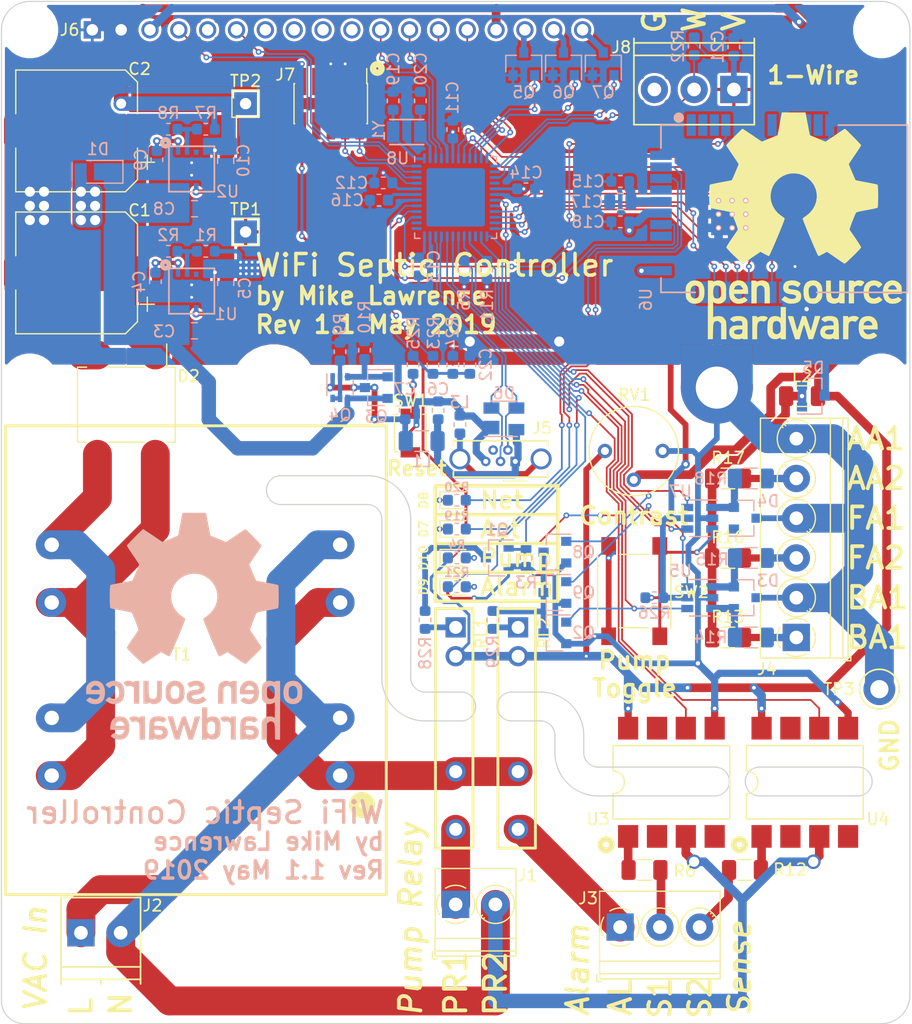
<source format=kicad_pcb>
(kicad_pcb (version 20171130) (host pcbnew "(5.1.0-0)")

  (general
    (thickness 1.6)
    (drawings 103)
    (tracks 1075)
    (zones 0)
    (modules 104)
    (nets 84)
  )

  (page A4)
  (layers
    (0 F.Cu signal)
    (31 B.Cu signal)
    (34 B.Paste user hide)
    (35 F.Paste user hide)
    (36 B.SilkS user)
    (37 F.SilkS user)
    (38 B.Mask user hide)
    (39 F.Mask user hide)
    (40 Dwgs.User user hide)
    (44 Edge.Cuts user)
    (45 Margin user hide)
    (46 B.CrtYd user hide)
    (47 F.CrtYd user hide)
    (48 B.Fab user hide)
    (49 F.Fab user hide)
  )

  (setup
    (last_trace_width 0.1524)
    (user_trace_width 0.1524)
    (user_trace_width 0.254)
    (user_trace_width 0.4318)
    (user_trace_width 0.508)
    (user_trace_width 0.635)
    (user_trace_width 0.762)
    (user_trace_width 1.27)
    (user_trace_width 2.54)
    (trace_clearance 0.1524)
    (zone_clearance 0.254)
    (zone_45_only yes)
    (trace_min 0.1524)
    (via_size 0.6858)
    (via_drill 0.3302)
    (via_min_size 0.508)
    (via_min_drill 0.254)
    (user_via 0.508 0.254)
    (user_via 0.762 0.381)
    (user_via 1.016 0.635)
    (user_via 1.27 0.889)
    (uvia_size 0.6858)
    (uvia_drill 0.3302)
    (uvias_allowed no)
    (uvia_min_size 0.254)
    (uvia_min_drill 0.254)
    (edge_width 0.1016)
    (segment_width 0.3048)
    (pcb_text_width 0.3048)
    (pcb_text_size 1.524 1.524)
    (mod_edge_width 0.1524)
    (mod_text_size 1.016 1.016)
    (mod_text_width 0.1524)
    (pad_size 0.8 1.9)
    (pad_drill 0)
    (pad_to_mask_clearance 0)
    (pad_to_paste_clearance -0.07)
    (aux_axis_origin 30 120)
    (visible_elements 7FFFFF7F)
    (pcbplotparams
      (layerselection 0x010f4_ffffffff)
      (usegerberextensions true)
      (usegerberattributes false)
      (usegerberadvancedattributes false)
      (creategerberjobfile false)
      (excludeedgelayer true)
      (linewidth 2.000000)
      (plotframeref false)
      (viasonmask false)
      (mode 1)
      (useauxorigin false)
      (hpglpennumber 1)
      (hpglpenspeed 20)
      (hpglpendiameter 100.000000)
      (psnegative false)
      (psa4output false)
      (plotreference true)
      (plotvalue false)
      (plotinvisibletext false)
      (padsonsilk false)
      (subtractmaskfromsilk false)
      (outputformat 1)
      (mirror false)
      (drillshape 0)
      (scaleselection 1)
      (outputdirectory "gerber/"))
  )

  (net 0 "")
  (net 1 GND)
  (net 2 "Net-(R1-Pad2)")
  (net 3 VBUS)
  (net 4 /WINC_EN)
  (net 5 /~WINC_RST)
  (net 6 /WINC_MISO)
  (net 7 /~WINC_SS)
  (net 8 /WINC_SCK)
  (net 9 /WINC_MOSI)
  (net 10 /~WINC_IRQ)
  (net 11 /WINC_WAKE)
  (net 12 "Net-(C16-Pad2)")
  (net 13 /D6)
  (net 14 /USB_N)
  (net 15 /USB_P)
  (net 16 /A5)
  (net 17 /~RESET~)
  (net 18 /SWCLK)
  (net 19 /SWDIO)
  (net 20 "Net-(C15-Pad2)")
  (net 21 "Net-(C9-Pad1)")
  (net 22 +5V)
  (net 23 "Net-(C19-Pad2)")
  (net 24 "Net-(C20-Pad2)")
  (net 25 LINE)
  (net 26 NEUT)
  (net 27 /ALM)
  (net 28 /P2)
  (net 29 /P1)
  (net 30 /A6)
  (net 31 /A0)
  (net 32 /A1)
  (net 33 "Net-(Q2-Pad3)")
  (net 34 /A2)
  (net 35 /A3)
  (net 36 /PR1)
  (net 37 /A4)
  (net 38 /D7)
  (net 39 "Net-(C4-Pad1)")
  (net 40 "Net-(C7-Pad2)")
  (net 41 "Net-(D2-Pad4)")
  (net 42 "Net-(D2-Pad3)")
  (net 43 "Net-(D3-Pad1)")
  (net 44 "Net-(D3-Pad2)")
  (net 45 "Net-(D5-Pad1)")
  (net 46 "Net-(D7-Pad1)")
  (net 47 "Net-(D8-Pad1)")
  (net 48 "Net-(D9-Pad2)")
  (net 49 "Net-(J4-Pad5)")
  (net 50 "Net-(J4-Pad3)")
  (net 51 "Net-(J4-Pad1)")
  (net 52 "Net-(J5-Pad6)")
  (net 53 "Net-(J6-Pad3)")
  (net 54 /D4)
  (net 55 /D0)
  (net 56 /D1)
  (net 57 /D2)
  (net 58 "Net-(J6-Pad16)")
  (net 59 "Net-(J6-Pad17)")
  (net 60 "Net-(J7-Pad10)")
  (net 61 "Net-(Q3-Pad1)")
  (net 62 "Net-(Q4-Pad2)")
  (net 63 /SDA)
  (net 64 /MISO)
  (net 65 "Net-(J6-Pad18)")
  (net 66 /MOSI)
  (net 67 "Net-(R6-Pad2)")
  (net 68 "Net-(R7-Pad2)")
  (net 69 "Net-(R12-Pad2)")
  (net 70 "Net-(R19-Pad1)")
  (net 71 "Net-(R20-Pad1)")
  (net 72 VCC)
  (net 73 "Net-(R25-Pad2)")
  (net 74 /VSUPPLY)
  (net 75 +12V)
  (net 76 /SCK)
  (net 77 /AREF)
  (net 78 "Net-(D4-Pad2)")
  (net 79 "Net-(D10-Pad2)")
  (net 80 "Net-(R28-Pad2)")
  (net 81 "Net-(R29-Pad2)")
  (net 82 "Net-(R26-Pad2)")
  (net 83 "Net-(Q1-Pad3)")

  (net_class Default "This is the default net class."
    (clearance 0.1524)
    (trace_width 0.1524)
    (via_dia 0.6858)
    (via_drill 0.3302)
    (uvia_dia 0.6858)
    (uvia_drill 0.3302)
    (add_net +12V)
    (add_net +5V)
    (add_net /A0)
    (add_net /A1)
    (add_net /A2)
    (add_net /A3)
    (add_net /A4)
    (add_net /A5)
    (add_net /A6)
    (add_net /ALM)
    (add_net /AREF)
    (add_net /D0)
    (add_net /D1)
    (add_net /D2)
    (add_net /D4)
    (add_net /D6)
    (add_net /D7)
    (add_net /MISO)
    (add_net /MOSI)
    (add_net /P1)
    (add_net /P2)
    (add_net /PR1)
    (add_net /SCK)
    (add_net /SDA)
    (add_net /SWCLK)
    (add_net /SWDIO)
    (add_net /USB_N)
    (add_net /USB_P)
    (add_net /VSUPPLY)
    (add_net /WINC_EN)
    (add_net /WINC_MISO)
    (add_net /WINC_MOSI)
    (add_net /WINC_SCK)
    (add_net /WINC_WAKE)
    (add_net /~RESET~)
    (add_net /~WINC_IRQ)
    (add_net /~WINC_RST)
    (add_net /~WINC_SS)
    (add_net GND)
    (add_net LINE)
    (add_net NEUT)
    (add_net "Net-(C15-Pad2)")
    (add_net "Net-(C16-Pad2)")
    (add_net "Net-(C19-Pad2)")
    (add_net "Net-(C20-Pad2)")
    (add_net "Net-(C4-Pad1)")
    (add_net "Net-(C7-Pad2)")
    (add_net "Net-(C9-Pad1)")
    (add_net "Net-(D10-Pad2)")
    (add_net "Net-(D2-Pad3)")
    (add_net "Net-(D2-Pad4)")
    (add_net "Net-(D3-Pad1)")
    (add_net "Net-(D3-Pad2)")
    (add_net "Net-(D4-Pad2)")
    (add_net "Net-(D5-Pad1)")
    (add_net "Net-(D7-Pad1)")
    (add_net "Net-(D8-Pad1)")
    (add_net "Net-(D9-Pad2)")
    (add_net "Net-(J4-Pad1)")
    (add_net "Net-(J4-Pad3)")
    (add_net "Net-(J4-Pad5)")
    (add_net "Net-(J5-Pad6)")
    (add_net "Net-(J6-Pad16)")
    (add_net "Net-(J6-Pad17)")
    (add_net "Net-(J6-Pad18)")
    (add_net "Net-(J6-Pad3)")
    (add_net "Net-(J7-Pad10)")
    (add_net "Net-(Q1-Pad3)")
    (add_net "Net-(Q2-Pad3)")
    (add_net "Net-(Q3-Pad1)")
    (add_net "Net-(Q4-Pad2)")
    (add_net "Net-(R1-Pad2)")
    (add_net "Net-(R12-Pad2)")
    (add_net "Net-(R19-Pad1)")
    (add_net "Net-(R20-Pad1)")
    (add_net "Net-(R25-Pad2)")
    (add_net "Net-(R26-Pad2)")
    (add_net "Net-(R28-Pad2)")
    (add_net "Net-(R29-Pad2)")
    (add_net "Net-(R6-Pad2)")
    (add_net "Net-(R7-Pad2)")
    (add_net VBUS)
    (add_net VCC)
  )

  (net_class +3V3 ""
    (clearance 0.1524)
    (trace_width 0.508)
    (via_dia 1.016)
    (via_drill 0.635)
    (uvia_dia 0.6858)
    (uvia_drill 0.3302)
  )

  (module RF_Module-ML:Microchip_ATWINC1500-MR210UB (layer B.Cu) (tedit 5CCE040B) (tstamp 5CCE0349)
    (at 90.75 48.25 90)
    (path /5BAA7B14)
    (attr smd)
    (fp_text reference U6 (at -8 -4 90) (layer B.SilkS)
      (effects (font (size 1.016 1.016) (thickness 0.1524)) (justify mirror))
    )
    (fp_text value ATWINC1500-MR210UB (at 0 -5 90) (layer B.SilkS) hide
      (effects (font (size 1.00403 1.00403) (thickness 0.05)) (justify mirror))
    )
    (fp_line (start 7.365 19.05) (end 7.365 12.954) (layer B.SilkS) (width 0.1524))
    (fp_line (start -7.365 19.05) (end -7.365 11.049) (layer B.SilkS) (width 0.1524))
    (fp_line (start 7.7 -1.1) (end 8.3 -1.1) (layer B.SilkS) (width 0.15))
    (fp_circle (center 8.015 -1.1) (end 8.4 -1.1) (layer B.SilkS) (width 0.15))
    (fp_circle (center 8.015 -1.1) (end 8.3 -1.1) (layer B.SilkS) (width 0.15))
    (fp_circle (center 8.015 -1.1) (end 8.1 -1.1) (layer B.SilkS) (width 0.15))
    (fp_line (start -7.365 -2.67) (end -7.365 19.05) (layer Dwgs.User) (width 0.1524))
    (fp_line (start -7.365 19.05) (end 7.365 19.05) (layer Dwgs.User) (width 0.1524))
    (fp_line (start 7.365 19.05) (end 7.365 -2.67) (layer Dwgs.User) (width 0.1524))
    (fp_line (start 7.365 -2.67) (end -7.365 -2.67) (layer Dwgs.User) (width 0.1524))
    (fp_line (start -7.365 19.05) (end 7.365 19.05) (layer B.SilkS) (width 0.1524))
    (fp_circle (center 8.015 -1.1) (end 8.165 -1.1) (layer B.SilkS) (width 0.2032))
    (fp_line (start 7.365 -0.65) (end 7.365 -2.67) (layer B.SilkS) (width 0.1524))
    (fp_line (start 7.365 -2.67) (end 5.35 -2.67) (layer B.SilkS) (width 0.1524))
    (fp_line (start -6.1 -2.67) (end -7.365 -2.67) (layer B.SilkS) (width 0.1524))
    (fp_line (start -7.365 -2.67) (end -7.365 0.35) (layer B.SilkS) (width 0.1524))
    (pad 1 smd rect (at 7.365 0) (size 0.8 1.9) (layers B.Cu B.Paste B.Mask))
    (pad 2 smd rect (at 7.365 1.016) (size 0.8 1.9) (layers B.Cu B.Paste B.Mask))
    (pad 3 smd rect (at 7.365 2.032) (size 0.8 1.9) (layers B.Cu B.Paste B.Mask))
    (pad 4 smd rect (at 7.365 3.048) (size 0.8 1.9) (layers B.Cu B.Paste B.Mask)
      (net 5 /~WINC_RST))
    (pad 5 smd rect (at 7.365 7.112) (size 0.8 1.9) (layers B.Cu B.Paste B.Mask))
    (pad 6 smd rect (at 7.365 9.144) (size 0.8 1.9) (layers B.Cu B.Paste B.Mask))
    (pad 7 smd rect (at 7.365 10.16) (size 0.8 1.9) (layers B.Cu B.Paste B.Mask))
    (pad 8 smd rect (at 7.365 11.176) (size 0.8 1.9) (layers B.Cu B.Paste B.Mask))
    (pad 9 smd rect (at 7.365 12.192) (size 0.8 1.9) (layers B.Cu B.Paste B.Mask)
      (net 1 GND))
    (pad 10 smd rect (at -7.365 10.154) (size 0.8 1.9) (layers B.Cu B.Paste B.Mask)
      (net 72 VCC))
    (pad 11 smd rect (at -7.365 9.138) (size 0.8 1.9) (layers B.Cu B.Paste B.Mask)
      (net 11 /WINC_WAKE))
    (pad 12 smd rect (at -7.365 8.122) (size 0.8 1.9) (layers B.Cu B.Paste B.Mask)
      (net 1 GND))
    (pad 13 smd rect (at -7.365 7.106) (size 0.8 1.9) (layers B.Cu B.Paste B.Mask)
      (net 10 /~WINC_IRQ))
    (pad 14 smd rect (at -7.365 6.09) (size 0.8 1.9) (layers B.Cu B.Paste B.Mask))
    (pad 15 smd rect (at -7.365 5.074) (size 0.8 1.9) (layers B.Cu B.Paste B.Mask)
      (net 9 /WINC_MOSI))
    (pad 16 smd rect (at -7.365 4.058) (size 0.8 1.9) (layers B.Cu B.Paste B.Mask)
      (net 7 /~WINC_SS))
    (pad 17 smd rect (at -7.365 3.042) (size 0.8 1.9) (layers B.Cu B.Paste B.Mask)
      (net 6 /WINC_MISO))
    (pad 18 smd rect (at -7.365 2.026) (size 0.8 1.9) (layers B.Cu B.Paste B.Mask)
      (net 8 /WINC_SCK))
    (pad 19 smd rect (at -7.365 1.01) (size 0.8 1.9) (layers B.Cu B.Paste B.Mask))
    (pad 20 smd rect (at -5.465 -2.67 270) (size 0.8 1.9) (layers B.Cu B.Paste B.Mask)
      (net 72 VCC))
    (pad 21 smd rect (at -2.417 -2.67 270) (size 0.8 1.9) (layers B.Cu B.Paste B.Mask))
    (pad 22 smd rect (at -1.401 -2.67 270) (size 0.8 1.9) (layers B.Cu B.Paste B.Mask)
      (net 4 /WINC_EN))
    (pad 23 smd rect (at -0.385 -2.67 270) (size 0.8 1.9) (layers B.Cu B.Paste B.Mask)
      (net 72 VCC))
    (pad 24 smd rect (at 0.631 -2.67 270) (size 0.8 1.9) (layers B.Cu B.Paste B.Mask)
      (net 20 "Net-(C15-Pad2)"))
    (pad 25 smd rect (at 1.647 -2.67 270) (size 0.8 1.9) (layers B.Cu B.Paste B.Mask))
    (pad 26 smd rect (at 2.663 -2.67 270) (size 0.8 1.9) (layers B.Cu B.Paste B.Mask)
      (net 71 "Net-(R20-Pad1)"))
    (pad 27 smd rect (at 3.679 -2.67 270) (size 0.8 1.9) (layers B.Cu B.Paste B.Mask)
      (net 70 "Net-(R19-Pad1)"))
    (pad 28 smd rect (at 4.695 -2.67 270) (size 0.8 1.9) (layers B.Cu B.Paste B.Mask)
      (net 1 GND))
    (pad 29 smd rect (at -0.485 3.6 90) (size 3.7 3.7) (layers B.Cu B.Paste B.Mask)
      (net 1 GND))
    (pad 29 thru_hole circle (at -0.485 3.6 90) (size 0.5 0.5) (drill 0.3) (layers *.Cu *.Mask B.SilkS)
      (net 1 GND))
    (pad 29 thru_hole circle (at -1.685 3.6 90) (size 0.5 0.5) (drill 0.3) (layers *.Cu *.Mask B.SilkS)
      (net 1 GND))
    (pad 29 thru_hole circle (at 0.715 3.6 90) (size 0.5 0.5) (drill 0.3) (layers *.Cu *.Mask B.SilkS)
      (net 1 GND))
    (pad 29 thru_hole circle (at -1.685 4.8 90) (size 0.5 0.5) (drill 0.3) (layers *.Cu *.Mask B.SilkS)
      (net 1 GND))
    (pad 29 thru_hole circle (at -0.485 4.8 90) (size 0.5 0.5) (drill 0.3) (layers *.Cu *.Mask B.SilkS)
      (net 1 GND))
    (pad 29 thru_hole circle (at 0.715 4.8 90) (size 0.5 0.5) (drill 0.3) (layers *.Cu *.Mask B.SilkS)
      (net 1 GND))
    (pad 29 thru_hole circle (at -1.685 2.4 90) (size 0.5 0.5) (drill 0.3) (layers *.Cu *.Mask B.SilkS)
      (net 1 GND))
    (pad 29 thru_hole circle (at -0.485 2.4 90) (size 0.5 0.5) (drill 0.3) (layers *.Cu *.Mask B.SilkS)
      (net 1 GND))
    (pad 29 thru_hole circle (at 0.715 2.4 90) (size 0.5 0.5) (drill 0.3) (layers *.Cu *.Mask B.SilkS)
      (net 1 GND))
    (model ${KIML3DMOD}/RF_Module-ML.3dshapes/ATWINC1500-MR210UB--3DModel-STEP-56544.STEP
      (offset (xyz 0 8.18 0))
      (scale (xyz 1 1 1))
      (rotate (xyz -90 0 0))
    )
  )

  (module Potentiometer_THT:Potentiometer_Bourns_3339P_Vertical (layer F.Cu) (tedit 5CCB24E4) (tstamp 5CCB4E43)
    (at 88.225 69.58 90)
    (descr "Potentiometer, vertical, Bourns 3339P, http://www.bourns.com/docs/Product-Datasheets/3339.pdf")
    (tags "Potentiometer vertical Bourns 3339P")
    (path /5E5C0B06)
    (fp_text reference RV1 (at 4.937 -2.5 180) (layer F.SilkS)
      (effects (font (size 1.016 1.016) (thickness 0.1524)))
    )
    (fp_text value 10k (at 0 2.52 90) (layer F.Fab)
      (effects (font (size 1 1) (thickness 0.15)))
    )
    (fp_text user %R (at -3.018 -2.54 180) (layer F.Fab)
      (effects (font (size 1 1) (thickness 0.15)))
    )
    (fp_line (start 0 -0.064) (end 0.001 -5.014) (layer F.Fab) (width 0.1))
    (fp_line (start 0 -0.064) (end 0.001 -5.014) (layer F.Fab) (width 0.1))
    (fp_circle (center 0 -2.54) (end 3.93 -2.54) (layer F.SilkS) (width 0.12))
    (fp_circle (center 0 -2.54) (end 2.5 -2.54) (layer F.Fab) (width 0.1))
    (fp_circle (center 0 -2.54) (end 3.81 -2.54) (layer F.Fab) (width 0.1))
    (fp_circle (center 0 -2.54) (end 4.1 -2.54) (layer F.CrtYd) (width 0.1))
    (pad 1 thru_hole circle (at 0 0 90) (size 1.26 1.26) (drill 0.7) (layers *.Cu *.Mask)
      (net 1 GND))
    (pad 2 thru_hole circle (at -2.54 -2.54 90) (size 1.26 1.26) (drill 0.7) (layers *.Cu *.Mask)
      (net 53 "Net-(J6-Pad3)"))
    (pad 3 thru_hole circle (at 0 -5.08 90) (size 1.26 1.26) (drill 0.7) (layers *.Cu *.Mask)
      (net 22 +5V))
    (model ${KISYS3DMOD}/Potentiometer_THT.3dshapes/Potentiometer_Bourns_3339P_Vertical.wrl
      (at (xyz 0 0 0))
      (scale (xyz 1 1 1))
      (rotate (xyz 0 0 0))
    )
  )

  (module TerminalBlock_Phoenix:TerminalBlock_Phoenix_PT-1,5-6-3.5-H_1x06_P3.50mm_Horizontal (layer F.Cu) (tedit 5B294F41) (tstamp 5CCAC50D)
    (at 100 86 90)
    (descr "Terminal Block Phoenix PT-1,5-6-3.5-H, 6 pins, pitch 3.5mm, size 21x7.6mm^2, drill diamater 1.2mm, pad diameter 2.4mm, see , script-generated using https://github.com/pointhi/kicad-footprint-generator/scripts/TerminalBlock_Phoenix")
    (tags "THT Terminal Block Phoenix PT-1,5-6-3.5-H pitch 3.5mm size 21x7.6mm^2 drill 1.2mm pad 2.4mm")
    (path /5AFA6957)
    (fp_text reference J4 (at -2.773 -2.591 180) (layer F.SilkS)
      (effects (font (size 1.016 1.016) (thickness 0.1524)))
    )
    (fp_text value Screw_Terminal_01x06 (at 8.75 5.56 90) (layer F.Fab)
      (effects (font (size 1 1) (thickness 0.15)))
    )
    (fp_arc (start 0 0) (end 0 1.68) (angle -32) (layer F.SilkS) (width 0.12))
    (fp_arc (start 0 0) (end 1.425 0.891) (angle -64) (layer F.SilkS) (width 0.12))
    (fp_arc (start 0 0) (end 0.866 -1.44) (angle -63) (layer F.SilkS) (width 0.12))
    (fp_arc (start 0 0) (end -1.44 -0.866) (angle -63) (layer F.SilkS) (width 0.12))
    (fp_arc (start 0 0) (end -0.866 1.44) (angle -32) (layer F.SilkS) (width 0.12))
    (fp_circle (center 0 0) (end 1.5 0) (layer F.Fab) (width 0.1))
    (fp_circle (center 3.5 0) (end 5 0) (layer F.Fab) (width 0.1))
    (fp_circle (center 3.5 0) (end 5.18 0) (layer F.SilkS) (width 0.12))
    (fp_circle (center 7 0) (end 8.5 0) (layer F.Fab) (width 0.1))
    (fp_circle (center 7 0) (end 8.68 0) (layer F.SilkS) (width 0.12))
    (fp_circle (center 10.5 0) (end 12 0) (layer F.Fab) (width 0.1))
    (fp_circle (center 10.5 0) (end 12.18 0) (layer F.SilkS) (width 0.12))
    (fp_circle (center 14 0) (end 15.5 0) (layer F.Fab) (width 0.1))
    (fp_circle (center 14 0) (end 15.68 0) (layer F.SilkS) (width 0.12))
    (fp_circle (center 17.5 0) (end 19 0) (layer F.Fab) (width 0.1))
    (fp_circle (center 17.5 0) (end 19.18 0) (layer F.SilkS) (width 0.12))
    (fp_line (start -1.75 -3.1) (end 19.25 -3.1) (layer F.Fab) (width 0.1))
    (fp_line (start 19.25 -3.1) (end 19.25 4.5) (layer F.Fab) (width 0.1))
    (fp_line (start 19.25 4.5) (end -1.35 4.5) (layer F.Fab) (width 0.1))
    (fp_line (start -1.35 4.5) (end -1.75 4.1) (layer F.Fab) (width 0.1))
    (fp_line (start -1.75 4.1) (end -1.75 -3.1) (layer F.Fab) (width 0.1))
    (fp_line (start -1.75 4.1) (end 19.25 4.1) (layer F.Fab) (width 0.1))
    (fp_line (start -1.81 4.1) (end 19.311 4.1) (layer F.SilkS) (width 0.12))
    (fp_line (start -1.75 3) (end 19.25 3) (layer F.Fab) (width 0.1))
    (fp_line (start -1.81 3) (end 19.311 3) (layer F.SilkS) (width 0.12))
    (fp_line (start -1.81 -3.16) (end 19.311 -3.16) (layer F.SilkS) (width 0.12))
    (fp_line (start -1.81 4.56) (end 19.311 4.56) (layer F.SilkS) (width 0.12))
    (fp_line (start -1.81 -3.16) (end -1.81 4.56) (layer F.SilkS) (width 0.12))
    (fp_line (start 19.311 -3.16) (end 19.311 4.56) (layer F.SilkS) (width 0.12))
    (fp_line (start 1.138 -0.955) (end -0.955 1.138) (layer F.Fab) (width 0.1))
    (fp_line (start 0.955 -1.138) (end -1.138 0.955) (layer F.Fab) (width 0.1))
    (fp_line (start 4.638 -0.955) (end 2.546 1.138) (layer F.Fab) (width 0.1))
    (fp_line (start 4.455 -1.138) (end 2.363 0.955) (layer F.Fab) (width 0.1))
    (fp_line (start 4.775 -1.069) (end 4.646 -0.941) (layer F.SilkS) (width 0.12))
    (fp_line (start 2.525 1.181) (end 2.431 1.274) (layer F.SilkS) (width 0.12))
    (fp_line (start 4.57 -1.275) (end 4.476 -1.181) (layer F.SilkS) (width 0.12))
    (fp_line (start 2.355 0.941) (end 2.226 1.069) (layer F.SilkS) (width 0.12))
    (fp_line (start 8.138 -0.955) (end 6.046 1.138) (layer F.Fab) (width 0.1))
    (fp_line (start 7.955 -1.138) (end 5.863 0.955) (layer F.Fab) (width 0.1))
    (fp_line (start 8.275 -1.069) (end 8.146 -0.941) (layer F.SilkS) (width 0.12))
    (fp_line (start 6.025 1.181) (end 5.931 1.274) (layer F.SilkS) (width 0.12))
    (fp_line (start 8.07 -1.275) (end 7.976 -1.181) (layer F.SilkS) (width 0.12))
    (fp_line (start 5.855 0.941) (end 5.726 1.069) (layer F.SilkS) (width 0.12))
    (fp_line (start 11.638 -0.955) (end 9.546 1.138) (layer F.Fab) (width 0.1))
    (fp_line (start 11.455 -1.138) (end 9.363 0.955) (layer F.Fab) (width 0.1))
    (fp_line (start 11.775 -1.069) (end 11.646 -0.941) (layer F.SilkS) (width 0.12))
    (fp_line (start 9.525 1.181) (end 9.431 1.274) (layer F.SilkS) (width 0.12))
    (fp_line (start 11.57 -1.275) (end 11.476 -1.181) (layer F.SilkS) (width 0.12))
    (fp_line (start 9.355 0.941) (end 9.226 1.069) (layer F.SilkS) (width 0.12))
    (fp_line (start 15.138 -0.955) (end 13.046 1.138) (layer F.Fab) (width 0.1))
    (fp_line (start 14.955 -1.138) (end 12.863 0.955) (layer F.Fab) (width 0.1))
    (fp_line (start 15.275 -1.069) (end 15.146 -0.941) (layer F.SilkS) (width 0.12))
    (fp_line (start 13.025 1.181) (end 12.931 1.274) (layer F.SilkS) (width 0.12))
    (fp_line (start 15.07 -1.275) (end 14.976 -1.181) (layer F.SilkS) (width 0.12))
    (fp_line (start 12.855 0.941) (end 12.726 1.069) (layer F.SilkS) (width 0.12))
    (fp_line (start 18.638 -0.955) (end 16.546 1.138) (layer F.Fab) (width 0.1))
    (fp_line (start 18.455 -1.138) (end 16.363 0.955) (layer F.Fab) (width 0.1))
    (fp_line (start 18.775 -1.069) (end 18.646 -0.941) (layer F.SilkS) (width 0.12))
    (fp_line (start 16.525 1.181) (end 16.431 1.274) (layer F.SilkS) (width 0.12))
    (fp_line (start 18.57 -1.275) (end 18.476 -1.181) (layer F.SilkS) (width 0.12))
    (fp_line (start 16.355 0.941) (end 16.226 1.069) (layer F.SilkS) (width 0.12))
    (fp_line (start -2.05 4.16) (end -2.05 4.8) (layer F.SilkS) (width 0.12))
    (fp_line (start -2.05 4.8) (end -1.65 4.8) (layer F.SilkS) (width 0.12))
    (fp_line (start -2.25 -3.6) (end -2.25 5) (layer F.CrtYd) (width 0.05))
    (fp_line (start -2.25 5) (end 19.75 5) (layer F.CrtYd) (width 0.05))
    (fp_line (start 19.75 5) (end 19.75 -3.6) (layer F.CrtYd) (width 0.05))
    (fp_line (start 19.75 -3.6) (end -2.25 -3.6) (layer F.CrtYd) (width 0.05))
    (fp_text user %R (at 8.75 2.4 90) (layer F.Fab)
      (effects (font (size 1 1) (thickness 0.15)))
    )
    (pad 1 thru_hole rect (at 0 0 90) (size 2.4 2.4) (drill 1.2) (layers *.Cu *.Mask)
      (net 51 "Net-(J4-Pad1)"))
    (pad 2 thru_hole circle (at 3.5 0 90) (size 2.4 2.4) (drill 1.2) (layers *.Cu *.Mask)
      (net 1 GND))
    (pad 3 thru_hole circle (at 7 0 90) (size 2.4 2.4) (drill 1.2) (layers *.Cu *.Mask)
      (net 50 "Net-(J4-Pad3)"))
    (pad 4 thru_hole circle (at 10.5 0 90) (size 2.4 2.4) (drill 1.2) (layers *.Cu *.Mask)
      (net 1 GND))
    (pad 5 thru_hole circle (at 14 0 90) (size 2.4 2.4) (drill 1.2) (layers *.Cu *.Mask)
      (net 49 "Net-(J4-Pad5)"))
    (pad 6 thru_hole circle (at 17.5 0 90) (size 2.4 2.4) (drill 1.2) (layers *.Cu *.Mask)
      (net 1 GND))
    (model ${KIPRJMOD}/packages3d/pxc_1984659_01_PT-1-5-6-3-5-H_3D.stp
      (offset (xyz -1.778 -4.064 0))
      (scale (xyz 1 1 1))
      (rotate (xyz 0 0 0))
    )
  )

  (module Symbols:OSHW-Logo_19x20mm_SilkScreen locked (layer F.Cu) (tedit 5A615485) (tstamp 5AF33D13)
    (at 99.75 49.75)
    (descr "Open Source Hardware Logo")
    (tags "Logo OSHW")
    (attr virtual)
    (fp_text reference "#LOGO1" (at 0 0) (layer F.SilkS) hide
      (effects (font (size 1.016 1.016) (thickness 0.1524)))
    )
    (fp_text value OSHW-Logo_19x20mm_SilkScreen (at 0.75 0) (layer F.Fab) hide
      (effects (font (size 1 1) (thickness 0.15)))
    )
    (fp_poly (pts (xy 1.248305 -8.97404) (xy 1.436557 -7.975458) (xy 2.131183 -7.689111) (xy 2.825808 -7.402763)
      (xy 3.659128 -7.969414) (xy 3.892501 -8.127189) (xy 4.103457 -8.268061) (xy 4.282153 -8.385599)
      (xy 4.418744 -8.473371) (xy 4.503386 -8.524945) (xy 4.526437 -8.536065) (xy 4.567963 -8.507465)
      (xy 4.656698 -8.428396) (xy 4.782697 -8.308959) (xy 4.936014 -8.159256) (xy 5.106702 -7.989385)
      (xy 5.284814 -7.809449) (xy 5.460406 -7.629546) (xy 5.62353 -7.459778) (xy 5.764241 -7.310246)
      (xy 5.872592 -7.191048) (xy 5.938637 -7.112287) (xy 5.954426 -7.085928) (xy 5.931703 -7.037334)
      (xy 5.867999 -6.930874) (xy 5.770013 -6.776961) (xy 5.644441 -6.586009) (xy 5.497982 -6.368431)
      (xy 5.413115 -6.244329) (xy 5.258426 -6.017721) (xy 5.12097 -5.81323) (xy 5.007414 -5.641035)
      (xy 4.924428 -5.511315) (xy 4.878678 -5.434249) (xy 4.871803 -5.418053) (xy 4.887388 -5.372025)
      (xy 4.929868 -5.26475) (xy 4.992835 -5.111313) (xy 5.069879 -4.926794) (xy 5.15459 -4.726279)
      (xy 5.240558 -4.524848) (xy 5.321373 -4.337585) (xy 5.390627 -4.179572) (xy 5.441908 -4.065893)
      (xy 5.468809 -4.01163) (xy 5.470396 -4.009494) (xy 5.512635 -3.999133) (xy 5.625126 -3.976018)
      (xy 5.796209 -3.942421) (xy 6.014223 -3.900615) (xy 6.267509 -3.852873) (xy 6.415288 -3.825341)
      (xy 6.685938 -3.77381) (xy 6.930397 -3.724775) (xy 7.1363 -3.680919) (xy 7.291277 -3.644926)
      (xy 7.382962 -3.619479) (xy 7.401393 -3.611405) (xy 7.419445 -3.556758) (xy 7.43401 -3.433338)
      (xy 7.445098 -3.255577) (xy 7.452719 -3.037909) (xy 7.456884 -2.794765) (xy 7.457602 -2.540577)
      (xy 7.454882 -2.28978) (xy 7.448735 -2.056804) (xy 7.439171 -1.856082) (xy 7.426199 -1.702046)
      (xy 7.409829 -1.60913) (xy 7.400011 -1.589787) (xy 7.341323 -1.566602) (xy 7.216966 -1.533456)
      (xy 7.04339 -1.494242) (xy 6.837042 -1.452855) (xy 6.765011 -1.439466) (xy 6.417719 -1.375853)
      (xy 6.143383 -1.324622) (xy 5.932939 -1.283739) (xy 5.777322 -1.251166) (xy 5.667467 -1.224868)
      (xy 5.594311 -1.202808) (xy 5.548787 -1.182951) (xy 5.521833 -1.163259) (xy 5.518061 -1.159368)
      (xy 5.480415 -1.096676) (xy 5.422986 -0.974669) (xy 5.351508 -0.808288) (xy 5.271715 -0.612471)
      (xy 5.189343 -0.40216) (xy 5.110125 -0.192292) (xy 5.039796 0.002191) (xy 4.984089 0.16635)
      (xy 4.948741 0.285245) (xy 4.939484 0.343936) (xy 4.940256 0.345992) (xy 4.97162 0.393964)
      (xy 5.042774 0.499516) (xy 5.14624 0.65166) (xy 5.27454 0.83941) (xy 5.420199 1.05178)
      (xy 5.46168 1.11213) (xy 5.609587 1.330929) (xy 5.739739 1.530562) (xy 5.845045 1.699565)
      (xy 5.918416 1.826475) (xy 5.952763 1.899829) (xy 5.954426 1.908841) (xy 5.925569 1.956207)
      (xy 5.845831 2.050042) (xy 5.725462 2.180261) (xy 5.574713 2.336779) (xy 5.403836 2.50951)
      (xy 5.223079 2.688371) (xy 5.042694 2.863276) (xy 4.872932 3.02414) (xy 4.724042 3.160878)
      (xy 4.606276 3.263407) (xy 4.529883 3.32164) (xy 4.50875 3.331148) (xy 4.45956 3.308754)
      (xy 4.358847 3.248356) (xy 4.223017 3.160129) (xy 4.11851 3.089115) (xy 3.929149 2.958811)
      (xy 3.704899 2.805384) (xy 3.479964 2.652201) (xy 3.359032 2.570218) (xy 2.949704 2.293353)
      (xy 2.606102 2.479136) (xy 2.449565 2.560523) (xy 2.316454 2.623784) (xy 2.226389 2.659865)
      (xy 2.203463 2.664885) (xy 2.175895 2.627817) (xy 2.121508 2.523069) (xy 2.044363 2.360303)
      (xy 1.948518 2.149181) (xy 1.838034 1.899365) (xy 1.716971 1.620517) (xy 1.589389 1.322299)
      (xy 1.459347 1.014374) (xy 1.330906 0.706404) (xy 1.208126 0.40805) (xy 1.095067 0.128975)
      (xy 0.995788 -0.121159) (xy 0.914349 -0.33269) (xy 0.854811 -0.495957) (xy 0.821234 -0.601295)
      (xy 0.815834 -0.637473) (xy 0.858634 -0.683619) (xy 0.952344 -0.758528) (xy 1.077373 -0.846636)
      (xy 1.087867 -0.853606) (xy 1.41102 -1.112279) (xy 1.671587 -1.414062) (xy 1.86731 -1.749305)
      (xy 1.995932 -2.108358) (xy 2.055195 -2.481574) (xy 2.042839 -2.8593) (xy 1.956607 -3.231889)
      (xy 1.794241 -3.58969) (xy 1.746472 -3.667973) (xy 1.498009 -3.984081) (xy 1.204481 -4.237921)
      (xy 0.876047 -4.428173) (xy 0.522865 -4.553515) (xy 0.155095 -4.612628) (xy -0.217103 -4.604193)
      (xy -0.583571 -4.526888) (xy -0.934149 -4.379394) (xy -1.258677 -4.16039) (xy -1.359064 -4.071502)
      (xy -1.614551 -3.793256) (xy -1.800722 -3.500344) (xy -1.92843 -3.172014) (xy -1.999556 -2.846867)
      (xy -2.017114 -2.481298) (xy -1.958566 -2.113914) (xy -1.829858 -1.757134) (xy -1.636938 -1.423374)
      (xy -1.385752 -1.125053) (xy -1.082248 -0.874589) (xy -1.04236 -0.848187) (xy -0.915991 -0.761728)
      (xy -0.819927 -0.686816) (xy -0.774 -0.638985) (xy -0.773332 -0.637473) (xy -0.783192 -0.585733)
      (xy -0.822278 -0.468304) (xy -0.886528 -0.294846) (xy -0.97188 -0.075021) (xy -1.074273 0.181513)
      (xy -1.189646 0.465096) (xy -1.313937 0.766067) (xy -1.443084 1.074767) (xy -1.573026 1.381536)
      (xy -1.699702 1.676714) (xy -1.819049 1.95064) (xy -1.927006 2.193656) (xy -2.019512 2.396101)
      (xy -2.092504 2.548315) (xy -2.141923 2.640638) (xy -2.161823 2.664885) (xy -2.222634 2.646004)
      (xy -2.336418 2.595364) (xy -2.483555 2.522017) (xy -2.564462 2.479136) (xy -2.908065 2.293353)
      (xy -3.317393 2.570218) (xy -3.526346 2.712054) (xy -3.755113 2.868141) (xy -3.969491 3.015109)
      (xy -4.076871 3.089115) (xy -4.227898 3.190531) (xy -4.355782 3.270898) (xy -4.443842 3.320041)
      (xy -4.472445 3.330429) (xy -4.514076 3.302405) (xy -4.606211 3.224172) (xy -4.739918 3.103852)
      (xy -4.906265 2.949568) (xy -5.09632 2.769443) (xy -5.216521 2.65379) (xy -5.426815 2.447167)
      (xy -5.608556 2.262358) (xy -5.754397 2.10727) (xy -5.856991 1.989807) (xy -5.908991 1.917875)
      (xy -5.91398 1.903278) (xy -5.890829 1.847753) (xy -5.826854 1.735484) (xy -5.729153 1.577837)
      (xy -5.60482 1.386179) (xy -5.460954 1.171876) (xy -5.420041 1.11213) (xy -5.270967 0.894982)
      (xy -5.137225 0.699475) (xy -5.026291 0.536599) (xy -4.945644 0.417337) (xy -4.902759 0.352678)
      (xy -4.898617 0.345992) (xy -4.904812 0.294462) (xy -4.9377 0.181166) (xy -4.991545 0.021042)
      (xy -5.060613 -0.170968) (xy -5.139169 -0.379926) (xy -5.22148 -0.590891) (xy -5.301811 -0.788924)
      (xy -5.374428 -0.959084) (xy -5.433595 -1.086433) (xy -5.47358 -1.156029) (xy -5.476422 -1.159368)
      (xy -5.500873 -1.179258) (xy -5.542169 -1.198927) (xy -5.609377 -1.220411) (xy -5.711559 -1.245747)
      (xy -5.857781 -1.276971) (xy -6.057107 -1.316118) (xy -6.318603 -1.365225) (xy -6.651331 -1.426328)
      (xy -6.723372 -1.439466) (xy -6.936885 -1.480718) (xy -7.123022 -1.521074) (xy -7.265334 -1.556639)
      (xy -7.347371 -1.58352) (xy -7.358372 -1.589787) (xy -7.376498 -1.645346) (xy -7.391233 -1.769505)
      (xy -7.402564 -1.947831) (xy -7.410484 -2.165891) (xy -7.414981 -2.409254) (xy -7.416046 -2.663486)
      (xy -7.41367 -2.914155) (xy -7.407841 -3.146829) (xy -7.398551 -3.347076) (xy -7.385789 -3.500462)
      (xy -7.369546 -3.592556) (xy -7.359754 -3.611405) (xy -7.305239 -3.630418) (xy -7.181104 -3.66135)
      (xy -6.999715 -3.701518) (xy -6.77344 -3.748238) (xy -6.514647 -3.798827) (xy -6.373649 -3.825341)
      (xy -6.106127 -3.87535) (xy -5.867562 -3.920654) (xy -5.669614 -3.958979) (xy -5.523943 -3.988053)
      (xy -5.442209 -4.005603) (xy -5.428757 -4.009494) (xy -5.406021 -4.053362) (xy -5.35796 -4.159024)
      (xy -5.290981 -4.311387) (xy -5.21149 -4.495354) (xy -5.125892 -4.69583) (xy -5.040595 -4.897719)
      (xy -4.962005 -5.085927) (xy -4.896527 -5.245358) (xy -4.850569 -5.360916) (xy -4.830537 -5.417506)
      (xy -4.830164 -5.419979) (xy -4.852874 -5.464621) (xy -4.916541 -5.567353) (xy -5.014475 -5.717963)
      (xy -5.139983 -5.906243) (xy -5.286374 -6.121982) (xy -5.371475 -6.245902) (xy -5.526545 -6.473117)
      (xy -5.664275 -6.679405) (xy -5.777947 -6.854329) (xy -5.860839 -6.987455) (xy -5.906231 -7.068347)
      (xy -5.912787 -7.08648) (xy -5.884605 -7.128688) (xy -5.806696 -7.218809) (xy -5.68901 -7.346746)
      (xy -5.5415 -7.502404) (xy -5.374119 -7.675685) (xy -5.196819 -7.856493) (xy -5.019552 -8.034733)
      (xy -4.85227 -8.200307) (xy -4.704925 -8.34312) (xy -4.58747 -8.453075) (xy -4.509857 -8.520076)
      (xy -4.483892 -8.536065) (xy -4.441616 -8.513581) (xy -4.340499 -8.450415) (xy -4.190373 -8.352997)
      (xy -4.00107 -8.227757) (xy -3.782421 -8.081125) (xy -3.617489 -7.969414) (xy -2.784169 -7.402763)
      (xy -2.089544 -7.689111) (xy -1.394918 -7.975458) (xy -1.206666 -8.97404) (xy -1.018413 -9.972623)
      (xy 1.060052 -9.972623) (xy 1.248305 -8.97404)) (layer F.SilkS) (width 0.01))
    (fp_poly (pts (xy 5.958869 4.828231) (xy 6.102092 4.871989) (xy 6.194306 4.92728) (xy 6.224344 4.971004)
      (xy 6.216076 5.022834) (xy 6.162427 5.104259) (xy 6.117063 5.161927) (xy 6.023546 5.266182)
      (xy 5.953287 5.310045) (xy 5.893393 5.307182) (xy 5.71572 5.261967) (xy 5.585234 5.26402)
      (xy 5.479273 5.315261) (xy 5.4437 5.345252) (xy 5.329836 5.450778) (xy 5.329836 6.828853)
      (xy 4.871803 6.828853) (xy 4.871803 4.830164) (xy 5.10082 4.830164) (xy 5.238318 4.835602)
      (xy 5.309258 4.854909) (xy 5.329827 4.892576) (xy 5.329836 4.893692) (xy 5.33955 4.933146)
      (xy 5.383478 4.928) (xy 5.444344 4.899536) (xy 5.570054 4.846569) (xy 5.672134 4.814703)
      (xy 5.80348 4.806533) (xy 5.958869 4.828231)) (layer F.SilkS) (width 0.01))
    (fp_poly (pts (xy -2.496892 4.864563) (xy -2.39326 4.914062) (xy -2.292894 4.985561) (xy -2.216432 5.067853)
      (xy -2.160738 5.172811) (xy -2.122677 5.312313) (xy -2.099115 5.498233) (xy -2.086915 5.742448)
      (xy -2.082944 6.056833) (xy -2.082882 6.089754) (xy -2.081967 6.828853) (xy -2.54 6.828853)
      (xy -2.54 6.147481) (xy -2.540326 5.89505) (xy -2.542581 5.712093) (xy -2.548681 5.584807)
      (xy -2.560541 5.499386) (xy -2.580076 5.442026) (xy -2.609203 5.398924) (xy -2.649776 5.356334)
      (xy -2.791731 5.264824) (xy -2.946694 5.247843) (xy -3.094323 5.305701) (xy -3.145663 5.348763)
      (xy -3.183353 5.389249) (xy -3.210413 5.432607) (xy -3.228603 5.492463) (xy -3.239684 5.582441)
      (xy -3.245414 5.716168) (xy -3.247556 5.90727) (xy -3.247869 6.139911) (xy -3.247869 6.828853)
      (xy -3.705902 6.828853) (xy -3.705902 4.830164) (xy -3.476885 4.830164) (xy -3.339386 4.835602)
      (xy -3.268447 4.854909) (xy -3.247878 4.892576) (xy -3.247869 4.893692) (xy -3.238325 4.930581)
      (xy -3.196233 4.926395) (xy -3.112541 4.885861) (xy -2.922727 4.826224) (xy -2.705599 4.819591)
      (xy -2.496892 4.864563)) (layer F.SilkS) (width 0.01))
    (fp_poly (pts (xy 8.867792 4.823019) (xy 8.974414 4.848922) (xy 9.17883 4.943772) (xy 9.353625 5.088633)
      (xy 9.474597 5.26232) (xy 9.491217 5.301317) (xy 9.514016 5.403465) (xy 9.529975 5.554573)
      (xy 9.53541 5.707301) (xy 9.53541 5.996066) (xy 8.931639 5.996066) (xy 8.682619 5.997007)
      (xy 8.507189 6.002723) (xy 8.395665 6.01755) (xy 8.33836 6.045827) (xy 8.325588 6.09189)
      (xy 8.347662 6.160077) (xy 8.387205 6.239863) (xy 8.497509 6.373017) (xy 8.650792 6.439355)
      (xy 8.838141 6.437194) (xy 9.050363 6.364991) (xy 9.233773 6.275883) (xy 9.385962 6.39622)
      (xy 9.538151 6.516558) (xy 9.394974 6.648843) (xy 9.203828 6.773832) (xy 8.968753 6.849189)
      (xy 8.715898 6.870278) (xy 8.471413 6.83246) (xy 8.431967 6.819628) (xy 8.21709 6.707414)
      (xy 8.05725 6.540118) (xy 7.94908 6.312748) (xy 7.88921 6.020308) (xy 7.888513 6.01404)
      (xy 7.883152 5.695332) (xy 7.904823 5.581632) (xy 8.327869 5.581632) (xy 8.366722 5.599116)
      (xy 8.472205 5.612508) (xy 8.627707 5.620155) (xy 8.726249 5.621312) (xy 8.910013 5.620588)
      (xy 9.024914 5.615983) (xy 9.085366 5.603848) (xy 9.105783 5.58053) (xy 9.100581 5.542382)
      (xy 9.096217 5.527623) (xy 9.021724 5.388944) (xy 8.904566 5.277179) (xy 8.801173 5.228066)
      (xy 8.663816 5.231032) (xy 8.524629 5.292278) (xy 8.407874 5.393683) (xy 8.33781 5.517122)
      (xy 8.327869 5.581632) (xy 7.904823 5.581632) (xy 7.936579 5.41502) (xy 8.042572 5.17978)
      (xy 8.194911 4.996284) (xy 8.387374 4.871209) (xy 8.613742 4.811229) (xy 8.867792 4.823019)) (layer F.SilkS) (width 0.01))
    (fp_poly (pts (xy 7.342288 4.847602) (xy 7.583543 4.95009) (xy 7.659531 4.999981) (xy 7.756648 5.076651)
      (xy 7.817612 5.136936) (xy 7.828197 5.156571) (xy 7.798308 5.200142) (xy 7.721819 5.274077)
      (xy 7.660582 5.325679) (xy 7.492967 5.460378) (xy 7.360614 5.34901) (xy 7.258336 5.277113)
      (xy 7.15861 5.252296) (xy 7.044475 5.258357) (xy 6.863234 5.303418) (xy 6.738475 5.396949)
      (xy 6.662658 5.548154) (xy 6.62824 5.766236) (xy 6.628231 5.766373) (xy 6.631208 6.010124)
      (xy 6.677467 6.188966) (xy 6.769742 6.31073) (xy 6.83265 6.351964) (xy 6.999717 6.403311)
      (xy 7.178162 6.403342) (xy 7.333415 6.353522) (xy 7.370164 6.32918) (xy 7.46233 6.267004)
      (xy 7.534387 6.256813) (xy 7.612102 6.303092) (xy 7.698018 6.386212) (xy 7.834011 6.526521)
      (xy 7.683023 6.650978) (xy 7.44974 6.791443) (xy 7.186673 6.860666) (xy 6.91176 6.855653)
      (xy 6.731216 6.809755) (xy 6.520194 6.696249) (xy 6.351426 6.517685) (xy 6.274753 6.391639)
      (xy 6.212654 6.210791) (xy 6.181581 5.981745) (xy 6.181342 5.73351) (xy 6.211743 5.495093)
      (xy 6.272592 5.295503) (xy 6.282176 5.275039) (xy 6.424102 5.074341) (xy 6.616259 4.928217)
      (xy 6.843464 4.839698) (xy 7.090535 4.811815) (xy 7.342288 4.847602)) (layer F.SilkS) (width 0.01))
    (fp_poly (pts (xy 3.289508 5.478311) (xy 3.293444 5.783698) (xy 3.307823 6.01566) (xy 3.336504 6.183786)
      (xy 3.383348 6.297671) (xy 3.452211 6.366905) (xy 3.546954 6.40108) (xy 3.664262 6.409811)
      (xy 3.787123 6.400028) (xy 3.880444 6.364287) (xy 3.948084 6.292995) (xy 3.993901 6.176561)
      (xy 4.021755 6.005391) (xy 4.035504 5.769896) (xy 4.039016 5.478311) (xy 4.039016 4.830164)
      (xy 4.497049 4.830164) (xy 4.497049 6.828853) (xy 4.268033 6.828853) (xy 4.129971 6.823258)
      (xy 4.058878 6.803611) (xy 4.039016 6.766313) (xy 4.027054 6.733094) (xy 3.979447 6.740121)
      (xy 3.883485 6.787132) (xy 3.663548 6.859654) (xy 3.430274 6.854516) (xy 3.206755 6.775766)
      (xy 3.100313 6.713558) (xy 3.019122 6.646204) (xy 2.959808 6.561928) (xy 2.918996 6.448957)
      (xy 2.893312 6.295515) (xy 2.879381 6.089827) (xy 2.873829 5.820118) (xy 2.873115 5.611551)
      (xy 2.873115 4.830164) (xy 3.289508 4.830164) (xy 3.289508 5.478311)) (layer F.SilkS) (width 0.01))
    (fp_poly (pts (xy 2.022521 4.854805) (xy 2.233136 4.969505) (xy 2.397915 5.150574) (xy 2.475554 5.297838)
      (xy 2.508886 5.427907) (xy 2.530483 5.613333) (xy 2.539739 5.826939) (xy 2.536045 6.04155)
      (xy 2.518794 6.229991) (xy 2.498643 6.330637) (xy 2.430667 6.468323) (xy 2.312942 6.614566)
      (xy 2.171065 6.742452) (xy 2.030632 6.825063) (xy 2.027207 6.826373) (xy 1.852945 6.862472)
      (xy 1.646427 6.863365) (xy 1.450174 6.830501) (xy 1.374396 6.804161) (xy 1.179221 6.693484)
      (xy 1.039438 6.548478) (xy 0.947599 6.356503) (xy 0.896254 6.10492) (xy 0.884637 5.973142)
      (xy 0.886119 5.807553) (xy 1.332459 5.807553) (xy 1.347494 6.049177) (xy 1.390772 6.233303)
      (xy 1.459551 6.350949) (xy 1.50855 6.38459) (xy 1.634093 6.40805) (xy 1.783318 6.401104)
      (xy 1.912333 6.367345) (xy 1.946166 6.348772) (xy 2.035428 6.240599) (xy 2.094345 6.075051)
      (xy 2.119424 5.873581) (xy 2.107174 5.657646) (xy 2.079796 5.52769) (xy 2.001191 5.377191)
      (xy 1.877104 5.283114) (xy 1.727661 5.250587) (xy 1.572987 5.284738) (xy 1.454174 5.368273)
      (xy 1.391735 5.437193) (xy 1.355293 5.505126) (xy 1.337923 5.597064) (xy 1.332699 5.737999)
      (xy 1.332459 5.807553) (xy 0.886119 5.807553) (xy 0.887785 5.621495) (xy 0.945056 5.333134)
      (xy 1.056457 5.108049) (xy 1.221993 4.94623) (xy 1.44167 4.847666) (xy 1.488842 4.836236)
      (xy 1.772336 4.809406) (xy 2.022521 4.854805)) (layer F.SilkS) (width 0.01))
    (fp_poly (pts (xy 0.046418 4.823003) (xy 0.2041 4.852907) (xy 0.367685 4.915452) (xy 0.385164 4.923426)
      (xy 0.509217 4.988656) (xy 0.595129 5.049274) (xy 0.622898 5.088106) (xy 0.596453 5.151437)
      (xy 0.53222 5.244881) (xy 0.503708 5.279762) (xy 0.386211 5.417066) (xy 0.234732 5.327691)
      (xy 0.09057 5.268152) (xy -0.076 5.236326) (xy -0.235738 5.234316) (xy -0.359406 5.264221)
      (xy -0.389084 5.282886) (xy -0.445602 5.368466) (xy -0.452471 5.467049) (xy -0.41018 5.544062)
      (xy -0.385164 5.558998) (xy -0.310204 5.577547) (xy -0.178439 5.599348) (xy -0.016009 5.62018)
      (xy 0.013956 5.623447) (xy 0.27484 5.668575) (xy 0.464055 5.74523) (xy 0.589543 5.860491)
      (xy 0.659243 6.021435) (xy 0.680956 6.218015) (xy 0.650961 6.441473) (xy 0.553559 6.616949)
      (xy 0.388361 6.744758) (xy 0.154977 6.825218) (xy -0.104098 6.856962) (xy -0.315367 6.85658)
      (xy -0.486735 6.827749) (xy -0.60377 6.787944) (xy -0.75165 6.718587) (xy -0.888313 6.638097)
      (xy -0.936885 6.60267) (xy -1.061803 6.500705) (xy -0.760491 6.195813) (xy -0.589204 6.309165)
      (xy -0.417406 6.3943) (xy -0.233952 6.43883) (xy -0.057603 6.443528) (xy 0.092881 6.40917)
      (xy 0.19874 6.336529) (xy 0.232921 6.275238) (xy 0.227794 6.176941) (xy 0.142857 6.101773)
      (xy -0.021657 6.049866) (xy -0.201899 6.025875) (xy -0.479291 5.980104) (xy -0.685365 5.893748)
      (xy -0.822878 5.76428) (xy -0.894587 5.589172) (xy -0.904521 5.381565) (xy -0.855452 5.164714)
      (xy -0.74358 5.000805) (xy -0.567903 4.889088) (xy -0.327419 4.828814) (xy -0.149257 4.816999)
      (xy 0.046418 4.823003)) (layer F.SilkS) (width 0.01))
    (fp_poly (pts (xy -4.492675 4.876526) (xy -4.451181 4.896061) (xy -4.307566 5.001263) (xy -4.171764 5.154793)
      (xy -4.070362 5.323845) (xy -4.04152 5.401567) (xy -4.015206 5.540398) (xy -3.999515 5.708177)
      (xy -3.997609 5.777459) (xy -3.997377 5.996066) (xy -5.255585 5.996066) (xy -5.228766 6.110574)
      (xy -5.162934 6.246004) (xy -5.047839 6.363046) (xy -4.910913 6.438442) (xy -4.823658 6.454098)
      (xy -4.705328 6.435099) (xy -4.564149 6.387446) (xy -4.516189 6.365521) (xy -4.338829 6.276944)
      (xy -4.18747 6.392391) (xy -4.100131 6.470474) (xy -4.053658 6.534922) (xy -4.051305 6.553837)
      (xy -4.092822 6.599681) (xy -4.18381 6.669349) (xy -4.266395 6.7237) (xy -4.489249 6.821405)
      (xy -4.739087 6.865628) (xy -4.98671 6.85413) (xy -5.184098 6.794029) (xy -5.387576 6.665284)
      (xy -5.532179 6.495774) (xy -5.622639 6.276462) (xy -5.663689 5.998309) (xy -5.667329 5.871034)
      (xy -5.652761 5.579375) (xy -5.650972 5.570891) (xy -5.234059 5.570891) (xy -5.222577 5.598242)
      (xy -5.175384 5.613324) (xy -5.078049 5.619788) (xy -4.916136 5.621285) (xy -4.85379 5.621312)
      (xy -4.664103 5.619052) (xy -4.543811 5.610844) (xy -4.479116 5.59455) (xy -4.45622 5.568027)
      (xy -4.45541 5.55951) (xy -4.48154 5.491825) (xy -4.546937 5.397005) (xy -4.575052 5.363805)
      (xy -4.679426 5.269906) (xy -4.788225 5.232988) (xy -4.846843 5.229902) (xy -5.005426 5.268493)
      (xy -5.138413 5.372155) (xy -5.222772 5.522717) (xy -5.224267 5.527623) (xy -5.234059 5.570891)
      (xy -5.650972 5.570891) (xy -5.604316 5.349722) (xy -5.517045 5.165983) (xy -5.410311 5.035557)
      (xy -5.21298 4.894131) (xy -4.981015 4.818556) (xy -4.734288 4.811724) (xy -4.492675 4.876526)) (layer F.SilkS) (width 0.01))
    (fp_poly (pts (xy -8.40539 4.851802) (xy -8.187553 4.948108) (xy -8.022184 5.108919) (xy -7.909043 5.334482)
      (xy -7.847888 5.625042) (xy -7.843505 5.670408) (xy -7.84007 5.990256) (xy -7.884602 6.270614)
      (xy -7.974391 6.497847) (xy -8.022471 6.570941) (xy -8.189945 6.725643) (xy -8.403232 6.825838)
      (xy -8.641846 6.867418) (xy -8.885303 6.846272) (xy -9.07037 6.781145) (xy -9.229521 6.671393)
      (xy -9.359596 6.527496) (xy -9.361846 6.52413) (xy -9.41467 6.435314) (xy -9.448999 6.346005)
      (xy -9.469788 6.233294) (xy -9.481991 6.074273) (xy -9.487367 5.943868) (xy -9.489605 5.825611)
      (xy -9.073294 5.825611) (xy -9.069225 5.943335) (xy -9.054455 6.100049) (xy -9.028398 6.200621)
      (xy -8.981407 6.272173) (xy -8.937397 6.313971) (xy -8.781377 6.401484) (xy -8.618131 6.413179)
      (xy -8.466096 6.350212) (xy -8.39008 6.279653) (xy -8.335303 6.20855) (xy -8.303263 6.140512)
      (xy -8.2892 6.051967) (xy -8.288358 5.919339) (xy -8.292691 5.797195) (xy -8.302011 5.62271)
      (xy -8.316788 5.509538) (xy -8.34342 5.435721) (xy -8.388309 5.379298) (xy -8.42388 5.34705)
      (xy -8.572671 5.26234) (xy -8.733187 5.258117) (xy -8.86778 5.308292) (xy -8.9826 5.413075)
      (xy -9.051004 5.585198) (xy -9.073294 5.825611) (xy -9.489605 5.825611) (xy -9.492276 5.684548)
      (xy -9.483893 5.49061) (xy -9.458772 5.344745) (xy -9.413468 5.229641) (xy -9.344536 5.127986)
      (xy -9.318978 5.097802) (xy -9.159175 4.947412) (xy -8.987769 4.859566) (xy -8.778151 4.822762)
      (xy -8.675936 4.819754) (xy -8.40539 4.851802)) (layer F.SilkS) (width 0.01))
    (fp_poly (pts (xy 6.730842 7.963999) (xy 6.929876 8.015746) (xy 7.096561 8.122544) (xy 7.177269 8.202326)
      (xy 7.309568 8.390931) (xy 7.38539 8.60972) (xy 7.411438 8.878668) (xy 7.411571 8.90041)
      (xy 7.411803 9.119017) (xy 6.153595 9.119017) (xy 6.180415 9.233525) (xy 6.228841 9.337232)
      (xy 6.313596 9.44529) (xy 6.331323 9.462541) (xy 6.48368 9.555904) (xy 6.657424 9.571738)
      (xy 6.857411 9.510313) (xy 6.891311 9.493771) (xy 6.995288 9.443484) (xy 7.064931 9.414834)
      (xy 7.077083 9.412184) (xy 7.119501 9.437913) (xy 7.200399 9.500861) (xy 7.241465 9.535259)
      (xy 7.32656 9.614276) (xy 7.354503 9.666451) (xy 7.33511 9.714446) (xy 7.324743 9.72757)
      (xy 7.254531 9.785008) (xy 7.138674 9.854813) (xy 7.057869 9.895564) (xy 6.828501 9.967362)
      (xy 6.574564 9.990625) (xy 6.334074 9.963059) (xy 6.266721 9.943321) (xy 6.058262 9.831612)
      (xy 5.903746 9.659721) (xy 5.802278 9.425979) (xy 5.752965 9.128716) (xy 5.747551 8.973279)
      (xy 5.763359 8.746973) (xy 6.162623 8.746973) (xy 6.20124 8.763702) (xy 6.305042 8.776829)
      (xy 6.455956 8.784575) (xy 6.558197 8.785902) (xy 6.742101 8.784623) (xy 6.858174 8.778638)
      (xy 6.921852 8.764724) (xy 6.948567 8.739655) (xy 6.95377 8.70328) (xy 6.918073 8.591229)
      (xy 6.828196 8.480488) (xy 6.709966 8.395489) (xy 6.59169 8.360718) (xy 6.431044 8.391563)
      (xy 6.291978 8.480732) (xy 6.195557 8.609263) (xy 6.162623 8.746973) (xy 5.763359 8.746973)
      (xy 5.770572 8.643733) (xy 5.841624 8.381175) (xy 5.96221 8.183525) (xy 6.133834 8.048702)
      (xy 6.357998 7.974626) (xy 6.479438 7.96036) (xy 6.730842 7.963999)) (layer F.SilkS) (width 0.01))
    (fp_poly (pts (xy 5.415107 7.95246) (xy 5.575182 7.984017) (xy 5.666312 8.030743) (xy 5.762179 8.10837)
      (xy 5.625787 8.280579) (xy 5.541694 8.384867) (xy 5.484592 8.435746) (xy 5.427844 8.443519)
      (xy 5.344811 8.418488) (xy 5.305833 8.404327) (xy 5.146926 8.383433) (xy 5.001399 8.42822)
      (xy 4.89456 8.529399) (xy 4.877205 8.561659) (xy 4.858303 8.647115) (xy 4.843716 8.804606)
      (xy 4.834126 9.022969) (xy 4.830219 9.291038) (xy 4.830164 9.329172) (xy 4.830164 9.993443)
      (xy 4.372131 9.993443) (xy 4.372131 7.953115) (xy 4.601148 7.953115) (xy 4.733199 7.956563)
      (xy 4.801992 7.971907) (xy 4.82743 8.006648) (xy 4.830164 8.039416) (xy 4.830164 8.125717)
      (xy 4.939878 8.039416) (xy 5.06568 7.980538) (xy 5.234681 7.951426) (xy 5.415107 7.95246)) (layer F.SilkS) (width 0.01))
    (fp_poly (pts (xy 3.43867 7.96548) (xy 3.614179 8.008109) (xy 3.664912 8.030693) (xy 3.763254 8.089847)
      (xy 3.838727 8.156472) (xy 3.894571 8.242135) (xy 3.934026 8.358405) (xy 3.960332 8.516848)
      (xy 3.976729 8.729034) (xy 3.986457 9.006529) (xy 3.990151 9.191885) (xy 4.003745 9.993443)
      (xy 3.771544 9.993443) (xy 3.630677 9.987536) (xy 3.558102 9.96735) (xy 3.539344 9.933453)
      (xy 3.529441 9.896799) (xy 3.485166 9.903807) (xy 3.424836 9.933197) (xy 3.273803 9.978246)
      (xy 3.079693 9.990385) (xy 2.875531 9.970529) (xy 2.69434 9.919592) (xy 2.678089 9.912522)
      (xy 2.512491 9.796188) (xy 2.403324 9.634467) (xy 2.353091 9.44543) (xy 2.356928 9.377515)
      (xy 2.766763 9.377515) (xy 2.802875 9.468914) (xy 2.909942 9.534411) (xy 3.082684 9.569563)
      (xy 3.175 9.574231) (xy 3.32885 9.562282) (xy 3.431115 9.515844) (xy 3.456066 9.493771)
      (xy 3.523661 9.373681) (xy 3.539344 9.264754) (xy 3.539344 9.119017) (xy 3.336352 9.119017)
      (xy 3.100387 9.131043) (xy 2.934881 9.168871) (xy 2.830305 9.235121) (xy 2.806891 9.264656)
      (xy 2.766763 9.377515) (xy 2.356928 9.377515) (xy 2.364295 9.247148) (xy 2.43944 9.057692)
      (xy 2.541968 8.929656) (xy 2.604065 8.874302) (xy 2.664855 8.837924) (xy 2.743952 8.815744)
      (xy 2.860971 8.802982) (xy 3.035527 8.794857) (xy 3.104763 8.792521) (xy 3.539344 8.778321)
      (xy 3.538707 8.646784) (xy 3.521876 8.508519) (xy 3.461026 8.424917) (xy 3.338095 8.371507)
      (xy 3.334797 8.370555) (xy 3.160504 8.349555) (xy 2.989952 8.376985) (xy 2.8632 8.443689)
      (xy 2.812342 8.476625) (xy 2.757565 8.472068) (xy 2.673272 8.424349) (xy 2.623773 8.390671)
      (xy 2.526955 8.318716) (xy 2.466982 8.264779) (xy 2.457359 8.249337) (xy 2.496985 8.169424)
      (xy 2.614064 8.073989) (xy 2.664918 8.041789) (xy 2.811113 7.986332) (xy 3.008137 7.954913)
      (xy 3.226989 7.947855) (xy 3.43867 7.96548)) (layer F.SilkS) (width 0.01))
    (fp_poly (pts (xy 1.096942 7.973935) (xy 1.312248 8.619344) (xy 1.527555 9.264754) (xy 1.595064 9.035738)
      (xy 1.635691 8.894204) (xy 1.689133 8.702936) (xy 1.746842 8.492693) (xy 1.777355 8.379918)
      (xy 1.892136 7.953115) (xy 2.365687 7.953115) (xy 2.224139 8.400738) (xy 2.154433 8.620903)
      (xy 2.070223 8.886471) (xy 1.982281 9.163492) (xy 1.903772 9.410492) (xy 1.724952 9.972623)
      (xy 1.531882 9.985185) (xy 1.338811 9.997746) (xy 1.234118 9.65207) (xy 1.169553 9.437335)
      (xy 1.099092 9.200604) (xy 1.037511 8.991526) (xy 1.035081 8.983205) (xy 0.989085 8.841537)
      (xy 0.948503 8.744874) (xy 0.92008 8.708321) (xy 0.914239 8.712549) (xy 0.893738 8.769217)
      (xy 0.854785 8.890605) (xy 0.802122 9.061448) (xy 0.740491 9.266482) (xy 0.707143 9.379262)
      (xy 0.526546 9.993443) (xy 0.143267 9.993443) (xy -0.163133 9.025328) (xy -0.249209 8.753759)
      (xy -0.32762 8.507138) (xy -0.394661 8.297048) (xy -0.446631 8.135076) (xy -0.479826 8.032808)
      (xy -0.489916 8.002928) (xy -0.481928 7.972334) (xy -0.419208 7.958935) (xy -0.288685 7.960275)
      (xy -0.268253 7.961288) (xy -0.026208 7.973935) (xy 0.132317 8.556885) (xy 0.190585 8.769486)
      (xy 0.242655 8.956377) (xy 0.283944 9.101331) (xy 0.309866 9.18812) (xy 0.314656 9.202269)
      (xy 0.334504 9.185998) (xy 0.37453 9.101697) (xy 0.430138 8.960842) (xy 0.496731 8.774911)
      (xy 0.553024 8.606956) (xy 0.767578 7.949209) (xy 1.096942 7.973935)) (layer F.SilkS) (width 0.01))
    (fp_poly (pts (xy -0.66623 9.993443) (xy -0.895246 9.993443) (xy -1.028175 9.989546) (xy -1.097405 9.973407)
      (xy -1.122332 9.938354) (xy -1.124262 9.914653) (xy -1.128466 9.867123) (xy -1.154974 9.858008)
      (xy -1.224633 9.887308) (xy -1.278804 9.914653) (xy -1.486777 9.979451) (xy -1.712853 9.983201)
      (xy -1.896655 9.934873) (xy -2.067813 9.818118) (xy -2.198284 9.645781) (xy -2.269727 9.442506)
      (xy -2.271546 9.431141) (xy -2.282161 9.307136) (xy -2.28744 9.129117) (xy -2.287016 8.99448)
      (xy -1.832172 8.99448) (xy -1.821635 9.173428) (xy -1.797666 9.320924) (xy -1.765217 9.404217)
      (xy -1.642456 9.518041) (xy -1.496701 9.558845) (xy -1.346393 9.525848) (xy -1.217951 9.427422)
      (xy -1.169308 9.361224) (xy -1.140866 9.282231) (xy -1.127544 9.166926) (xy -1.124262 8.993736)
      (xy -1.130135 8.822229) (xy -1.145647 8.67154) (xy -1.167638 8.570698) (xy -1.171303 8.561659)
      (xy -1.259988 8.454195) (xy -1.389428 8.395195) (xy -1.534257 8.385669) (xy -1.669109 8.426626)
      (xy -1.768617 8.519076) (xy -1.77894 8.537473) (xy -1.81125 8.649646) (xy -1.828852 8.810934)
      (xy -1.832172 8.99448) (xy -2.287016 8.99448) (xy -2.2868 8.926212) (xy -2.283806 8.81701)
      (xy -2.263442 8.546856) (xy -2.221117 8.344024) (xy -2.150706 8.194077) (xy -2.046088 8.082579)
      (xy -1.944521 8.017127) (xy -1.802616 7.971117) (xy -1.626121 7.955336) (xy -1.445393 7.96819)
      (xy -1.290787 8.008081) (xy -1.209101 8.055801) (xy -1.124262 8.132579) (xy -1.124262 7.161967)
      (xy -0.66623 7.161967) (xy -0.66623 9.993443)) (layer F.SilkS) (width 0.01))
    (fp_poly (pts (xy -3.289475 7.95754) (xy -3.227163 7.976218) (xy -3.207075 8.017255) (xy -3.20623 8.035782)
      (xy -3.202625 8.087383) (xy -3.1778 8.095484) (xy -3.110737 8.060108) (xy -3.070902 8.035937)
      (xy -2.945227 7.984175) (xy -2.795123 7.958581) (xy -2.637737 7.956613) (xy -2.490214 7.975729)
      (xy -2.3697 8.013387) (xy -2.29334 8.067044) (xy -2.278281 8.134158) (xy -2.285881 8.152333)
      (xy -2.341282 8.227777) (xy -2.42719 8.320568) (xy -2.442728 8.335568) (xy -2.524612 8.40454)
      (xy -2.595263 8.426825) (xy -2.694068 8.411272) (xy -2.733652 8.400938) (xy -2.856828 8.376116)
      (xy -2.943436 8.387278) (xy -3.016576 8.426646) (xy -3.083574 8.479479) (xy -3.132918 8.545924)
      (xy -3.167209 8.638652) (xy -3.189048 8.770334) (xy -3.201034 8.953641) (xy -3.205769 9.201246)
      (xy -3.20623 9.350744) (xy -3.20623 9.993443) (xy -3.622623 9.993443) (xy -3.622623 7.953115)
      (xy -3.414426 7.953115) (xy -3.289475 7.95754)) (layer F.SilkS) (width 0.01))
    (fp_poly (pts (xy -4.583779 7.969247) (xy -4.387889 8.021514) (xy -4.238767 8.116253) (xy -4.133535 8.240338)
      (xy -4.100821 8.293296) (xy -4.076669 8.348768) (xy -4.059784 8.41973) (xy -4.048873 8.519154)
      (xy -4.04264 8.660016) (xy -4.039791 8.855289) (xy -4.039032 9.117948) (xy -4.039016 9.187633)
      (xy -4.039016 9.993443) (xy -4.238885 9.993443) (xy -4.36637 9.984515) (xy -4.460634 9.961896)
      (xy -4.484251 9.947946) (xy -4.548815 9.92387) (xy -4.614759 9.947946) (xy -4.723332 9.978003)
      (xy -4.881042 9.9901) (xy -5.055844 9.984851) (xy -5.215693 9.962869) (xy -5.309016 9.934663)
      (xy -5.489609 9.818731) (xy -5.60247 9.657847) (xy -5.653209 9.443936) (xy -5.65368 9.438443)
      (xy -5.649227 9.343547) (xy -5.246557 9.343547) (xy -5.211354 9.451484) (xy -5.154014 9.512229)
      (xy -5.038913 9.558172) (xy -4.886986 9.576512) (xy -4.732061 9.567485) (xy -4.607964 9.531332)
      (xy -4.573197 9.508137) (xy -4.512444 9.40096) (xy -4.497049 9.27912) (xy -4.497049 9.119017)
      (xy -4.727403 9.119017) (xy -4.946241 9.135863) (xy -5.112137 9.183593) (xy -5.215338 9.257986)
      (xy -5.246557 9.343547) (xy -5.649227 9.343547) (xy -5.642713 9.204731) (xy -5.565631 9.019946)
      (xy -5.420714 8.880206) (xy -5.400683 8.867495) (xy -5.31461 8.826105) (xy -5.208073 8.801041)
      (xy -5.059141 8.788858) (xy -4.882213 8.786057) (xy -4.497049 8.785902) (xy -4.497049 8.624443)
      (xy -4.513387 8.499168) (xy -4.555078 8.415241) (xy -4.559959 8.410773) (xy -4.652736 8.374059)
      (xy -4.792784 8.359828) (xy -4.947555 8.366821) (xy -5.084499 8.39378) (xy -5.165759 8.434212)
      (xy -5.20979 8.466601) (xy -5.256285 8.472784) (xy -5.320451 8.446248) (xy -5.417495 8.380479)
      (xy -5.562626 8.268963) (xy -5.575947 8.258516) (xy -5.569121 8.219862) (xy -5.512178 8.155572)
      (xy -5.42563 8.084131) (xy -5.329992 8.024021) (xy -5.299944 8.009827) (xy -5.190341 7.981503)
      (xy -5.029735 7.9613) (xy -4.850302 7.953196) (xy -4.841911 7.95318) (xy -4.583779 7.969247)) (layer F.SilkS) (width 0.01))
    (fp_poly (pts (xy -6.320808 4.865166) (xy -6.233015 4.90854) (xy -6.124751 4.984122) (xy -6.045845 5.066542)
      (xy -5.991805 5.170037) (xy -5.958141 5.308843) (xy -5.940363 5.497194) (xy -5.93398 5.749328)
      (xy -5.933607 5.857724) (xy -5.934696 6.095287) (xy -5.939222 6.265068) (xy -5.949068 6.38255)
      (xy -5.966118 6.463215) (xy -5.992259 6.522545) (xy -6.019458 6.56302) (xy -6.19308 6.735225)
      (xy -6.397538 6.838806) (xy -6.618104 6.86996) (xy -6.840046 6.824885) (xy -6.91036 6.793009)
      (xy -7.078689 6.705271) (xy -7.078689 8.080172) (xy -6.955838 8.016643) (xy -6.793967 7.967491)
      (xy -6.595005 7.9549) (xy -6.396328 7.978147) (xy -6.24629 8.03037) (xy -6.121841 8.129826)
      (xy -6.015508 8.272143) (xy -6.007513 8.286755) (xy -5.973793 8.355582) (xy -5.949166 8.424956)
      (xy -5.932214 8.508996) (xy -5.921519 8.621816) (xy -5.915662 8.777533) (xy -5.913227 8.990265)
      (xy -5.912787 9.229664) (xy -5.912787 9.993443) (xy -6.37082 9.993443) (xy -6.37082 8.585108)
      (xy -6.498933 8.477308) (xy -6.632018 8.391079) (xy -6.758048 8.375401) (xy -6.884778 8.415747)
      (xy -6.952317 8.455254) (xy -7.002586 8.511527) (xy -7.038338 8.596572) (xy -7.062328 8.722394)
      (xy -7.077311 8.900998) (xy -7.08604 9.144391) (xy -7.089114 9.306394) (xy -7.099508 9.972623)
      (xy -7.318115 9.985209) (xy -7.536721 9.997795) (xy -7.536721 5.863464) (xy -7.078689 5.863464)
      (xy -7.067011 6.093953) (xy -7.027662 6.25395) (xy -6.954166 6.353497) (xy -6.840049 6.402639)
      (xy -6.724754 6.412459) (xy -6.594238 6.401175) (xy -6.507617 6.356764) (xy -6.453451 6.298081)
      (xy -6.41081 6.234962) (xy -6.385426 6.164645) (xy -6.374131 6.066123) (xy -6.37376 5.918387)
      (xy -6.37756 5.794683) (xy -6.386288 5.608328) (xy -6.39928 5.485982) (xy -6.421159 5.408377)
      (xy -6.456546 5.356245) (xy -6.489941 5.326111) (xy -6.629475 5.260399) (xy -6.794619 5.249787)
      (xy -6.889446 5.272423) (xy -6.983334 5.352881) (xy -7.045526 5.509392) (xy -7.075669 5.740852)
      (xy -7.078689 5.863464) (xy -7.536721 5.863464) (xy -7.536721 4.830164) (xy -7.307705 4.830164)
      (xy -7.170206 4.835602) (xy -7.099267 4.854909) (xy -7.078697 4.892576) (xy -7.078689 4.893692)
      (xy -7.069145 4.930581) (xy -7.027051 4.926393) (xy -6.943361 4.885859) (xy -6.748354 4.82385)
      (xy -6.528954 4.817332) (xy -6.320808 4.865166)) (layer F.SilkS) (width 0.01))
  )

  (module holes-ml:6-32_NPTH_Mounting_Hole locked (layer F.Cu) (tedit 5AF0FBD8) (tstamp 5AECC960)
    (at 54 64)
    (fp_text reference MK2 (at 0 -4.0005) (layer F.SilkS) hide
      (effects (font (size 1.016 1.016) (thickness 0.1524)))
    )
    (fp_text value "" (at 0.09906 3.59918) (layer F.Fab) hide
      (effects (font (size 1 1) (thickness 0.15)))
    )
    (fp_circle (center 0 0) (end 3.81 0) (layer B.CrtYd) (width 0.15))
    (fp_circle (center 0 0) (end 3.81 0) (layer F.CrtYd) (width 0.15))
    (fp_circle (center 0 0) (end 1.375 0) (layer B.Fab) (width 0.15))
    (fp_circle (center 0 0) (end 3.81 0) (layer B.Fab) (width 0.15))
    (fp_circle (center 0 0) (end 3.81 0) (layer F.Fab) (width 0.15))
    (fp_circle (center 0 0) (end 1.375 0) (layer F.Fab) (width 0.15))
    (pad "" np_thru_hole circle (at 0 0) (size 3.7084 3.7084) (drill 3.7084) (layers *.Cu *.Mask)
      (solder_mask_margin 1.9558) (clearance 1.9558))
  )

  (module holes-ml:6-32_NPTH_Mounting_Hole locked (layer F.Cu) (tedit 5AF1072D) (tstamp 5AF38306)
    (at 106 112)
    (fp_text reference MK4 (at 0 -4.0005) (layer F.SilkS) hide
      (effects (font (size 1.016 1.016) (thickness 0.1524)))
    )
    (fp_text value "" (at 0.09906 3.59918) (layer F.Fab) hide
      (effects (font (size 1 1) (thickness 0.15)))
    )
    (fp_circle (center 0 0) (end 3.81 0) (layer B.CrtYd) (width 0.15))
    (fp_circle (center 0 0) (end 3.81 0) (layer F.CrtYd) (width 0.15))
    (fp_circle (center 0 0) (end 1.375 0) (layer B.Fab) (width 0.15))
    (fp_circle (center 0 0) (end 3.81 0) (layer B.Fab) (width 0.15))
    (fp_circle (center 0 0) (end 3.81 0) (layer F.Fab) (width 0.15))
    (fp_circle (center 0 0) (end 1.375 0) (layer F.Fab) (width 0.15))
    (pad "" np_thru_hole circle (at 0 0) (size 3.7084 3.7084) (drill 3.7084) (layers *.Cu *.Mask)
      (solder_mask_margin 1.9558) (clearance 1.9558))
  )

  (module holes-ml:6-32_NPTH_Mounting_Hole locked (layer F.Cu) (tedit 5AF10726) (tstamp 5AEBC09C)
    (at 54 112)
    (fp_text reference MK3 (at 0 -4.0005) (layer F.SilkS) hide
      (effects (font (size 1.016 1.016) (thickness 0.1524)))
    )
    (fp_text value "" (at 0.09906 3.59918) (layer F.Fab) hide
      (effects (font (size 1 1) (thickness 0.15)))
    )
    (fp_circle (center 0 0) (end 3.81 0) (layer B.CrtYd) (width 0.15))
    (fp_circle (center 0 0) (end 3.81 0) (layer F.CrtYd) (width 0.15))
    (fp_circle (center 0 0) (end 1.375 0) (layer B.Fab) (width 0.15))
    (fp_circle (center 0 0) (end 3.81 0) (layer B.Fab) (width 0.15))
    (fp_circle (center 0 0) (end 3.81 0) (layer F.Fab) (width 0.15))
    (fp_circle (center 0 0) (end 1.375 0) (layer F.Fab) (width 0.15))
    (pad "" np_thru_hole circle (at 0 0) (size 3.7084 3.7084) (drill 3.7084) (layers *.Cu *.Mask)
      (solder_mask_margin 1.9558) (clearance 1.9558))
  )

  (module Symbols:OSHW-Logo_19x20mm_SilkScreen locked (layer B.Cu) (tedit 5A615485) (tstamp 5A5E3A10)
    (at 47 85 180)
    (descr "Open Source Hardware Logo")
    (tags "Logo OSHW")
    (attr virtual)
    (fp_text reference "#LOGO1" (at 0 0 180) (layer B.SilkS) hide
      (effects (font (size 1.016 1.016) (thickness 0.1524)) (justify mirror))
    )
    (fp_text value OSHW-Logo_19x20mm_SilkScreen (at 0.75 0 180) (layer B.Fab) hide
      (effects (font (size 1 1) (thickness 0.15)) (justify mirror))
    )
    (fp_poly (pts (xy -6.320808 -4.865166) (xy -6.233015 -4.90854) (xy -6.124751 -4.984122) (xy -6.045845 -5.066542)
      (xy -5.991805 -5.170037) (xy -5.958141 -5.308843) (xy -5.940363 -5.497194) (xy -5.93398 -5.749328)
      (xy -5.933607 -5.857724) (xy -5.934696 -6.095287) (xy -5.939222 -6.265068) (xy -5.949068 -6.38255)
      (xy -5.966118 -6.463215) (xy -5.992259 -6.522545) (xy -6.019458 -6.56302) (xy -6.19308 -6.735225)
      (xy -6.397538 -6.838806) (xy -6.618104 -6.86996) (xy -6.840046 -6.824885) (xy -6.91036 -6.793009)
      (xy -7.078689 -6.705271) (xy -7.078689 -8.080172) (xy -6.955838 -8.016643) (xy -6.793967 -7.967491)
      (xy -6.595005 -7.9549) (xy -6.396328 -7.978147) (xy -6.24629 -8.03037) (xy -6.121841 -8.129826)
      (xy -6.015508 -8.272143) (xy -6.007513 -8.286755) (xy -5.973793 -8.355582) (xy -5.949166 -8.424956)
      (xy -5.932214 -8.508996) (xy -5.921519 -8.621816) (xy -5.915662 -8.777533) (xy -5.913227 -8.990265)
      (xy -5.912787 -9.229664) (xy -5.912787 -9.993443) (xy -6.37082 -9.993443) (xy -6.37082 -8.585108)
      (xy -6.498933 -8.477308) (xy -6.632018 -8.391079) (xy -6.758048 -8.375401) (xy -6.884778 -8.415747)
      (xy -6.952317 -8.455254) (xy -7.002586 -8.511527) (xy -7.038338 -8.596572) (xy -7.062328 -8.722394)
      (xy -7.077311 -8.900998) (xy -7.08604 -9.144391) (xy -7.089114 -9.306394) (xy -7.099508 -9.972623)
      (xy -7.318115 -9.985209) (xy -7.536721 -9.997795) (xy -7.536721 -5.863464) (xy -7.078689 -5.863464)
      (xy -7.067011 -6.093953) (xy -7.027662 -6.25395) (xy -6.954166 -6.353497) (xy -6.840049 -6.402639)
      (xy -6.724754 -6.412459) (xy -6.594238 -6.401175) (xy -6.507617 -6.356764) (xy -6.453451 -6.298081)
      (xy -6.41081 -6.234962) (xy -6.385426 -6.164645) (xy -6.374131 -6.066123) (xy -6.37376 -5.918387)
      (xy -6.37756 -5.794683) (xy -6.386288 -5.608328) (xy -6.39928 -5.485982) (xy -6.421159 -5.408377)
      (xy -6.456546 -5.356245) (xy -6.489941 -5.326111) (xy -6.629475 -5.260399) (xy -6.794619 -5.249787)
      (xy -6.889446 -5.272423) (xy -6.983334 -5.352881) (xy -7.045526 -5.509392) (xy -7.075669 -5.740852)
      (xy -7.078689 -5.863464) (xy -7.536721 -5.863464) (xy -7.536721 -4.830164) (xy -7.307705 -4.830164)
      (xy -7.170206 -4.835602) (xy -7.099267 -4.854909) (xy -7.078697 -4.892576) (xy -7.078689 -4.893692)
      (xy -7.069145 -4.930581) (xy -7.027051 -4.926393) (xy -6.943361 -4.885859) (xy -6.748354 -4.82385)
      (xy -6.528954 -4.817332) (xy -6.320808 -4.865166)) (layer B.SilkS) (width 0.01))
    (fp_poly (pts (xy -4.583779 -7.969247) (xy -4.387889 -8.021514) (xy -4.238767 -8.116253) (xy -4.133535 -8.240338)
      (xy -4.100821 -8.293296) (xy -4.076669 -8.348768) (xy -4.059784 -8.41973) (xy -4.048873 -8.519154)
      (xy -4.04264 -8.660016) (xy -4.039791 -8.855289) (xy -4.039032 -9.117948) (xy -4.039016 -9.187633)
      (xy -4.039016 -9.993443) (xy -4.238885 -9.993443) (xy -4.36637 -9.984515) (xy -4.460634 -9.961896)
      (xy -4.484251 -9.947946) (xy -4.548815 -9.92387) (xy -4.614759 -9.947946) (xy -4.723332 -9.978003)
      (xy -4.881042 -9.9901) (xy -5.055844 -9.984851) (xy -5.215693 -9.962869) (xy -5.309016 -9.934663)
      (xy -5.489609 -9.818731) (xy -5.60247 -9.657847) (xy -5.653209 -9.443936) (xy -5.65368 -9.438443)
      (xy -5.649227 -9.343547) (xy -5.246557 -9.343547) (xy -5.211354 -9.451484) (xy -5.154014 -9.512229)
      (xy -5.038913 -9.558172) (xy -4.886986 -9.576512) (xy -4.732061 -9.567485) (xy -4.607964 -9.531332)
      (xy -4.573197 -9.508137) (xy -4.512444 -9.40096) (xy -4.497049 -9.27912) (xy -4.497049 -9.119017)
      (xy -4.727403 -9.119017) (xy -4.946241 -9.135863) (xy -5.112137 -9.183593) (xy -5.215338 -9.257986)
      (xy -5.246557 -9.343547) (xy -5.649227 -9.343547) (xy -5.642713 -9.204731) (xy -5.565631 -9.019946)
      (xy -5.420714 -8.880206) (xy -5.400683 -8.867495) (xy -5.31461 -8.826105) (xy -5.208073 -8.801041)
      (xy -5.059141 -8.788858) (xy -4.882213 -8.786057) (xy -4.497049 -8.785902) (xy -4.497049 -8.624443)
      (xy -4.513387 -8.499168) (xy -4.555078 -8.415241) (xy -4.559959 -8.410773) (xy -4.652736 -8.374059)
      (xy -4.792784 -8.359828) (xy -4.947555 -8.366821) (xy -5.084499 -8.39378) (xy -5.165759 -8.434212)
      (xy -5.20979 -8.466601) (xy -5.256285 -8.472784) (xy -5.320451 -8.446248) (xy -5.417495 -8.380479)
      (xy -5.562626 -8.268963) (xy -5.575947 -8.258516) (xy -5.569121 -8.219862) (xy -5.512178 -8.155572)
      (xy -5.42563 -8.084131) (xy -5.329992 -8.024021) (xy -5.299944 -8.009827) (xy -5.190341 -7.981503)
      (xy -5.029735 -7.9613) (xy -4.850302 -7.953196) (xy -4.841911 -7.95318) (xy -4.583779 -7.969247)) (layer B.SilkS) (width 0.01))
    (fp_poly (pts (xy -3.289475 -7.95754) (xy -3.227163 -7.976218) (xy -3.207075 -8.017255) (xy -3.20623 -8.035782)
      (xy -3.202625 -8.087383) (xy -3.1778 -8.095484) (xy -3.110737 -8.060108) (xy -3.070902 -8.035937)
      (xy -2.945227 -7.984175) (xy -2.795123 -7.958581) (xy -2.637737 -7.956613) (xy -2.490214 -7.975729)
      (xy -2.3697 -8.013387) (xy -2.29334 -8.067044) (xy -2.278281 -8.134158) (xy -2.285881 -8.152333)
      (xy -2.341282 -8.227777) (xy -2.42719 -8.320568) (xy -2.442728 -8.335568) (xy -2.524612 -8.40454)
      (xy -2.595263 -8.426825) (xy -2.694068 -8.411272) (xy -2.733652 -8.400938) (xy -2.856828 -8.376116)
      (xy -2.943436 -8.387278) (xy -3.016576 -8.426646) (xy -3.083574 -8.479479) (xy -3.132918 -8.545924)
      (xy -3.167209 -8.638652) (xy -3.189048 -8.770334) (xy -3.201034 -8.953641) (xy -3.205769 -9.201246)
      (xy -3.20623 -9.350744) (xy -3.20623 -9.993443) (xy -3.622623 -9.993443) (xy -3.622623 -7.953115)
      (xy -3.414426 -7.953115) (xy -3.289475 -7.95754)) (layer B.SilkS) (width 0.01))
    (fp_poly (pts (xy -0.66623 -9.993443) (xy -0.895246 -9.993443) (xy -1.028175 -9.989546) (xy -1.097405 -9.973407)
      (xy -1.122332 -9.938354) (xy -1.124262 -9.914653) (xy -1.128466 -9.867123) (xy -1.154974 -9.858008)
      (xy -1.224633 -9.887308) (xy -1.278804 -9.914653) (xy -1.486777 -9.979451) (xy -1.712853 -9.983201)
      (xy -1.896655 -9.934873) (xy -2.067813 -9.818118) (xy -2.198284 -9.645781) (xy -2.269727 -9.442506)
      (xy -2.271546 -9.431141) (xy -2.282161 -9.307136) (xy -2.28744 -9.129117) (xy -2.287016 -8.99448)
      (xy -1.832172 -8.99448) (xy -1.821635 -9.173428) (xy -1.797666 -9.320924) (xy -1.765217 -9.404217)
      (xy -1.642456 -9.518041) (xy -1.496701 -9.558845) (xy -1.346393 -9.525848) (xy -1.217951 -9.427422)
      (xy -1.169308 -9.361224) (xy -1.140866 -9.282231) (xy -1.127544 -9.166926) (xy -1.124262 -8.993736)
      (xy -1.130135 -8.822229) (xy -1.145647 -8.67154) (xy -1.167638 -8.570698) (xy -1.171303 -8.561659)
      (xy -1.259988 -8.454195) (xy -1.389428 -8.395195) (xy -1.534257 -8.385669) (xy -1.669109 -8.426626)
      (xy -1.768617 -8.519076) (xy -1.77894 -8.537473) (xy -1.81125 -8.649646) (xy -1.828852 -8.810934)
      (xy -1.832172 -8.99448) (xy -2.287016 -8.99448) (xy -2.2868 -8.926212) (xy -2.283806 -8.81701)
      (xy -2.263442 -8.546856) (xy -2.221117 -8.344024) (xy -2.150706 -8.194077) (xy -2.046088 -8.082579)
      (xy -1.944521 -8.017127) (xy -1.802616 -7.971117) (xy -1.626121 -7.955336) (xy -1.445393 -7.96819)
      (xy -1.290787 -8.008081) (xy -1.209101 -8.055801) (xy -1.124262 -8.132579) (xy -1.124262 -7.161967)
      (xy -0.66623 -7.161967) (xy -0.66623 -9.993443)) (layer B.SilkS) (width 0.01))
    (fp_poly (pts (xy 1.096942 -7.973935) (xy 1.312248 -8.619344) (xy 1.527555 -9.264754) (xy 1.595064 -9.035738)
      (xy 1.635691 -8.894204) (xy 1.689133 -8.702936) (xy 1.746842 -8.492693) (xy 1.777355 -8.379918)
      (xy 1.892136 -7.953115) (xy 2.365687 -7.953115) (xy 2.224139 -8.400738) (xy 2.154433 -8.620903)
      (xy 2.070223 -8.886471) (xy 1.982281 -9.163492) (xy 1.903772 -9.410492) (xy 1.724952 -9.972623)
      (xy 1.531882 -9.985185) (xy 1.338811 -9.997746) (xy 1.234118 -9.65207) (xy 1.169553 -9.437335)
      (xy 1.099092 -9.200604) (xy 1.037511 -8.991526) (xy 1.035081 -8.983205) (xy 0.989085 -8.841537)
      (xy 0.948503 -8.744874) (xy 0.92008 -8.708321) (xy 0.914239 -8.712549) (xy 0.893738 -8.769217)
      (xy 0.854785 -8.890605) (xy 0.802122 -9.061448) (xy 0.740491 -9.266482) (xy 0.707143 -9.379262)
      (xy 0.526546 -9.993443) (xy 0.143267 -9.993443) (xy -0.163133 -9.025328) (xy -0.249209 -8.753759)
      (xy -0.32762 -8.507138) (xy -0.394661 -8.297048) (xy -0.446631 -8.135076) (xy -0.479826 -8.032808)
      (xy -0.489916 -8.002928) (xy -0.481928 -7.972334) (xy -0.419208 -7.958935) (xy -0.288685 -7.960275)
      (xy -0.268253 -7.961288) (xy -0.026208 -7.973935) (xy 0.132317 -8.556885) (xy 0.190585 -8.769486)
      (xy 0.242655 -8.956377) (xy 0.283944 -9.101331) (xy 0.309866 -9.18812) (xy 0.314656 -9.202269)
      (xy 0.334504 -9.185998) (xy 0.37453 -9.101697) (xy 0.430138 -8.960842) (xy 0.496731 -8.774911)
      (xy 0.553024 -8.606956) (xy 0.767578 -7.949209) (xy 1.096942 -7.973935)) (layer B.SilkS) (width 0.01))
    (fp_poly (pts (xy 3.43867 -7.96548) (xy 3.614179 -8.008109) (xy 3.664912 -8.030693) (xy 3.763254 -8.089847)
      (xy 3.838727 -8.156472) (xy 3.894571 -8.242135) (xy 3.934026 -8.358405) (xy 3.960332 -8.516848)
      (xy 3.976729 -8.729034) (xy 3.986457 -9.006529) (xy 3.990151 -9.191885) (xy 4.003745 -9.993443)
      (xy 3.771544 -9.993443) (xy 3.630677 -9.987536) (xy 3.558102 -9.96735) (xy 3.539344 -9.933453)
      (xy 3.529441 -9.896799) (xy 3.485166 -9.903807) (xy 3.424836 -9.933197) (xy 3.273803 -9.978246)
      (xy 3.079693 -9.990385) (xy 2.875531 -9.970529) (xy 2.69434 -9.919592) (xy 2.678089 -9.912522)
      (xy 2.512491 -9.796188) (xy 2.403324 -9.634467) (xy 2.353091 -9.44543) (xy 2.356928 -9.377515)
      (xy 2.766763 -9.377515) (xy 2.802875 -9.468914) (xy 2.909942 -9.534411) (xy 3.082684 -9.569563)
      (xy 3.175 -9.574231) (xy 3.32885 -9.562282) (xy 3.431115 -9.515844) (xy 3.456066 -9.493771)
      (xy 3.523661 -9.373681) (xy 3.539344 -9.264754) (xy 3.539344 -9.119017) (xy 3.336352 -9.119017)
      (xy 3.100387 -9.131043) (xy 2.934881 -9.168871) (xy 2.830305 -9.235121) (xy 2.806891 -9.264656)
      (xy 2.766763 -9.377515) (xy 2.356928 -9.377515) (xy 2.364295 -9.247148) (xy 2.43944 -9.057692)
      (xy 2.541968 -8.929656) (xy 2.604065 -8.874302) (xy 2.664855 -8.837924) (xy 2.743952 -8.815744)
      (xy 2.860971 -8.802982) (xy 3.035527 -8.794857) (xy 3.104763 -8.792521) (xy 3.539344 -8.778321)
      (xy 3.538707 -8.646784) (xy 3.521876 -8.508519) (xy 3.461026 -8.424917) (xy 3.338095 -8.371507)
      (xy 3.334797 -8.370555) (xy 3.160504 -8.349555) (xy 2.989952 -8.376985) (xy 2.8632 -8.443689)
      (xy 2.812342 -8.476625) (xy 2.757565 -8.472068) (xy 2.673272 -8.424349) (xy 2.623773 -8.390671)
      (xy 2.526955 -8.318716) (xy 2.466982 -8.264779) (xy 2.457359 -8.249337) (xy 2.496985 -8.169424)
      (xy 2.614064 -8.073989) (xy 2.664918 -8.041789) (xy 2.811113 -7.986332) (xy 3.008137 -7.954913)
      (xy 3.226989 -7.947855) (xy 3.43867 -7.96548)) (layer B.SilkS) (width 0.01))
    (fp_poly (pts (xy 5.415107 -7.95246) (xy 5.575182 -7.984017) (xy 5.666312 -8.030743) (xy 5.762179 -8.10837)
      (xy 5.625787 -8.280579) (xy 5.541694 -8.384867) (xy 5.484592 -8.435746) (xy 5.427844 -8.443519)
      (xy 5.344811 -8.418488) (xy 5.305833 -8.404327) (xy 5.146926 -8.383433) (xy 5.001399 -8.42822)
      (xy 4.89456 -8.529399) (xy 4.877205 -8.561659) (xy 4.858303 -8.647115) (xy 4.843716 -8.804606)
      (xy 4.834126 -9.022969) (xy 4.830219 -9.291038) (xy 4.830164 -9.329172) (xy 4.830164 -9.993443)
      (xy 4.372131 -9.993443) (xy 4.372131 -7.953115) (xy 4.601148 -7.953115) (xy 4.733199 -7.956563)
      (xy 4.801992 -7.971907) (xy 4.82743 -8.006648) (xy 4.830164 -8.039416) (xy 4.830164 -8.125717)
      (xy 4.939878 -8.039416) (xy 5.06568 -7.980538) (xy 5.234681 -7.951426) (xy 5.415107 -7.95246)) (layer B.SilkS) (width 0.01))
    (fp_poly (pts (xy 6.730842 -7.963999) (xy 6.929876 -8.015746) (xy 7.096561 -8.122544) (xy 7.177269 -8.202326)
      (xy 7.309568 -8.390931) (xy 7.38539 -8.60972) (xy 7.411438 -8.878668) (xy 7.411571 -8.90041)
      (xy 7.411803 -9.119017) (xy 6.153595 -9.119017) (xy 6.180415 -9.233525) (xy 6.228841 -9.337232)
      (xy 6.313596 -9.44529) (xy 6.331323 -9.462541) (xy 6.48368 -9.555904) (xy 6.657424 -9.571738)
      (xy 6.857411 -9.510313) (xy 6.891311 -9.493771) (xy 6.995288 -9.443484) (xy 7.064931 -9.414834)
      (xy 7.077083 -9.412184) (xy 7.119501 -9.437913) (xy 7.200399 -9.500861) (xy 7.241465 -9.535259)
      (xy 7.32656 -9.614276) (xy 7.354503 -9.666451) (xy 7.33511 -9.714446) (xy 7.324743 -9.72757)
      (xy 7.254531 -9.785008) (xy 7.138674 -9.854813) (xy 7.057869 -9.895564) (xy 6.828501 -9.967362)
      (xy 6.574564 -9.990625) (xy 6.334074 -9.963059) (xy 6.266721 -9.943321) (xy 6.058262 -9.831612)
      (xy 5.903746 -9.659721) (xy 5.802278 -9.425979) (xy 5.752965 -9.128716) (xy 5.747551 -8.973279)
      (xy 5.763359 -8.746973) (xy 6.162623 -8.746973) (xy 6.20124 -8.763702) (xy 6.305042 -8.776829)
      (xy 6.455956 -8.784575) (xy 6.558197 -8.785902) (xy 6.742101 -8.784623) (xy 6.858174 -8.778638)
      (xy 6.921852 -8.764724) (xy 6.948567 -8.739655) (xy 6.95377 -8.70328) (xy 6.918073 -8.591229)
      (xy 6.828196 -8.480488) (xy 6.709966 -8.395489) (xy 6.59169 -8.360718) (xy 6.431044 -8.391563)
      (xy 6.291978 -8.480732) (xy 6.195557 -8.609263) (xy 6.162623 -8.746973) (xy 5.763359 -8.746973)
      (xy 5.770572 -8.643733) (xy 5.841624 -8.381175) (xy 5.96221 -8.183525) (xy 6.133834 -8.048702)
      (xy 6.357998 -7.974626) (xy 6.479438 -7.96036) (xy 6.730842 -7.963999)) (layer B.SilkS) (width 0.01))
    (fp_poly (pts (xy -8.40539 -4.851802) (xy -8.187553 -4.948108) (xy -8.022184 -5.108919) (xy -7.909043 -5.334482)
      (xy -7.847888 -5.625042) (xy -7.843505 -5.670408) (xy -7.84007 -5.990256) (xy -7.884602 -6.270614)
      (xy -7.974391 -6.497847) (xy -8.022471 -6.570941) (xy -8.189945 -6.725643) (xy -8.403232 -6.825838)
      (xy -8.641846 -6.867418) (xy -8.885303 -6.846272) (xy -9.07037 -6.781145) (xy -9.229521 -6.671393)
      (xy -9.359596 -6.527496) (xy -9.361846 -6.52413) (xy -9.41467 -6.435314) (xy -9.448999 -6.346005)
      (xy -9.469788 -6.233294) (xy -9.481991 -6.074273) (xy -9.487367 -5.943868) (xy -9.489605 -5.825611)
      (xy -9.073294 -5.825611) (xy -9.069225 -5.943335) (xy -9.054455 -6.100049) (xy -9.028398 -6.200621)
      (xy -8.981407 -6.272173) (xy -8.937397 -6.313971) (xy -8.781377 -6.401484) (xy -8.618131 -6.413179)
      (xy -8.466096 -6.350212) (xy -8.39008 -6.279653) (xy -8.335303 -6.20855) (xy -8.303263 -6.140512)
      (xy -8.2892 -6.051967) (xy -8.288358 -5.919339) (xy -8.292691 -5.797195) (xy -8.302011 -5.62271)
      (xy -8.316788 -5.509538) (xy -8.34342 -5.435721) (xy -8.388309 -5.379298) (xy -8.42388 -5.34705)
      (xy -8.572671 -5.26234) (xy -8.733187 -5.258117) (xy -8.86778 -5.308292) (xy -8.9826 -5.413075)
      (xy -9.051004 -5.585198) (xy -9.073294 -5.825611) (xy -9.489605 -5.825611) (xy -9.492276 -5.684548)
      (xy -9.483893 -5.49061) (xy -9.458772 -5.344745) (xy -9.413468 -5.229641) (xy -9.344536 -5.127986)
      (xy -9.318978 -5.097802) (xy -9.159175 -4.947412) (xy -8.987769 -4.859566) (xy -8.778151 -4.822762)
      (xy -8.675936 -4.819754) (xy -8.40539 -4.851802)) (layer B.SilkS) (width 0.01))
    (fp_poly (pts (xy -4.492675 -4.876526) (xy -4.451181 -4.896061) (xy -4.307566 -5.001263) (xy -4.171764 -5.154793)
      (xy -4.070362 -5.323845) (xy -4.04152 -5.401567) (xy -4.015206 -5.540398) (xy -3.999515 -5.708177)
      (xy -3.997609 -5.777459) (xy -3.997377 -5.996066) (xy -5.255585 -5.996066) (xy -5.228766 -6.110574)
      (xy -5.162934 -6.246004) (xy -5.047839 -6.363046) (xy -4.910913 -6.438442) (xy -4.823658 -6.454098)
      (xy -4.705328 -6.435099) (xy -4.564149 -6.387446) (xy -4.516189 -6.365521) (xy -4.338829 -6.276944)
      (xy -4.18747 -6.392391) (xy -4.100131 -6.470474) (xy -4.053658 -6.534922) (xy -4.051305 -6.553837)
      (xy -4.092822 -6.599681) (xy -4.18381 -6.669349) (xy -4.266395 -6.7237) (xy -4.489249 -6.821405)
      (xy -4.739087 -6.865628) (xy -4.98671 -6.85413) (xy -5.184098 -6.794029) (xy -5.387576 -6.665284)
      (xy -5.532179 -6.495774) (xy -5.622639 -6.276462) (xy -5.663689 -5.998309) (xy -5.667329 -5.871034)
      (xy -5.652761 -5.579375) (xy -5.650972 -5.570891) (xy -5.234059 -5.570891) (xy -5.222577 -5.598242)
      (xy -5.175384 -5.613324) (xy -5.078049 -5.619788) (xy -4.916136 -5.621285) (xy -4.85379 -5.621312)
      (xy -4.664103 -5.619052) (xy -4.543811 -5.610844) (xy -4.479116 -5.59455) (xy -4.45622 -5.568027)
      (xy -4.45541 -5.55951) (xy -4.48154 -5.491825) (xy -4.546937 -5.397005) (xy -4.575052 -5.363805)
      (xy -4.679426 -5.269906) (xy -4.788225 -5.232988) (xy -4.846843 -5.229902) (xy -5.005426 -5.268493)
      (xy -5.138413 -5.372155) (xy -5.222772 -5.522717) (xy -5.224267 -5.527623) (xy -5.234059 -5.570891)
      (xy -5.650972 -5.570891) (xy -5.604316 -5.349722) (xy -5.517045 -5.165983) (xy -5.410311 -5.035557)
      (xy -5.21298 -4.894131) (xy -4.981015 -4.818556) (xy -4.734288 -4.811724) (xy -4.492675 -4.876526)) (layer B.SilkS) (width 0.01))
    (fp_poly (pts (xy 0.046418 -4.823003) (xy 0.2041 -4.852907) (xy 0.367685 -4.915452) (xy 0.385164 -4.923426)
      (xy 0.509217 -4.988656) (xy 0.595129 -5.049274) (xy 0.622898 -5.088106) (xy 0.596453 -5.151437)
      (xy 0.53222 -5.244881) (xy 0.503708 -5.279762) (xy 0.386211 -5.417066) (xy 0.234732 -5.327691)
      (xy 0.09057 -5.268152) (xy -0.076 -5.236326) (xy -0.235738 -5.234316) (xy -0.359406 -5.264221)
      (xy -0.389084 -5.282886) (xy -0.445602 -5.368466) (xy -0.452471 -5.467049) (xy -0.41018 -5.544062)
      (xy -0.385164 -5.558998) (xy -0.310204 -5.577547) (xy -0.178439 -5.599348) (xy -0.016009 -5.62018)
      (xy 0.013956 -5.623447) (xy 0.27484 -5.668575) (xy 0.464055 -5.74523) (xy 0.589543 -5.860491)
      (xy 0.659243 -6.021435) (xy 0.680956 -6.218015) (xy 0.650961 -6.441473) (xy 0.553559 -6.616949)
      (xy 0.388361 -6.744758) (xy 0.154977 -6.825218) (xy -0.104098 -6.856962) (xy -0.315367 -6.85658)
      (xy -0.486735 -6.827749) (xy -0.60377 -6.787944) (xy -0.75165 -6.718587) (xy -0.888313 -6.638097)
      (xy -0.936885 -6.60267) (xy -1.061803 -6.500705) (xy -0.760491 -6.195813) (xy -0.589204 -6.309165)
      (xy -0.417406 -6.3943) (xy -0.233952 -6.43883) (xy -0.057603 -6.443528) (xy 0.092881 -6.40917)
      (xy 0.19874 -6.336529) (xy 0.232921 -6.275238) (xy 0.227794 -6.176941) (xy 0.142857 -6.101773)
      (xy -0.021657 -6.049866) (xy -0.201899 -6.025875) (xy -0.479291 -5.980104) (xy -0.685365 -5.893748)
      (xy -0.822878 -5.76428) (xy -0.894587 -5.589172) (xy -0.904521 -5.381565) (xy -0.855452 -5.164714)
      (xy -0.74358 -5.000805) (xy -0.567903 -4.889088) (xy -0.327419 -4.828814) (xy -0.149257 -4.816999)
      (xy 0.046418 -4.823003)) (layer B.SilkS) (width 0.01))
    (fp_poly (pts (xy 2.022521 -4.854805) (xy 2.233136 -4.969505) (xy 2.397915 -5.150574) (xy 2.475554 -5.297838)
      (xy 2.508886 -5.427907) (xy 2.530483 -5.613333) (xy 2.539739 -5.826939) (xy 2.536045 -6.04155)
      (xy 2.518794 -6.229991) (xy 2.498643 -6.330637) (xy 2.430667 -6.468323) (xy 2.312942 -6.614566)
      (xy 2.171065 -6.742452) (xy 2.030632 -6.825063) (xy 2.027207 -6.826373) (xy 1.852945 -6.862472)
      (xy 1.646427 -6.863365) (xy 1.450174 -6.830501) (xy 1.374396 -6.804161) (xy 1.179221 -6.693484)
      (xy 1.039438 -6.548478) (xy 0.947599 -6.356503) (xy 0.896254 -6.10492) (xy 0.884637 -5.973142)
      (xy 0.886119 -5.807553) (xy 1.332459 -5.807553) (xy 1.347494 -6.049177) (xy 1.390772 -6.233303)
      (xy 1.459551 -6.350949) (xy 1.50855 -6.38459) (xy 1.634093 -6.40805) (xy 1.783318 -6.401104)
      (xy 1.912333 -6.367345) (xy 1.946166 -6.348772) (xy 2.035428 -6.240599) (xy 2.094345 -6.075051)
      (xy 2.119424 -5.873581) (xy 2.107174 -5.657646) (xy 2.079796 -5.52769) (xy 2.001191 -5.377191)
      (xy 1.877104 -5.283114) (xy 1.727661 -5.250587) (xy 1.572987 -5.284738) (xy 1.454174 -5.368273)
      (xy 1.391735 -5.437193) (xy 1.355293 -5.505126) (xy 1.337923 -5.597064) (xy 1.332699 -5.737999)
      (xy 1.332459 -5.807553) (xy 0.886119 -5.807553) (xy 0.887785 -5.621495) (xy 0.945056 -5.333134)
      (xy 1.056457 -5.108049) (xy 1.221993 -4.94623) (xy 1.44167 -4.847666) (xy 1.488842 -4.836236)
      (xy 1.772336 -4.809406) (xy 2.022521 -4.854805)) (layer B.SilkS) (width 0.01))
    (fp_poly (pts (xy 3.289508 -5.478311) (xy 3.293444 -5.783698) (xy 3.307823 -6.01566) (xy 3.336504 -6.183786)
      (xy 3.383348 -6.297671) (xy 3.452211 -6.366905) (xy 3.546954 -6.40108) (xy 3.664262 -6.409811)
      (xy 3.787123 -6.400028) (xy 3.880444 -6.364287) (xy 3.948084 -6.292995) (xy 3.993901 -6.176561)
      (xy 4.021755 -6.005391) (xy 4.035504 -5.769896) (xy 4.039016 -5.478311) (xy 4.039016 -4.830164)
      (xy 4.497049 -4.830164) (xy 4.497049 -6.828853) (xy 4.268033 -6.828853) (xy 4.129971 -6.823258)
      (xy 4.058878 -6.803611) (xy 4.039016 -6.766313) (xy 4.027054 -6.733094) (xy 3.979447 -6.740121)
      (xy 3.883485 -6.787132) (xy 3.663548 -6.859654) (xy 3.430274 -6.854516) (xy 3.206755 -6.775766)
      (xy 3.100313 -6.713558) (xy 3.019122 -6.646204) (xy 2.959808 -6.561928) (xy 2.918996 -6.448957)
      (xy 2.893312 -6.295515) (xy 2.879381 -6.089827) (xy 2.873829 -5.820118) (xy 2.873115 -5.611551)
      (xy 2.873115 -4.830164) (xy 3.289508 -4.830164) (xy 3.289508 -5.478311)) (layer B.SilkS) (width 0.01))
    (fp_poly (pts (xy 7.342288 -4.847602) (xy 7.583543 -4.95009) (xy 7.659531 -4.999981) (xy 7.756648 -5.076651)
      (xy 7.817612 -5.136936) (xy 7.828197 -5.156571) (xy 7.798308 -5.200142) (xy 7.721819 -5.274077)
      (xy 7.660582 -5.325679) (xy 7.492967 -5.460378) (xy 7.360614 -5.34901) (xy 7.258336 -5.277113)
      (xy 7.15861 -5.252296) (xy 7.044475 -5.258357) (xy 6.863234 -5.303418) (xy 6.738475 -5.396949)
      (xy 6.662658 -5.548154) (xy 6.62824 -5.766236) (xy 6.628231 -5.766373) (xy 6.631208 -6.010124)
      (xy 6.677467 -6.188966) (xy 6.769742 -6.31073) (xy 6.83265 -6.351964) (xy 6.999717 -6.403311)
      (xy 7.178162 -6.403342) (xy 7.333415 -6.353522) (xy 7.370164 -6.32918) (xy 7.46233 -6.267004)
      (xy 7.534387 -6.256813) (xy 7.612102 -6.303092) (xy 7.698018 -6.386212) (xy 7.834011 -6.526521)
      (xy 7.683023 -6.650978) (xy 7.44974 -6.791443) (xy 7.186673 -6.860666) (xy 6.91176 -6.855653)
      (xy 6.731216 -6.809755) (xy 6.520194 -6.696249) (xy 6.351426 -6.517685) (xy 6.274753 -6.391639)
      (xy 6.212654 -6.210791) (xy 6.181581 -5.981745) (xy 6.181342 -5.73351) (xy 6.211743 -5.495093)
      (xy 6.272592 -5.295503) (xy 6.282176 -5.275039) (xy 6.424102 -5.074341) (xy 6.616259 -4.928217)
      (xy 6.843464 -4.839698) (xy 7.090535 -4.811815) (xy 7.342288 -4.847602)) (layer B.SilkS) (width 0.01))
    (fp_poly (pts (xy 8.867792 -4.823019) (xy 8.974414 -4.848922) (xy 9.17883 -4.943772) (xy 9.353625 -5.088633)
      (xy 9.474597 -5.26232) (xy 9.491217 -5.301317) (xy 9.514016 -5.403465) (xy 9.529975 -5.554573)
      (xy 9.53541 -5.707301) (xy 9.53541 -5.996066) (xy 8.931639 -5.996066) (xy 8.682619 -5.997007)
      (xy 8.507189 -6.002723) (xy 8.395665 -6.01755) (xy 8.33836 -6.045827) (xy 8.325588 -6.09189)
      (xy 8.347662 -6.160077) (xy 8.387205 -6.239863) (xy 8.497509 -6.373017) (xy 8.650792 -6.439355)
      (xy 8.838141 -6.437194) (xy 9.050363 -6.364991) (xy 9.233773 -6.275883) (xy 9.385962 -6.39622)
      (xy 9.538151 -6.516558) (xy 9.394974 -6.648843) (xy 9.203828 -6.773832) (xy 8.968753 -6.849189)
      (xy 8.715898 -6.870278) (xy 8.471413 -6.83246) (xy 8.431967 -6.819628) (xy 8.21709 -6.707414)
      (xy 8.05725 -6.540118) (xy 7.94908 -6.312748) (xy 7.88921 -6.020308) (xy 7.888513 -6.01404)
      (xy 7.883152 -5.695332) (xy 7.904823 -5.581632) (xy 8.327869 -5.581632) (xy 8.366722 -5.599116)
      (xy 8.472205 -5.612508) (xy 8.627707 -5.620155) (xy 8.726249 -5.621312) (xy 8.910013 -5.620588)
      (xy 9.024914 -5.615983) (xy 9.085366 -5.603848) (xy 9.105783 -5.58053) (xy 9.100581 -5.542382)
      (xy 9.096217 -5.527623) (xy 9.021724 -5.388944) (xy 8.904566 -5.277179) (xy 8.801173 -5.228066)
      (xy 8.663816 -5.231032) (xy 8.524629 -5.292278) (xy 8.407874 -5.393683) (xy 8.33781 -5.517122)
      (xy 8.327869 -5.581632) (xy 7.904823 -5.581632) (xy 7.936579 -5.41502) (xy 8.042572 -5.17978)
      (xy 8.194911 -4.996284) (xy 8.387374 -4.871209) (xy 8.613742 -4.811229) (xy 8.867792 -4.823019)) (layer B.SilkS) (width 0.01))
    (fp_poly (pts (xy -2.496892 -4.864563) (xy -2.39326 -4.914062) (xy -2.292894 -4.985561) (xy -2.216432 -5.067853)
      (xy -2.160738 -5.172811) (xy -2.122677 -5.312313) (xy -2.099115 -5.498233) (xy -2.086915 -5.742448)
      (xy -2.082944 -6.056833) (xy -2.082882 -6.089754) (xy -2.081967 -6.828853) (xy -2.54 -6.828853)
      (xy -2.54 -6.147481) (xy -2.540326 -5.89505) (xy -2.542581 -5.712093) (xy -2.548681 -5.584807)
      (xy -2.560541 -5.499386) (xy -2.580076 -5.442026) (xy -2.609203 -5.398924) (xy -2.649776 -5.356334)
      (xy -2.791731 -5.264824) (xy -2.946694 -5.247843) (xy -3.094323 -5.305701) (xy -3.145663 -5.348763)
      (xy -3.183353 -5.389249) (xy -3.210413 -5.432607) (xy -3.228603 -5.492463) (xy -3.239684 -5.582441)
      (xy -3.245414 -5.716168) (xy -3.247556 -5.90727) (xy -3.247869 -6.139911) (xy -3.247869 -6.828853)
      (xy -3.705902 -6.828853) (xy -3.705902 -4.830164) (xy -3.476885 -4.830164) (xy -3.339386 -4.835602)
      (xy -3.268447 -4.854909) (xy -3.247878 -4.892576) (xy -3.247869 -4.893692) (xy -3.238325 -4.930581)
      (xy -3.196233 -4.926395) (xy -3.112541 -4.885861) (xy -2.922727 -4.826224) (xy -2.705599 -4.819591)
      (xy -2.496892 -4.864563)) (layer B.SilkS) (width 0.01))
    (fp_poly (pts (xy 5.958869 -4.828231) (xy 6.102092 -4.871989) (xy 6.194306 -4.92728) (xy 6.224344 -4.971004)
      (xy 6.216076 -5.022834) (xy 6.162427 -5.104259) (xy 6.117063 -5.161927) (xy 6.023546 -5.266182)
      (xy 5.953287 -5.310045) (xy 5.893393 -5.307182) (xy 5.71572 -5.261967) (xy 5.585234 -5.26402)
      (xy 5.479273 -5.315261) (xy 5.4437 -5.345252) (xy 5.329836 -5.450778) (xy 5.329836 -6.828853)
      (xy 4.871803 -6.828853) (xy 4.871803 -4.830164) (xy 5.10082 -4.830164) (xy 5.238318 -4.835602)
      (xy 5.309258 -4.854909) (xy 5.329827 -4.892576) (xy 5.329836 -4.893692) (xy 5.33955 -4.933146)
      (xy 5.383478 -4.928) (xy 5.444344 -4.899536) (xy 5.570054 -4.846569) (xy 5.672134 -4.814703)
      (xy 5.80348 -4.806533) (xy 5.958869 -4.828231)) (layer B.SilkS) (width 0.01))
    (fp_poly (pts (xy 1.248305 8.97404) (xy 1.436557 7.975458) (xy 2.131183 7.689111) (xy 2.825808 7.402763)
      (xy 3.659128 7.969414) (xy 3.892501 8.127189) (xy 4.103457 8.268061) (xy 4.282153 8.385599)
      (xy 4.418744 8.473371) (xy 4.503386 8.524945) (xy 4.526437 8.536065) (xy 4.567963 8.507465)
      (xy 4.656698 8.428396) (xy 4.782697 8.308959) (xy 4.936014 8.159256) (xy 5.106702 7.989385)
      (xy 5.284814 7.809449) (xy 5.460406 7.629546) (xy 5.62353 7.459778) (xy 5.764241 7.310246)
      (xy 5.872592 7.191048) (xy 5.938637 7.112287) (xy 5.954426 7.085928) (xy 5.931703 7.037334)
      (xy 5.867999 6.930874) (xy 5.770013 6.776961) (xy 5.644441 6.586009) (xy 5.497982 6.368431)
      (xy 5.413115 6.244329) (xy 5.258426 6.017721) (xy 5.12097 5.81323) (xy 5.007414 5.641035)
      (xy 4.924428 5.511315) (xy 4.878678 5.434249) (xy 4.871803 5.418053) (xy 4.887388 5.372025)
      (xy 4.929868 5.26475) (xy 4.992835 5.111313) (xy 5.069879 4.926794) (xy 5.15459 4.726279)
      (xy 5.240558 4.524848) (xy 5.321373 4.337585) (xy 5.390627 4.179572) (xy 5.441908 4.065893)
      (xy 5.468809 4.01163) (xy 5.470396 4.009494) (xy 5.512635 3.999133) (xy 5.625126 3.976018)
      (xy 5.796209 3.942421) (xy 6.014223 3.900615) (xy 6.267509 3.852873) (xy 6.415288 3.825341)
      (xy 6.685938 3.77381) (xy 6.930397 3.724775) (xy 7.1363 3.680919) (xy 7.291277 3.644926)
      (xy 7.382962 3.619479) (xy 7.401393 3.611405) (xy 7.419445 3.556758) (xy 7.43401 3.433338)
      (xy 7.445098 3.255577) (xy 7.452719 3.037909) (xy 7.456884 2.794765) (xy 7.457602 2.540577)
      (xy 7.454882 2.28978) (xy 7.448735 2.056804) (xy 7.439171 1.856082) (xy 7.426199 1.702046)
      (xy 7.409829 1.60913) (xy 7.400011 1.589787) (xy 7.341323 1.566602) (xy 7.216966 1.533456)
      (xy 7.04339 1.494242) (xy 6.837042 1.452855) (xy 6.765011 1.439466) (xy 6.417719 1.375853)
      (xy 6.143383 1.324622) (xy 5.932939 1.283739) (xy 5.777322 1.251166) (xy 5.667467 1.224868)
      (xy 5.594311 1.202808) (xy 5.548787 1.182951) (xy 5.521833 1.163259) (xy 5.518061 1.159368)
      (xy 5.480415 1.096676) (xy 5.422986 0.974669) (xy 5.351508 0.808288) (xy 5.271715 0.612471)
      (xy 5.189343 0.40216) (xy 5.110125 0.192292) (xy 5.039796 -0.002191) (xy 4.984089 -0.16635)
      (xy 4.948741 -0.285245) (xy 4.939484 -0.343936) (xy 4.940256 -0.345992) (xy 4.97162 -0.393964)
      (xy 5.042774 -0.499516) (xy 5.14624 -0.65166) (xy 5.27454 -0.83941) (xy 5.420199 -1.05178)
      (xy 5.46168 -1.11213) (xy 5.609587 -1.330929) (xy 5.739739 -1.530562) (xy 5.845045 -1.699565)
      (xy 5.918416 -1.826475) (xy 5.952763 -1.899829) (xy 5.954426 -1.908841) (xy 5.925569 -1.956207)
      (xy 5.845831 -2.050042) (xy 5.725462 -2.180261) (xy 5.574713 -2.336779) (xy 5.403836 -2.50951)
      (xy 5.223079 -2.688371) (xy 5.042694 -2.863276) (xy 4.872932 -3.02414) (xy 4.724042 -3.160878)
      (xy 4.606276 -3.263407) (xy 4.529883 -3.32164) (xy 4.50875 -3.331148) (xy 4.45956 -3.308754)
      (xy 4.358847 -3.248356) (xy 4.223017 -3.160129) (xy 4.11851 -3.089115) (xy 3.929149 -2.958811)
      (xy 3.704899 -2.805384) (xy 3.479964 -2.652201) (xy 3.359032 -2.570218) (xy 2.949704 -2.293353)
      (xy 2.606102 -2.479136) (xy 2.449565 -2.560523) (xy 2.316454 -2.623784) (xy 2.226389 -2.659865)
      (xy 2.203463 -2.664885) (xy 2.175895 -2.627817) (xy 2.121508 -2.523069) (xy 2.044363 -2.360303)
      (xy 1.948518 -2.149181) (xy 1.838034 -1.899365) (xy 1.716971 -1.620517) (xy 1.589389 -1.322299)
      (xy 1.459347 -1.014374) (xy 1.330906 -0.706404) (xy 1.208126 -0.40805) (xy 1.095067 -0.128975)
      (xy 0.995788 0.121159) (xy 0.914349 0.33269) (xy 0.854811 0.495957) (xy 0.821234 0.601295)
      (xy 0.815834 0.637473) (xy 0.858634 0.683619) (xy 0.952344 0.758528) (xy 1.077373 0.846636)
      (xy 1.087867 0.853606) (xy 1.41102 1.112279) (xy 1.671587 1.414062) (xy 1.86731 1.749305)
      (xy 1.995932 2.108358) (xy 2.055195 2.481574) (xy 2.042839 2.8593) (xy 1.956607 3.231889)
      (xy 1.794241 3.58969) (xy 1.746472 3.667973) (xy 1.498009 3.984081) (xy 1.204481 4.237921)
      (xy 0.876047 4.428173) (xy 0.522865 4.553515) (xy 0.155095 4.612628) (xy -0.217103 4.604193)
      (xy -0.583571 4.526888) (xy -0.934149 4.379394) (xy -1.258677 4.16039) (xy -1.359064 4.071502)
      (xy -1.614551 3.793256) (xy -1.800722 3.500344) (xy -1.92843 3.172014) (xy -1.999556 2.846867)
      (xy -2.017114 2.481298) (xy -1.958566 2.113914) (xy -1.829858 1.757134) (xy -1.636938 1.423374)
      (xy -1.385752 1.125053) (xy -1.082248 0.874589) (xy -1.04236 0.848187) (xy -0.915991 0.761728)
      (xy -0.819927 0.686816) (xy -0.774 0.638985) (xy -0.773332 0.637473) (xy -0.783192 0.585733)
      (xy -0.822278 0.468304) (xy -0.886528 0.294846) (xy -0.97188 0.075021) (xy -1.074273 -0.181513)
      (xy -1.189646 -0.465096) (xy -1.313937 -0.766067) (xy -1.443084 -1.074767) (xy -1.573026 -1.381536)
      (xy -1.699702 -1.676714) (xy -1.819049 -1.95064) (xy -1.927006 -2.193656) (xy -2.019512 -2.396101)
      (xy -2.092504 -2.548315) (xy -2.141923 -2.640638) (xy -2.161823 -2.664885) (xy -2.222634 -2.646004)
      (xy -2.336418 -2.595364) (xy -2.483555 -2.522017) (xy -2.564462 -2.479136) (xy -2.908065 -2.293353)
      (xy -3.317393 -2.570218) (xy -3.526346 -2.712054) (xy -3.755113 -2.868141) (xy -3.969491 -3.015109)
      (xy -4.076871 -3.089115) (xy -4.227898 -3.190531) (xy -4.355782 -3.270898) (xy -4.443842 -3.320041)
      (xy -4.472445 -3.330429) (xy -4.514076 -3.302405) (xy -4.606211 -3.224172) (xy -4.739918 -3.103852)
      (xy -4.906265 -2.949568) (xy -5.09632 -2.769443) (xy -5.216521 -2.65379) (xy -5.426815 -2.447167)
      (xy -5.608556 -2.262358) (xy -5.754397 -2.10727) (xy -5.856991 -1.989807) (xy -5.908991 -1.917875)
      (xy -5.91398 -1.903278) (xy -5.890829 -1.847753) (xy -5.826854 -1.735484) (xy -5.729153 -1.577837)
      (xy -5.60482 -1.386179) (xy -5.460954 -1.171876) (xy -5.420041 -1.11213) (xy -5.270967 -0.894982)
      (xy -5.137225 -0.699475) (xy -5.026291 -0.536599) (xy -4.945644 -0.417337) (xy -4.902759 -0.352678)
      (xy -4.898617 -0.345992) (xy -4.904812 -0.294462) (xy -4.9377 -0.181166) (xy -4.991545 -0.021042)
      (xy -5.060613 0.170968) (xy -5.139169 0.379926) (xy -5.22148 0.590891) (xy -5.301811 0.788924)
      (xy -5.374428 0.959084) (xy -5.433595 1.086433) (xy -5.47358 1.156029) (xy -5.476422 1.159368)
      (xy -5.500873 1.179258) (xy -5.542169 1.198927) (xy -5.609377 1.220411) (xy -5.711559 1.245747)
      (xy -5.857781 1.276971) (xy -6.057107 1.316118) (xy -6.318603 1.365225) (xy -6.651331 1.426328)
      (xy -6.723372 1.439466) (xy -6.936885 1.480718) (xy -7.123022 1.521074) (xy -7.265334 1.556639)
      (xy -7.347371 1.58352) (xy -7.358372 1.589787) (xy -7.376498 1.645346) (xy -7.391233 1.769505)
      (xy -7.402564 1.947831) (xy -7.410484 2.165891) (xy -7.414981 2.409254) (xy -7.416046 2.663486)
      (xy -7.41367 2.914155) (xy -7.407841 3.146829) (xy -7.398551 3.347076) (xy -7.385789 3.500462)
      (xy -7.369546 3.592556) (xy -7.359754 3.611405) (xy -7.305239 3.630418) (xy -7.181104 3.66135)
      (xy -6.999715 3.701518) (xy -6.77344 3.748238) (xy -6.514647 3.798827) (xy -6.373649 3.825341)
      (xy -6.106127 3.87535) (xy -5.867562 3.920654) (xy -5.669614 3.958979) (xy -5.523943 3.988053)
      (xy -5.442209 4.005603) (xy -5.428757 4.009494) (xy -5.406021 4.053362) (xy -5.35796 4.159024)
      (xy -5.290981 4.311387) (xy -5.21149 4.495354) (xy -5.125892 4.69583) (xy -5.040595 4.897719)
      (xy -4.962005 5.085927) (xy -4.896527 5.245358) (xy -4.850569 5.360916) (xy -4.830537 5.417506)
      (xy -4.830164 5.419979) (xy -4.852874 5.464621) (xy -4.916541 5.567353) (xy -5.014475 5.717963)
      (xy -5.139983 5.906243) (xy -5.286374 6.121982) (xy -5.371475 6.245902) (xy -5.526545 6.473117)
      (xy -5.664275 6.679405) (xy -5.777947 6.854329) (xy -5.860839 6.987455) (xy -5.906231 7.068347)
      (xy -5.912787 7.08648) (xy -5.884605 7.128688) (xy -5.806696 7.218809) (xy -5.68901 7.346746)
      (xy -5.5415 7.502404) (xy -5.374119 7.675685) (xy -5.196819 7.856493) (xy -5.019552 8.034733)
      (xy -4.85227 8.200307) (xy -4.704925 8.34312) (xy -4.58747 8.453075) (xy -4.509857 8.520076)
      (xy -4.483892 8.536065) (xy -4.441616 8.513581) (xy -4.340499 8.450415) (xy -4.190373 8.352997)
      (xy -4.00107 8.227757) (xy -3.782421 8.081125) (xy -3.617489 7.969414) (xy -2.784169 7.402763)
      (xy -2.089544 7.689111) (xy -1.394918 7.975458) (xy -1.206666 8.97404) (xy -1.018413 9.972623)
      (xy 1.060052 9.972623) (xy 1.248305 8.97404)) (layer B.SilkS) (width 0.01))
  )

  (module TerminalBlock_Phoenix:TerminalBlock_Phoenix_PT-3.5mm_3pol (layer F.Cu) (tedit 5AF887F2) (tstamp 5AF17B62)
    (at 94.5 37.75 180)
    (descr "3-way 3.5mm pitch terminal block, Phoenix PT series")
    (path /5D275B1A)
    (fp_text reference J8 (at 9.918 3.714 180) (layer F.SilkS)
      (effects (font (size 1.016 1.016) (thickness 0.1524)))
    )
    (fp_text value Screw_Terminal_01x03 (at 3.5 6 180) (layer F.Fab) hide
      (effects (font (size 1 1) (thickness 0.15)))
    )
    (fp_line (start 8.8 -3.1) (end -1.8 -3.1) (layer F.SilkS) (width 0.15))
    (fp_line (start 8.8 4.5) (end 8.8 -3.1) (layer F.SilkS) (width 0.15))
    (fp_line (start -1.8 -3.1) (end -1.8 4.5) (layer F.SilkS) (width 0.15))
    (fp_line (start -1.8 4.1) (end 8.8 4.1) (layer F.SilkS) (width 0.15))
    (fp_line (start -1.8 3) (end 8.8 3) (layer F.SilkS) (width 0.15))
    (fp_line (start 5.3 4.1) (end 5.3 4.5) (layer F.SilkS) (width 0.15))
    (fp_line (start 1.7 4.1) (end 1.7 4.5) (layer F.SilkS) (width 0.15))
    (fp_line (start 9 -3.3) (end 9 4.7) (layer F.CrtYd) (width 0.05))
    (fp_line (start 9 4.7) (end -2 4.7) (layer F.CrtYd) (width 0.05))
    (fp_line (start -2 4.7) (end -2 -3.3) (layer F.CrtYd) (width 0.05))
    (fp_line (start -2 -3.3) (end 9 -3.3) (layer F.CrtYd) (width 0.05))
    (fp_text user %R (at 3.5 0 180) (layer F.Fab) hide
      (effects (font (size 1 1) (thickness 0.15)))
    )
    (pad 1 thru_hole rect (at 0 0 180) (size 2.4 2.4) (drill 1.2) (layers *.Cu *.Mask)
      (net 72 VCC))
    (pad 3 thru_hole circle (at 7 0 180) (size 2.4 2.4) (drill 1.2) (layers *.Cu *.Mask)
      (net 1 GND))
    (pad 2 thru_hole circle (at 3.5 0 180) (size 2.4 2.4) (drill 1.2) (layers *.Cu *.Mask)
      (net 57 /D2))
    (model ${KIPRJMOD}/packages3d/pxc_1984620_01_PT-1-5-3-3-5-H_3D.stp
      (offset (xyz -1.778 -4.064 0))
      (scale (xyz 1 1 1))
      (rotate (xyz 0 0 0))
    )
  )

  (module TerminalBlock_Phoenix:TerminalBlock_Phoenix_PT-3.5mm_2pol (layer F.Cu) (tedit 5AF88826) (tstamp 5AF0F972)
    (at 37 112)
    (descr "2-way 3.5mm pitch terminal block, Phoenix PT series")
    (path /5B01BC0A)
    (fp_text reference J2 (at 6.307 -2.399) (layer F.SilkS)
      (effects (font (size 1.016 1.016) (thickness 0.1524)))
    )
    (fp_text value Screw_Terminal_01x02 (at 1.75 6) (layer F.Fab) hide
      (effects (font (size 1 1) (thickness 0.15)))
    )
    (fp_line (start 5.25 -3.1) (end -1.75 -3.1) (layer F.SilkS) (width 0.15))
    (fp_line (start 5.25 4.5) (end 5.25 -3.1) (layer F.SilkS) (width 0.15))
    (fp_line (start -1.75 -3.1) (end -1.75 4.5) (layer F.SilkS) (width 0.15))
    (fp_line (start -1.75 4.1) (end 5.25 4.1) (layer F.SilkS) (width 0.15))
    (fp_line (start -1.75 3) (end 5.25 3) (layer F.SilkS) (width 0.15))
    (fp_line (start 1.75 4.1) (end 1.75 4.5) (layer F.SilkS) (width 0.15))
    (fp_line (start 5.4 -3.3) (end 5.4 4.7) (layer F.CrtYd) (width 0.05))
    (fp_line (start 5.4 4.7) (end -1.9 4.7) (layer F.CrtYd) (width 0.05))
    (fp_line (start -1.9 4.7) (end -1.9 -3.3) (layer F.CrtYd) (width 0.05))
    (fp_line (start -1.9 -3.3) (end 5.4 -3.3) (layer F.CrtYd) (width 0.05))
    (fp_text user %R (at 1.75 0) (layer F.Fab) hide
      (effects (font (size 1 1) (thickness 0.15)))
    )
    (pad 1 thru_hole rect (at 0 0) (size 2.4 2.4) (drill 1.2) (layers *.Cu *.Mask)
      (net 25 LINE))
    (pad 2 thru_hole circle (at 3.5 0) (size 2.4 2.4) (drill 1.2) (layers *.Cu *.Mask)
      (net 26 NEUT))
    (model ${KIPRJMOD}/packages3d/pxc_1984617_01_PT-1-5-2-3-5-H_3D.stp
      (offset (xyz -1.778 -4.064 0))
      (scale (xyz 1 1 1))
      (rotate (xyz 0 0 0))
    )
  )

  (module Capacitor_SMD:CP_Elec_10x10.5 (layer F.Cu) (tedit 5BCA39D1) (tstamp 5CCAC259)
    (at 36.620357 53.899169 180)
    (descr "SMD capacitor, aluminum electrolytic, Vishay 1010, 10.0x10.5mm, http://www.vishay.com/docs/28395/150crz.pdf")
    (tags "capacitor electrolytic")
    (path /5B114727)
    (attr smd)
    (fp_text reference C1 (at -5.543643 5.512169) (layer F.SilkS)
      (effects (font (size 1.016 1.016) (thickness 0.1524)))
    )
    (fp_text value 330uF (at 0 -6.46 180) (layer F.Fab) hide
      (effects (font (size 1 1) (thickness 0.15)))
    )
    (fp_circle (center 0 0) (end 5 0) (layer F.Fab) (width 0.1))
    (fp_line (start 5.25 -5.25) (end 5.25 5.25) (layer F.Fab) (width 0.1))
    (fp_line (start -4.25 -5.25) (end 5.25 -5.25) (layer F.Fab) (width 0.1))
    (fp_line (start -4.25 5.25) (end 5.25 5.25) (layer F.Fab) (width 0.1))
    (fp_line (start -5.25 -4.25) (end -5.25 4.25) (layer F.Fab) (width 0.1))
    (fp_line (start -5.25 -4.25) (end -4.25 -5.25) (layer F.Fab) (width 0.1))
    (fp_line (start -5.25 4.25) (end -4.25 5.25) (layer F.Fab) (width 0.1))
    (fp_line (start -4.558325 -1.7) (end -3.558325 -1.7) (layer F.Fab) (width 0.1))
    (fp_line (start -4.058325 -2.2) (end -4.058325 -1.2) (layer F.Fab) (width 0.1))
    (fp_line (start 5.36 5.36) (end 5.36 1.51) (layer F.SilkS) (width 0.12))
    (fp_line (start 5.36 -5.36) (end 5.36 -1.51) (layer F.SilkS) (width 0.12))
    (fp_line (start -4.295563 -5.36) (end 5.36 -5.36) (layer F.SilkS) (width 0.12))
    (fp_line (start -4.295563 5.36) (end 5.36 5.36) (layer F.SilkS) (width 0.12))
    (fp_line (start -5.36 4.295563) (end -5.36 1.51) (layer F.SilkS) (width 0.12))
    (fp_line (start -5.36 -4.295563) (end -5.36 -1.51) (layer F.SilkS) (width 0.12))
    (fp_line (start -5.36 -4.295563) (end -4.295563 -5.36) (layer F.SilkS) (width 0.12))
    (fp_line (start -5.36 4.295563) (end -4.295563 5.36) (layer F.SilkS) (width 0.12))
    (fp_line (start -6.85 -2.76) (end -5.6 -2.76) (layer F.SilkS) (width 0.12))
    (fp_line (start -6.225 -3.385) (end -6.225 -2.135) (layer F.SilkS) (width 0.12))
    (fp_line (start 5.5 -5.5) (end 5.5 -1.5) (layer F.CrtYd) (width 0.05))
    (fp_line (start 5.5 -1.5) (end 6.65 -1.5) (layer F.CrtYd) (width 0.05))
    (fp_line (start 6.65 -1.5) (end 6.65 1.5) (layer F.CrtYd) (width 0.05))
    (fp_line (start 6.65 1.5) (end 5.5 1.5) (layer F.CrtYd) (width 0.05))
    (fp_line (start 5.5 1.5) (end 5.5 5.5) (layer F.CrtYd) (width 0.05))
    (fp_line (start -4.35 5.5) (end 5.5 5.5) (layer F.CrtYd) (width 0.05))
    (fp_line (start -4.35 -5.5) (end 5.5 -5.5) (layer F.CrtYd) (width 0.05))
    (fp_line (start -5.5 4.35) (end -4.35 5.5) (layer F.CrtYd) (width 0.05))
    (fp_line (start -5.5 -4.35) (end -4.35 -5.5) (layer F.CrtYd) (width 0.05))
    (fp_line (start -5.5 -4.35) (end -5.5 -1.5) (layer F.CrtYd) (width 0.05))
    (fp_line (start -5.5 1.5) (end -5.5 4.35) (layer F.CrtYd) (width 0.05))
    (fp_line (start -5.5 -1.5) (end -6.65 -1.5) (layer F.CrtYd) (width 0.05))
    (fp_line (start -6.65 -1.5) (end -6.65 1.5) (layer F.CrtYd) (width 0.05))
    (fp_line (start -6.65 1.5) (end -5.5 1.5) (layer F.CrtYd) (width 0.05))
    (fp_text user %R (at 0 0 180) (layer F.Fab)
      (effects (font (size 1 1) (thickness 0.15)))
    )
    (pad 1 smd roundrect (at -4.2 0 180) (size 4.4 2.5) (layers F.Cu F.Paste F.Mask) (roundrect_rratio 0.1)
      (net 75 +12V))
    (pad 2 smd roundrect (at 4.2 0 180) (size 4.4 2.5) (layers F.Cu F.Paste F.Mask) (roundrect_rratio 0.1)
      (net 1 GND))
    (model ${KISYS3DMOD}/Capacitor_SMD.3dshapes/CP_Elec_10x10.5.wrl
      (at (xyz 0 0 0))
      (scale (xyz 1 1 1))
      (rotate (xyz 0 0 0))
    )
  )

  (module Capacitor_SMD:CP_Elec_10x10.5 (layer F.Cu) (tedit 5BCA39D1) (tstamp 5CCAC280)
    (at 36.620357 41.399169 180)
    (descr "SMD capacitor, aluminum electrolytic, Vishay 1010, 10.0x10.5mm, http://www.vishay.com/docs/28395/150crz.pdf")
    (tags "capacitor electrolytic")
    (path /5B1147D6)
    (attr smd)
    (fp_text reference C2 (at -5.543643 5.458169 180) (layer F.SilkS)
      (effects (font (size 1.016 1.016) (thickness 0.1524)))
    )
    (fp_text value 330uF (at 0 -6.46 180) (layer F.Fab) hide
      (effects (font (size 1 1) (thickness 0.15)))
    )
    (fp_text user %R (at 0 0 180) (layer F.Fab)
      (effects (font (size 1 1) (thickness 0.15)))
    )
    (fp_line (start -6.65 1.5) (end -5.5 1.5) (layer F.CrtYd) (width 0.05))
    (fp_line (start -6.65 -1.5) (end -6.65 1.5) (layer F.CrtYd) (width 0.05))
    (fp_line (start -5.5 -1.5) (end -6.65 -1.5) (layer F.CrtYd) (width 0.05))
    (fp_line (start -5.5 1.5) (end -5.5 4.35) (layer F.CrtYd) (width 0.05))
    (fp_line (start -5.5 -4.35) (end -5.5 -1.5) (layer F.CrtYd) (width 0.05))
    (fp_line (start -5.5 -4.35) (end -4.35 -5.5) (layer F.CrtYd) (width 0.05))
    (fp_line (start -5.5 4.35) (end -4.35 5.5) (layer F.CrtYd) (width 0.05))
    (fp_line (start -4.35 -5.5) (end 5.5 -5.5) (layer F.CrtYd) (width 0.05))
    (fp_line (start -4.35 5.5) (end 5.5 5.5) (layer F.CrtYd) (width 0.05))
    (fp_line (start 5.5 1.5) (end 5.5 5.5) (layer F.CrtYd) (width 0.05))
    (fp_line (start 6.65 1.5) (end 5.5 1.5) (layer F.CrtYd) (width 0.05))
    (fp_line (start 6.65 -1.5) (end 6.65 1.5) (layer F.CrtYd) (width 0.05))
    (fp_line (start 5.5 -1.5) (end 6.65 -1.5) (layer F.CrtYd) (width 0.05))
    (fp_line (start 5.5 -5.5) (end 5.5 -1.5) (layer F.CrtYd) (width 0.05))
    (fp_line (start -6.225 -3.385) (end -6.225 -2.135) (layer F.SilkS) (width 0.12))
    (fp_line (start -6.85 -2.76) (end -5.6 -2.76) (layer F.SilkS) (width 0.12))
    (fp_line (start -5.36 4.295563) (end -4.295563 5.36) (layer F.SilkS) (width 0.12))
    (fp_line (start -5.36 -4.295563) (end -4.295563 -5.36) (layer F.SilkS) (width 0.12))
    (fp_line (start -5.36 -4.295563) (end -5.36 -1.51) (layer F.SilkS) (width 0.12))
    (fp_line (start -5.36 4.295563) (end -5.36 1.51) (layer F.SilkS) (width 0.12))
    (fp_line (start -4.295563 5.36) (end 5.36 5.36) (layer F.SilkS) (width 0.12))
    (fp_line (start -4.295563 -5.36) (end 5.36 -5.36) (layer F.SilkS) (width 0.12))
    (fp_line (start 5.36 -5.36) (end 5.36 -1.51) (layer F.SilkS) (width 0.12))
    (fp_line (start 5.36 5.36) (end 5.36 1.51) (layer F.SilkS) (width 0.12))
    (fp_line (start -4.058325 -2.2) (end -4.058325 -1.2) (layer F.Fab) (width 0.1))
    (fp_line (start -4.558325 -1.7) (end -3.558325 -1.7) (layer F.Fab) (width 0.1))
    (fp_line (start -5.25 4.25) (end -4.25 5.25) (layer F.Fab) (width 0.1))
    (fp_line (start -5.25 -4.25) (end -4.25 -5.25) (layer F.Fab) (width 0.1))
    (fp_line (start -5.25 -4.25) (end -5.25 4.25) (layer F.Fab) (width 0.1))
    (fp_line (start -4.25 5.25) (end 5.25 5.25) (layer F.Fab) (width 0.1))
    (fp_line (start -4.25 -5.25) (end 5.25 -5.25) (layer F.Fab) (width 0.1))
    (fp_line (start 5.25 -5.25) (end 5.25 5.25) (layer F.Fab) (width 0.1))
    (fp_circle (center 0 0) (end 5 0) (layer F.Fab) (width 0.1))
    (pad 2 smd roundrect (at 4.2 0 180) (size 4.4 2.5) (layers F.Cu F.Paste F.Mask) (roundrect_rratio 0.1)
      (net 1 GND))
    (pad 1 smd roundrect (at -4.2 0 180) (size 4.4 2.5) (layers F.Cu F.Paste F.Mask) (roundrect_rratio 0.1)
      (net 75 +12V))
    (model ${KISYS3DMOD}/Capacitor_SMD.3dshapes/CP_Elec_10x10.5.wrl
      (at (xyz 0 0 0))
      (scale (xyz 1 1 1))
      (rotate (xyz 0 0 0))
    )
  )

  (module Capacitor_SMD:C_0805_2012Metric (layer B.Cu) (tedit 5B36C52B) (tstamp 5CCAC2A7)
    (at 47 59)
    (descr "Capacitor SMD 0805 (2012 Metric), square (rectangular) end terminal, IPC_7351 nominal, (Body size source: https://docs.google.com/spreadsheets/d/1BsfQQcO9C6DZCsRaXUlFlo91Tg2WpOkGARC1WS5S8t0/edit?usp=sharing), generated with kicad-footprint-generator")
    (tags capacitor)
    (path /5B11468D)
    (attr smd)
    (fp_text reference C3 (at -2.677 0.055) (layer B.SilkS)
      (effects (font (size 1.016 1.016) (thickness 0.1524)) (justify mirror))
    )
    (fp_text value 22uF (at 0 -1.65) (layer B.Fab)
      (effects (font (size 1 1) (thickness 0.15)) (justify mirror))
    )
    (fp_line (start -1 -0.6) (end -1 0.6) (layer B.Fab) (width 0.1))
    (fp_line (start -1 0.6) (end 1 0.6) (layer B.Fab) (width 0.1))
    (fp_line (start 1 0.6) (end 1 -0.6) (layer B.Fab) (width 0.1))
    (fp_line (start 1 -0.6) (end -1 -0.6) (layer B.Fab) (width 0.1))
    (fp_line (start -0.258578 0.71) (end 0.258578 0.71) (layer B.SilkS) (width 0.12))
    (fp_line (start -0.258578 -0.71) (end 0.258578 -0.71) (layer B.SilkS) (width 0.12))
    (fp_line (start -1.68 -0.95) (end -1.68 0.95) (layer B.CrtYd) (width 0.05))
    (fp_line (start -1.68 0.95) (end 1.68 0.95) (layer B.CrtYd) (width 0.05))
    (fp_line (start 1.68 0.95) (end 1.68 -0.95) (layer B.CrtYd) (width 0.05))
    (fp_line (start 1.68 -0.95) (end -1.68 -0.95) (layer B.CrtYd) (width 0.05))
    (fp_text user %R (at 0 0) (layer B.Fab)
      (effects (font (size 1 1) (thickness 0.15)) (justify mirror))
    )
    (pad 1 smd roundrect (at -0.9375 0) (size 0.975 1.4) (layers B.Cu B.Paste B.Mask) (roundrect_rratio 0.25)
      (net 74 /VSUPPLY))
    (pad 2 smd roundrect (at 0.9375 0) (size 0.975 1.4) (layers B.Cu B.Paste B.Mask) (roundrect_rratio 0.25)
      (net 1 GND))
    (model ${KISYS3DMOD}/Capacitor_SMD.3dshapes/C_0805_2012Metric.wrl
      (at (xyz 0 0 0))
      (scale (xyz 1 1 1))
      (rotate (xyz 0 0 0))
    )
  )

  (module Capacitor_SMD:C_0603_1608Metric (layer B.Cu) (tedit 5B301BBE) (tstamp 5CCAC2B7)
    (at 43.561 54.6735 270)
    (descr "Capacitor SMD 0603 (1608 Metric), square (rectangular) end terminal, IPC_7351 nominal, (Body size source: http://www.tortai-tech.com/upload/download/2011102023233369053.pdf), generated with kicad-footprint-generator")
    (tags capacitor)
    (path /5B1146A7)
    (attr smd)
    (fp_text reference C4 (at 0 1.43 270) (layer B.SilkS)
      (effects (font (size 1.016 1.016) (thickness 0.1524)) (justify mirror))
    )
    (fp_text value 3.3nF (at 0 -1.43 270) (layer B.Fab)
      (effects (font (size 1 1) (thickness 0.15)) (justify mirror))
    )
    (fp_line (start -0.8 -0.4) (end -0.8 0.4) (layer B.Fab) (width 0.1))
    (fp_line (start -0.8 0.4) (end 0.8 0.4) (layer B.Fab) (width 0.1))
    (fp_line (start 0.8 0.4) (end 0.8 -0.4) (layer B.Fab) (width 0.1))
    (fp_line (start 0.8 -0.4) (end -0.8 -0.4) (layer B.Fab) (width 0.1))
    (fp_line (start -0.162779 0.51) (end 0.162779 0.51) (layer B.SilkS) (width 0.12))
    (fp_line (start -0.162779 -0.51) (end 0.162779 -0.51) (layer B.SilkS) (width 0.12))
    (fp_line (start -1.48 -0.73) (end -1.48 0.73) (layer B.CrtYd) (width 0.05))
    (fp_line (start -1.48 0.73) (end 1.48 0.73) (layer B.CrtYd) (width 0.05))
    (fp_line (start 1.48 0.73) (end 1.48 -0.73) (layer B.CrtYd) (width 0.05))
    (fp_line (start 1.48 -0.73) (end -1.48 -0.73) (layer B.CrtYd) (width 0.05))
    (fp_text user %R (at 0 0 270) (layer B.Fab)
      (effects (font (size 1 1) (thickness 0.15)) (justify mirror))
    )
    (pad 1 smd roundrect (at -0.7875 0 270) (size 0.875 0.95) (layers B.Cu B.Paste B.Mask) (roundrect_rratio 0.25)
      (net 39 "Net-(C4-Pad1)"))
    (pad 2 smd roundrect (at 0.7875 0 270) (size 0.875 0.95) (layers B.Cu B.Paste B.Mask) (roundrect_rratio 0.25)
      (net 1 GND))
    (model ${KISYS3DMOD}/Capacitor_SMD.3dshapes/C_0603_1608Metric.wrl
      (at (xyz 0 0 0))
      (scale (xyz 1 1 1))
      (rotate (xyz 0 0 0))
    )
  )

  (module Capacitor_SMD:C_0805_2012Metric (layer B.Cu) (tedit 5B36C52B) (tstamp 5CCAC2C7)
    (at 49.75 54.75 270)
    (descr "Capacitor SMD 0805 (2012 Metric), square (rectangular) end terminal, IPC_7351 nominal, (Body size source: https://docs.google.com/spreadsheets/d/1BsfQQcO9C6DZCsRaXUlFlo91Tg2WpOkGARC1WS5S8t0/edit?usp=sharing), generated with kicad-footprint-generator")
    (tags capacitor)
    (path /5B11469A)
    (attr smd)
    (fp_text reference C5 (at 0.495 -1.685 270) (layer B.SilkS)
      (effects (font (size 1.016 1.016) (thickness 0.1524)) (justify mirror))
    )
    (fp_text value 22uF (at 0 -1.65 270) (layer B.Fab)
      (effects (font (size 1 1) (thickness 0.15)) (justify mirror))
    )
    (fp_text user %R (at 0 0 270) (layer B.Fab)
      (effects (font (size 1 1) (thickness 0.15)) (justify mirror))
    )
    (fp_line (start 1.68 -0.95) (end -1.68 -0.95) (layer B.CrtYd) (width 0.05))
    (fp_line (start 1.68 0.95) (end 1.68 -0.95) (layer B.CrtYd) (width 0.05))
    (fp_line (start -1.68 0.95) (end 1.68 0.95) (layer B.CrtYd) (width 0.05))
    (fp_line (start -1.68 -0.95) (end -1.68 0.95) (layer B.CrtYd) (width 0.05))
    (fp_line (start -0.258578 -0.71) (end 0.258578 -0.71) (layer B.SilkS) (width 0.12))
    (fp_line (start -0.258578 0.71) (end 0.258578 0.71) (layer B.SilkS) (width 0.12))
    (fp_line (start 1 -0.6) (end -1 -0.6) (layer B.Fab) (width 0.1))
    (fp_line (start 1 0.6) (end 1 -0.6) (layer B.Fab) (width 0.1))
    (fp_line (start -1 0.6) (end 1 0.6) (layer B.Fab) (width 0.1))
    (fp_line (start -1 -0.6) (end -1 0.6) (layer B.Fab) (width 0.1))
    (pad 2 smd roundrect (at 0.9375 0 270) (size 0.975 1.4) (layers B.Cu B.Paste B.Mask) (roundrect_rratio 0.25)
      (net 1 GND))
    (pad 1 smd roundrect (at -0.9375 0 270) (size 0.975 1.4) (layers B.Cu B.Paste B.Mask) (roundrect_rratio 0.25)
      (net 72 VCC))
    (model ${KISYS3DMOD}/Capacitor_SMD.3dshapes/C_0805_2012Metric.wrl
      (at (xyz 0 0 0))
      (scale (xyz 1 1 1))
      (rotate (xyz 0 0 0))
    )
  )

  (module Capacitor_SMD:C_0603_1608Metric (layer B.Cu) (tedit 5B301BBE) (tstamp 5CCAC2D7)
    (at 68.458 66 270)
    (descr "Capacitor SMD 0603 (1608 Metric), square (rectangular) end terminal, IPC_7351 nominal, (Body size source: http://www.tortai-tech.com/upload/download/2011102023233369053.pdf), generated with kicad-footprint-generator")
    (tags capacitor)
    (path /5B18BCCD)
    (attr smd)
    (fp_text reference C6 (at -1.865 0.005) (layer B.SilkS)
      (effects (font (size 1.016 1.016) (thickness 0.1524)) (justify mirror))
    )
    (fp_text value 1nF (at 0 -1.43 270) (layer B.Fab)
      (effects (font (size 1 1) (thickness 0.15)) (justify mirror))
    )
    (fp_text user %R (at 0 0 270) (layer B.Fab)
      (effects (font (size 1 1) (thickness 0.15)) (justify mirror))
    )
    (fp_line (start 1.48 -0.73) (end -1.48 -0.73) (layer B.CrtYd) (width 0.05))
    (fp_line (start 1.48 0.73) (end 1.48 -0.73) (layer B.CrtYd) (width 0.05))
    (fp_line (start -1.48 0.73) (end 1.48 0.73) (layer B.CrtYd) (width 0.05))
    (fp_line (start -1.48 -0.73) (end -1.48 0.73) (layer B.CrtYd) (width 0.05))
    (fp_line (start -0.162779 -0.51) (end 0.162779 -0.51) (layer B.SilkS) (width 0.12))
    (fp_line (start -0.162779 0.51) (end 0.162779 0.51) (layer B.SilkS) (width 0.12))
    (fp_line (start 0.8 -0.4) (end -0.8 -0.4) (layer B.Fab) (width 0.1))
    (fp_line (start 0.8 0.4) (end 0.8 -0.4) (layer B.Fab) (width 0.1))
    (fp_line (start -0.8 0.4) (end 0.8 0.4) (layer B.Fab) (width 0.1))
    (fp_line (start -0.8 -0.4) (end -0.8 0.4) (layer B.Fab) (width 0.1))
    (pad 2 smd roundrect (at 0.7875 0 270) (size 0.875 0.95) (layers B.Cu B.Paste B.Mask) (roundrect_rratio 0.25)
      (net 3 VBUS))
    (pad 1 smd roundrect (at -0.7875 0 270) (size 0.875 0.95) (layers B.Cu B.Paste B.Mask) (roundrect_rratio 0.25)
      (net 1 GND))
    (model ${KISYS3DMOD}/Capacitor_SMD.3dshapes/C_0603_1608Metric.wrl
      (at (xyz 0 0 0))
      (scale (xyz 1 1 1))
      (rotate (xyz 0 0 0))
    )
  )

  (module Capacitor_SMD:C_0603_1608Metric (layer B.Cu) (tedit 5B301BBE) (tstamp 5CCAC2E7)
    (at 65.558 66 270)
    (descr "Capacitor SMD 0603 (1608 Metric), square (rectangular) end terminal, IPC_7351 nominal, (Body size source: http://www.tortai-tech.com/upload/download/2011102023233369053.pdf), generated with kicad-footprint-generator")
    (tags capacitor)
    (path /5B18BCDA)
    (attr smd)
    (fp_text reference C7 (at -1.865 0.026) (layer B.SilkS)
      (effects (font (size 1.016 1.016) (thickness 0.1524)) (justify mirror))
    )
    (fp_text value 1nF (at 0 -1.43 270) (layer B.Fab)
      (effects (font (size 1 1) (thickness 0.15)) (justify mirror))
    )
    (fp_line (start -0.8 -0.4) (end -0.8 0.4) (layer B.Fab) (width 0.1))
    (fp_line (start -0.8 0.4) (end 0.8 0.4) (layer B.Fab) (width 0.1))
    (fp_line (start 0.8 0.4) (end 0.8 -0.4) (layer B.Fab) (width 0.1))
    (fp_line (start 0.8 -0.4) (end -0.8 -0.4) (layer B.Fab) (width 0.1))
    (fp_line (start -0.162779 0.51) (end 0.162779 0.51) (layer B.SilkS) (width 0.12))
    (fp_line (start -0.162779 -0.51) (end 0.162779 -0.51) (layer B.SilkS) (width 0.12))
    (fp_line (start -1.48 -0.73) (end -1.48 0.73) (layer B.CrtYd) (width 0.05))
    (fp_line (start -1.48 0.73) (end 1.48 0.73) (layer B.CrtYd) (width 0.05))
    (fp_line (start 1.48 0.73) (end 1.48 -0.73) (layer B.CrtYd) (width 0.05))
    (fp_line (start 1.48 -0.73) (end -1.48 -0.73) (layer B.CrtYd) (width 0.05))
    (fp_text user %R (at 0 0 270) (layer B.Fab)
      (effects (font (size 1 1) (thickness 0.15)) (justify mirror))
    )
    (pad 1 smd roundrect (at -0.7875 0 270) (size 0.875 0.95) (layers B.Cu B.Paste B.Mask) (roundrect_rratio 0.25)
      (net 1 GND))
    (pad 2 smd roundrect (at 0.7875 0 270) (size 0.875 0.95) (layers B.Cu B.Paste B.Mask) (roundrect_rratio 0.25)
      (net 40 "Net-(C7-Pad2)"))
    (model ${KISYS3DMOD}/Capacitor_SMD.3dshapes/C_0603_1608Metric.wrl
      (at (xyz 0 0 0))
      (scale (xyz 1 1 1))
      (rotate (xyz 0 0 0))
    )
  )

  (module Capacitor_SMD:C_0805_2012Metric (layer B.Cu) (tedit 5B36C52B) (tstamp 5CCAC2F7)
    (at 47 48.25)
    (descr "Capacitor SMD 0805 (2012 Metric), square (rectangular) end terminal, IPC_7351 nominal, (Body size source: https://docs.google.com/spreadsheets/d/1BsfQQcO9C6DZCsRaXUlFlo91Tg2WpOkGARC1WS5S8t0/edit?usp=sharing), generated with kicad-footprint-generator")
    (tags capacitor)
    (path /5B11475E)
    (attr smd)
    (fp_text reference C8 (at -2.677 0.01) (layer B.SilkS)
      (effects (font (size 1.016 1.016) (thickness 0.1524)) (justify mirror))
    )
    (fp_text value 22uF (at 0 -1.65) (layer B.Fab) hide
      (effects (font (size 1 1) (thickness 0.15)) (justify mirror))
    )
    (fp_text user %R (at 0 0) (layer B.Fab)
      (effects (font (size 1 1) (thickness 0.15)) (justify mirror))
    )
    (fp_line (start 1.68 -0.95) (end -1.68 -0.95) (layer B.CrtYd) (width 0.05))
    (fp_line (start 1.68 0.95) (end 1.68 -0.95) (layer B.CrtYd) (width 0.05))
    (fp_line (start -1.68 0.95) (end 1.68 0.95) (layer B.CrtYd) (width 0.05))
    (fp_line (start -1.68 -0.95) (end -1.68 0.95) (layer B.CrtYd) (width 0.05))
    (fp_line (start -0.258578 -0.71) (end 0.258578 -0.71) (layer B.SilkS) (width 0.12))
    (fp_line (start -0.258578 0.71) (end 0.258578 0.71) (layer B.SilkS) (width 0.12))
    (fp_line (start 1 -0.6) (end -1 -0.6) (layer B.Fab) (width 0.1))
    (fp_line (start 1 0.6) (end 1 -0.6) (layer B.Fab) (width 0.1))
    (fp_line (start -1 0.6) (end 1 0.6) (layer B.Fab) (width 0.1))
    (fp_line (start -1 -0.6) (end -1 0.6) (layer B.Fab) (width 0.1))
    (pad 2 smd roundrect (at 0.9375 0) (size 0.975 1.4) (layers B.Cu B.Paste B.Mask) (roundrect_rratio 0.25)
      (net 1 GND))
    (pad 1 smd roundrect (at -0.9375 0) (size 0.975 1.4) (layers B.Cu B.Paste B.Mask) (roundrect_rratio 0.25)
      (net 74 /VSUPPLY))
    (model ${KISYS3DMOD}/Capacitor_SMD.3dshapes/C_0805_2012Metric.wrl
      (at (xyz 0 0 0))
      (scale (xyz 1 1 1))
      (rotate (xyz 0 0 0))
    )
  )

  (module Capacitor_SMD:C_0603_1608Metric (layer B.Cu) (tedit 5B301BBE) (tstamp 5CCAC307)
    (at 43.688 43.942 270)
    (descr "Capacitor SMD 0603 (1608 Metric), square (rectangular) end terminal, IPC_7351 nominal, (Body size source: http://www.tortai-tech.com/upload/download/2011102023233369053.pdf), generated with kicad-footprint-generator")
    (tags capacitor)
    (path /5B114778)
    (attr smd)
    (fp_text reference C9 (at 0 1.43 270) (layer B.SilkS)
      (effects (font (size 1.016 1.016) (thickness 0.1524)) (justify mirror))
    )
    (fp_text value 3.3nF (at 0 -1.43 270) (layer B.Fab) hide
      (effects (font (size 1 1) (thickness 0.15)) (justify mirror))
    )
    (fp_line (start -0.8 -0.4) (end -0.8 0.4) (layer B.Fab) (width 0.1))
    (fp_line (start -0.8 0.4) (end 0.8 0.4) (layer B.Fab) (width 0.1))
    (fp_line (start 0.8 0.4) (end 0.8 -0.4) (layer B.Fab) (width 0.1))
    (fp_line (start 0.8 -0.4) (end -0.8 -0.4) (layer B.Fab) (width 0.1))
    (fp_line (start -0.162779 0.51) (end 0.162779 0.51) (layer B.SilkS) (width 0.12))
    (fp_line (start -0.162779 -0.51) (end 0.162779 -0.51) (layer B.SilkS) (width 0.12))
    (fp_line (start -1.48 -0.73) (end -1.48 0.73) (layer B.CrtYd) (width 0.05))
    (fp_line (start -1.48 0.73) (end 1.48 0.73) (layer B.CrtYd) (width 0.05))
    (fp_line (start 1.48 0.73) (end 1.48 -0.73) (layer B.CrtYd) (width 0.05))
    (fp_line (start 1.48 -0.73) (end -1.48 -0.73) (layer B.CrtYd) (width 0.05))
    (fp_text user %R (at 0 0 270) (layer B.Fab)
      (effects (font (size 1 1) (thickness 0.15)) (justify mirror))
    )
    (pad 1 smd roundrect (at -0.7875 0 270) (size 0.875 0.95) (layers B.Cu B.Paste B.Mask) (roundrect_rratio 0.25)
      (net 21 "Net-(C9-Pad1)"))
    (pad 2 smd roundrect (at 0.7875 0 270) (size 0.875 0.95) (layers B.Cu B.Paste B.Mask) (roundrect_rratio 0.25)
      (net 1 GND))
    (model ${KISYS3DMOD}/Capacitor_SMD.3dshapes/C_0603_1608Metric.wrl
      (at (xyz 0 0 0))
      (scale (xyz 1 1 1))
      (rotate (xyz 0 0 0))
    )
  )

  (module Capacitor_SMD:C_0805_2012Metric (layer B.Cu) (tedit 5B36C52B) (tstamp 5CCAC317)
    (at 49.75 44 270)
    (descr "Capacitor SMD 0805 (2012 Metric), square (rectangular) end terminal, IPC_7351 nominal, (Body size source: https://docs.google.com/spreadsheets/d/1BsfQQcO9C6DZCsRaXUlFlo91Tg2WpOkGARC1WS5S8t0/edit?usp=sharing), generated with kicad-footprint-generator")
    (tags capacitor)
    (path /5B11476B)
    (attr smd)
    (fp_text reference C10 (at 0 -1.558 270) (layer B.SilkS)
      (effects (font (size 1.016 1.016) (thickness 0.1524)) (justify mirror))
    )
    (fp_text value 22uF (at 0 -1.65 270) (layer B.Fab) hide
      (effects (font (size 1 1) (thickness 0.15)) (justify mirror))
    )
    (fp_line (start -1 -0.6) (end -1 0.6) (layer B.Fab) (width 0.1))
    (fp_line (start -1 0.6) (end 1 0.6) (layer B.Fab) (width 0.1))
    (fp_line (start 1 0.6) (end 1 -0.6) (layer B.Fab) (width 0.1))
    (fp_line (start 1 -0.6) (end -1 -0.6) (layer B.Fab) (width 0.1))
    (fp_line (start -0.258578 0.71) (end 0.258578 0.71) (layer B.SilkS) (width 0.12))
    (fp_line (start -0.258578 -0.71) (end 0.258578 -0.71) (layer B.SilkS) (width 0.12))
    (fp_line (start -1.68 -0.95) (end -1.68 0.95) (layer B.CrtYd) (width 0.05))
    (fp_line (start -1.68 0.95) (end 1.68 0.95) (layer B.CrtYd) (width 0.05))
    (fp_line (start 1.68 0.95) (end 1.68 -0.95) (layer B.CrtYd) (width 0.05))
    (fp_line (start 1.68 -0.95) (end -1.68 -0.95) (layer B.CrtYd) (width 0.05))
    (fp_text user %R (at 0 0 270) (layer B.Fab)
      (effects (font (size 1 1) (thickness 0.15)) (justify mirror))
    )
    (pad 1 smd roundrect (at -0.9375 0 270) (size 0.975 1.4) (layers B.Cu B.Paste B.Mask) (roundrect_rratio 0.25)
      (net 22 +5V))
    (pad 2 smd roundrect (at 0.9375 0 270) (size 0.975 1.4) (layers B.Cu B.Paste B.Mask) (roundrect_rratio 0.25)
      (net 1 GND))
    (model ${KISYS3DMOD}/Capacitor_SMD.3dshapes/C_0805_2012Metric.wrl
      (at (xyz 0 0 0))
      (scale (xyz 1 1 1))
      (rotate (xyz 0 0 0))
    )
  )

  (module Capacitor_SMD:C_0603_1608Metric (layer B.Cu) (tedit 5B301BBE) (tstamp 5CCAC327)
    (at 69.75 41.275 270)
    (descr "Capacitor SMD 0603 (1608 Metric), square (rectangular) end terminal, IPC_7351 nominal, (Body size source: http://www.tortai-tech.com/upload/download/2011102023233369053.pdf), generated with kicad-footprint-generator")
    (tags capacitor)
    (path /5AD71DFD)
    (attr smd)
    (fp_text reference C11 (at -2.794 0.027 270) (layer B.SilkS)
      (effects (font (size 1.016 1.016) (thickness 0.1524)) (justify mirror))
    )
    (fp_text value 0.1uF (at 0 -1.43 270) (layer B.Fab)
      (effects (font (size 1 1) (thickness 0.15)) (justify mirror))
    )
    (fp_line (start -0.8 -0.4) (end -0.8 0.4) (layer B.Fab) (width 0.1))
    (fp_line (start -0.8 0.4) (end 0.8 0.4) (layer B.Fab) (width 0.1))
    (fp_line (start 0.8 0.4) (end 0.8 -0.4) (layer B.Fab) (width 0.1))
    (fp_line (start 0.8 -0.4) (end -0.8 -0.4) (layer B.Fab) (width 0.1))
    (fp_line (start -0.162779 0.51) (end 0.162779 0.51) (layer B.SilkS) (width 0.12))
    (fp_line (start -0.162779 -0.51) (end 0.162779 -0.51) (layer B.SilkS) (width 0.12))
    (fp_line (start -1.48 -0.73) (end -1.48 0.73) (layer B.CrtYd) (width 0.05))
    (fp_line (start -1.48 0.73) (end 1.48 0.73) (layer B.CrtYd) (width 0.05))
    (fp_line (start 1.48 0.73) (end 1.48 -0.73) (layer B.CrtYd) (width 0.05))
    (fp_line (start 1.48 -0.73) (end -1.48 -0.73) (layer B.CrtYd) (width 0.05))
    (fp_text user %R (at 0 0 270) (layer B.Fab)
      (effects (font (size 1 1) (thickness 0.15)) (justify mirror))
    )
    (pad 1 smd roundrect (at -0.7875 0 270) (size 0.875 0.95) (layers B.Cu B.Paste B.Mask) (roundrect_rratio 0.25)
      (net 1 GND))
    (pad 2 smd roundrect (at 0.7875 0 270) (size 0.875 0.95) (layers B.Cu B.Paste B.Mask) (roundrect_rratio 0.25)
      (net 72 VCC))
    (model ${KISYS3DMOD}/Capacitor_SMD.3dshapes/C_0603_1608Metric.wrl
      (at (xyz 0 0 0))
      (scale (xyz 1 1 1))
      (rotate (xyz 0 0 0))
    )
  )

  (module Capacitor_SMD:C_0603_1608Metric (layer B.Cu) (tedit 5B301BBE) (tstamp 5CCAC337)
    (at 63.627 45.974)
    (descr "Capacitor SMD 0603 (1608 Metric), square (rectangular) end terminal, IPC_7351 nominal, (Body size source: http://www.tortai-tech.com/upload/download/2011102023233369053.pdf), generated with kicad-footprint-generator")
    (tags capacitor)
    (path /5ADBF9BB)
    (attr smd)
    (fp_text reference C12 (at -2.794 0) (layer B.SilkS)
      (effects (font (size 1.016 1.016) (thickness 0.1524)) (justify mirror))
    )
    (fp_text value 0.1uF (at 0 -1.43) (layer B.Fab)
      (effects (font (size 1 1) (thickness 0.15)) (justify mirror))
    )
    (fp_text user %R (at 0 0) (layer B.Fab)
      (effects (font (size 1 1) (thickness 0.15)) (justify mirror))
    )
    (fp_line (start 1.48 -0.73) (end -1.48 -0.73) (layer B.CrtYd) (width 0.05))
    (fp_line (start 1.48 0.73) (end 1.48 -0.73) (layer B.CrtYd) (width 0.05))
    (fp_line (start -1.48 0.73) (end 1.48 0.73) (layer B.CrtYd) (width 0.05))
    (fp_line (start -1.48 -0.73) (end -1.48 0.73) (layer B.CrtYd) (width 0.05))
    (fp_line (start -0.162779 -0.51) (end 0.162779 -0.51) (layer B.SilkS) (width 0.12))
    (fp_line (start -0.162779 0.51) (end 0.162779 0.51) (layer B.SilkS) (width 0.12))
    (fp_line (start 0.8 -0.4) (end -0.8 -0.4) (layer B.Fab) (width 0.1))
    (fp_line (start 0.8 0.4) (end 0.8 -0.4) (layer B.Fab) (width 0.1))
    (fp_line (start -0.8 0.4) (end 0.8 0.4) (layer B.Fab) (width 0.1))
    (fp_line (start -0.8 -0.4) (end -0.8 0.4) (layer B.Fab) (width 0.1))
    (pad 2 smd roundrect (at 0.7875 0) (size 0.875 0.95) (layers B.Cu B.Paste B.Mask) (roundrect_rratio 0.25)
      (net 72 VCC))
    (pad 1 smd roundrect (at -0.7875 0) (size 0.875 0.95) (layers B.Cu B.Paste B.Mask) (roundrect_rratio 0.25)
      (net 1 GND))
    (model ${KISYS3DMOD}/Capacitor_SMD.3dshapes/C_0603_1608Metric.wrl
      (at (xyz 0 0 0))
      (scale (xyz 1 1 1))
      (rotate (xyz 0 0 0))
    )
  )

  (module Capacitor_SMD:C_0603_1608Metric (layer B.Cu) (tedit 5B301BBE) (tstamp 5CCAC347)
    (at 66.75 53.34 90)
    (descr "Capacitor SMD 0603 (1608 Metric), square (rectangular) end terminal, IPC_7351 nominal, (Body size source: http://www.tortai-tech.com/upload/download/2011102023233369053.pdf), generated with kicad-footprint-generator")
    (tags capacitor)
    (path /5ADAFEA1)
    (attr smd)
    (fp_text reference C13 (at 0 1.322 90) (layer B.SilkS)
      (effects (font (size 1.016 1.016) (thickness 0.1524)) (justify mirror))
    )
    (fp_text value 0.1uF (at 0 -1.43 90) (layer B.Fab)
      (effects (font (size 1 1) (thickness 0.15)) (justify mirror))
    )
    (fp_line (start -0.8 -0.4) (end -0.8 0.4) (layer B.Fab) (width 0.1))
    (fp_line (start -0.8 0.4) (end 0.8 0.4) (layer B.Fab) (width 0.1))
    (fp_line (start 0.8 0.4) (end 0.8 -0.4) (layer B.Fab) (width 0.1))
    (fp_line (start 0.8 -0.4) (end -0.8 -0.4) (layer B.Fab) (width 0.1))
    (fp_line (start -0.162779 0.51) (end 0.162779 0.51) (layer B.SilkS) (width 0.12))
    (fp_line (start -0.162779 -0.51) (end 0.162779 -0.51) (layer B.SilkS) (width 0.12))
    (fp_line (start -1.48 -0.73) (end -1.48 0.73) (layer B.CrtYd) (width 0.05))
    (fp_line (start -1.48 0.73) (end 1.48 0.73) (layer B.CrtYd) (width 0.05))
    (fp_line (start 1.48 0.73) (end 1.48 -0.73) (layer B.CrtYd) (width 0.05))
    (fp_line (start 1.48 -0.73) (end -1.48 -0.73) (layer B.CrtYd) (width 0.05))
    (fp_text user %R (at 0 0 90) (layer B.Fab)
      (effects (font (size 1 1) (thickness 0.15)) (justify mirror))
    )
    (pad 1 smd roundrect (at -0.7875 0 90) (size 0.875 0.95) (layers B.Cu B.Paste B.Mask) (roundrect_rratio 0.25)
      (net 1 GND))
    (pad 2 smd roundrect (at 0.7875 0 90) (size 0.875 0.95) (layers B.Cu B.Paste B.Mask) (roundrect_rratio 0.25)
      (net 72 VCC))
    (model ${KISYS3DMOD}/Capacitor_SMD.3dshapes/C_0603_1608Metric.wrl
      (at (xyz 0 0 0))
      (scale (xyz 1 1 1))
      (rotate (xyz 0 0 0))
    )
  )

  (module Capacitor_SMD:C_0603_1608Metric (layer B.Cu) (tedit 5B301BBE) (tstamp 5CCAC357)
    (at 76.2 46.5 180)
    (descr "Capacitor SMD 0603 (1608 Metric), square (rectangular) end terminal, IPC_7351 nominal, (Body size source: http://www.tortai-tech.com/upload/download/2011102023233369053.pdf), generated with kicad-footprint-generator")
    (tags capacitor)
    (path /5ADAFE23)
    (attr smd)
    (fp_text reference C14 (at 0 1.43 180) (layer B.SilkS)
      (effects (font (size 1.016 1.016) (thickness 0.1524)) (justify mirror))
    )
    (fp_text value 0.1uF (at 0 -1.43 180) (layer B.Fab)
      (effects (font (size 1 1) (thickness 0.15)) (justify mirror))
    )
    (fp_text user %R (at 0 0 180) (layer B.Fab)
      (effects (font (size 1 1) (thickness 0.15)) (justify mirror))
    )
    (fp_line (start 1.48 -0.73) (end -1.48 -0.73) (layer B.CrtYd) (width 0.05))
    (fp_line (start 1.48 0.73) (end 1.48 -0.73) (layer B.CrtYd) (width 0.05))
    (fp_line (start -1.48 0.73) (end 1.48 0.73) (layer B.CrtYd) (width 0.05))
    (fp_line (start -1.48 -0.73) (end -1.48 0.73) (layer B.CrtYd) (width 0.05))
    (fp_line (start -0.162779 -0.51) (end 0.162779 -0.51) (layer B.SilkS) (width 0.12))
    (fp_line (start -0.162779 0.51) (end 0.162779 0.51) (layer B.SilkS) (width 0.12))
    (fp_line (start 0.8 -0.4) (end -0.8 -0.4) (layer B.Fab) (width 0.1))
    (fp_line (start 0.8 0.4) (end 0.8 -0.4) (layer B.Fab) (width 0.1))
    (fp_line (start -0.8 0.4) (end 0.8 0.4) (layer B.Fab) (width 0.1))
    (fp_line (start -0.8 -0.4) (end -0.8 0.4) (layer B.Fab) (width 0.1))
    (pad 2 smd roundrect (at 0.7875 0 180) (size 0.875 0.95) (layers B.Cu B.Paste B.Mask) (roundrect_rratio 0.25)
      (net 72 VCC))
    (pad 1 smd roundrect (at -0.7875 0 180) (size 0.875 0.95) (layers B.Cu B.Paste B.Mask) (roundrect_rratio 0.25)
      (net 1 GND))
    (model ${KISYS3DMOD}/Capacitor_SMD.3dshapes/C_0603_1608Metric.wrl
      (at (xyz 0 0 0))
      (scale (xyz 1 1 1))
      (rotate (xyz 0 0 0))
    )
  )

  (module Capacitor_SMD:C_0603_1608Metric (layer B.Cu) (tedit 5B301BBE) (tstamp 5CCB9155)
    (at 84.5 45.847)
    (descr "Capacitor SMD 0603 (1608 Metric), square (rectangular) end terminal, IPC_7351 nominal, (Body size source: http://www.tortai-tech.com/upload/download/2011102023233369053.pdf), generated with kicad-footprint-generator")
    (tags capacitor)
    (path /5AEECA52)
    (attr smd)
    (fp_text reference C15 (at -2.839 0) (layer B.SilkS)
      (effects (font (size 1.016 1.016) (thickness 0.1524)) (justify mirror))
    )
    (fp_text value 0.1uF (at 0 -1.43) (layer B.Fab)
      (effects (font (size 1 1) (thickness 0.15)) (justify mirror))
    )
    (fp_text user %R (at 0 0) (layer B.Fab)
      (effects (font (size 1 1) (thickness 0.15)) (justify mirror))
    )
    (fp_line (start 1.48 -0.73) (end -1.48 -0.73) (layer B.CrtYd) (width 0.05))
    (fp_line (start 1.48 0.73) (end 1.48 -0.73) (layer B.CrtYd) (width 0.05))
    (fp_line (start -1.48 0.73) (end 1.48 0.73) (layer B.CrtYd) (width 0.05))
    (fp_line (start -1.48 -0.73) (end -1.48 0.73) (layer B.CrtYd) (width 0.05))
    (fp_line (start -0.162779 -0.51) (end 0.162779 -0.51) (layer B.SilkS) (width 0.12))
    (fp_line (start -0.162779 0.51) (end 0.162779 0.51) (layer B.SilkS) (width 0.12))
    (fp_line (start 0.8 -0.4) (end -0.8 -0.4) (layer B.Fab) (width 0.1))
    (fp_line (start 0.8 0.4) (end 0.8 -0.4) (layer B.Fab) (width 0.1))
    (fp_line (start -0.8 0.4) (end 0.8 0.4) (layer B.Fab) (width 0.1))
    (fp_line (start -0.8 -0.4) (end -0.8 0.4) (layer B.Fab) (width 0.1))
    (pad 2 smd roundrect (at 0.7875 0) (size 0.875 0.95) (layers B.Cu B.Paste B.Mask) (roundrect_rratio 0.25)
      (net 20 "Net-(C15-Pad2)"))
    (pad 1 smd roundrect (at -0.7875 0) (size 0.875 0.95) (layers B.Cu B.Paste B.Mask) (roundrect_rratio 0.25)
      (net 1 GND))
    (model ${KISYS3DMOD}/Capacitor_SMD.3dshapes/C_0603_1608Metric.wrl
      (at (xyz 0 0 0))
      (scale (xyz 1 1 1))
      (rotate (xyz 0 0 0))
    )
  )

  (module Capacitor_SMD:C_0603_1608Metric (layer B.Cu) (tedit 5B301BBE) (tstamp 5CCAC377)
    (at 63.246 47.498)
    (descr "Capacitor SMD 0603 (1608 Metric), square (rectangular) end terminal, IPC_7351 nominal, (Body size source: http://www.tortai-tech.com/upload/download/2011102023233369053.pdf), generated with kicad-footprint-generator")
    (tags capacitor)
    (path /5AEECA55)
    (attr smd)
    (fp_text reference C16 (at -2.794 0) (layer B.SilkS)
      (effects (font (size 1.016 1.016) (thickness 0.1524)) (justify mirror))
    )
    (fp_text value 1uF (at 0 -1.43) (layer B.Fab)
      (effects (font (size 1 1) (thickness 0.15)) (justify mirror))
    )
    (fp_text user %R (at 0 0) (layer B.Fab)
      (effects (font (size 1 1) (thickness 0.15)) (justify mirror))
    )
    (fp_line (start 1.48 -0.73) (end -1.48 -0.73) (layer B.CrtYd) (width 0.05))
    (fp_line (start 1.48 0.73) (end 1.48 -0.73) (layer B.CrtYd) (width 0.05))
    (fp_line (start -1.48 0.73) (end 1.48 0.73) (layer B.CrtYd) (width 0.05))
    (fp_line (start -1.48 -0.73) (end -1.48 0.73) (layer B.CrtYd) (width 0.05))
    (fp_line (start -0.162779 -0.51) (end 0.162779 -0.51) (layer B.SilkS) (width 0.12))
    (fp_line (start -0.162779 0.51) (end 0.162779 0.51) (layer B.SilkS) (width 0.12))
    (fp_line (start 0.8 -0.4) (end -0.8 -0.4) (layer B.Fab) (width 0.1))
    (fp_line (start 0.8 0.4) (end 0.8 -0.4) (layer B.Fab) (width 0.1))
    (fp_line (start -0.8 0.4) (end 0.8 0.4) (layer B.Fab) (width 0.1))
    (fp_line (start -0.8 -0.4) (end -0.8 0.4) (layer B.Fab) (width 0.1))
    (pad 2 smd roundrect (at 0.7875 0) (size 0.875 0.95) (layers B.Cu B.Paste B.Mask) (roundrect_rratio 0.25)
      (net 12 "Net-(C16-Pad2)"))
    (pad 1 smd roundrect (at -0.7875 0) (size 0.875 0.95) (layers B.Cu B.Paste B.Mask) (roundrect_rratio 0.25)
      (net 1 GND))
    (model ${KISYS3DMOD}/Capacitor_SMD.3dshapes/C_0603_1608Metric.wrl
      (at (xyz 0 0 0))
      (scale (xyz 1 1 1))
      (rotate (xyz 0 0 0))
    )
  )

  (module Capacitor_SMD:C_0805_2012Metric (layer B.Cu) (tedit 5B36C52B) (tstamp 5CCAC387)
    (at 84.5 47.619 180)
    (descr "Capacitor SMD 0805 (2012 Metric), square (rectangular) end terminal, IPC_7351 nominal, (Body size source: https://docs.google.com/spreadsheets/d/1BsfQQcO9C6DZCsRaXUlFlo91Tg2WpOkGARC1WS5S8t0/edit?usp=sharing), generated with kicad-footprint-generator")
    (tags capacitor)
    (path /5AEECA47)
    (attr smd)
    (fp_text reference C17 (at 2.966 -0.006 180) (layer B.SilkS)
      (effects (font (size 1.016 1.016) (thickness 0.1524)) (justify mirror))
    )
    (fp_text value 22uF (at 0 -1.65 180) (layer B.Fab)
      (effects (font (size 1 1) (thickness 0.15)) (justify mirror))
    )
    (fp_line (start -1 -0.6) (end -1 0.6) (layer B.Fab) (width 0.1))
    (fp_line (start -1 0.6) (end 1 0.6) (layer B.Fab) (width 0.1))
    (fp_line (start 1 0.6) (end 1 -0.6) (layer B.Fab) (width 0.1))
    (fp_line (start 1 -0.6) (end -1 -0.6) (layer B.Fab) (width 0.1))
    (fp_line (start -0.258578 0.71) (end 0.258578 0.71) (layer B.SilkS) (width 0.12))
    (fp_line (start -0.258578 -0.71) (end 0.258578 -0.71) (layer B.SilkS) (width 0.12))
    (fp_line (start -1.68 -0.95) (end -1.68 0.95) (layer B.CrtYd) (width 0.05))
    (fp_line (start -1.68 0.95) (end 1.68 0.95) (layer B.CrtYd) (width 0.05))
    (fp_line (start 1.68 0.95) (end 1.68 -0.95) (layer B.CrtYd) (width 0.05))
    (fp_line (start 1.68 -0.95) (end -1.68 -0.95) (layer B.CrtYd) (width 0.05))
    (fp_text user %R (at 0 0 180) (layer B.Fab)
      (effects (font (size 1 1) (thickness 0.15)) (justify mirror))
    )
    (pad 1 smd roundrect (at -0.9375 0 180) (size 0.975 1.4) (layers B.Cu B.Paste B.Mask) (roundrect_rratio 0.25)
      (net 20 "Net-(C15-Pad2)"))
    (pad 2 smd roundrect (at 0.9375 0 180) (size 0.975 1.4) (layers B.Cu B.Paste B.Mask) (roundrect_rratio 0.25)
      (net 1 GND))
    (model ${KISYS3DMOD}/Capacitor_SMD.3dshapes/C_0805_2012Metric.wrl
      (at (xyz 0 0 0))
      (scale (xyz 1 1 1))
      (rotate (xyz 0 0 0))
    )
  )

  (module Capacitor_SMD:C_0603_1608Metric (layer B.Cu) (tedit 5B301BBE) (tstamp 5CCAC397)
    (at 84.5 49.403)
    (descr "Capacitor SMD 0603 (1608 Metric), square (rectangular) end terminal, IPC_7351 nominal, (Body size source: http://www.tortai-tech.com/upload/download/2011102023233369053.pdf), generated with kicad-footprint-generator")
    (tags capacitor)
    (path /5B20DF9C)
    (attr smd)
    (fp_text reference C18 (at -2.839 0) (layer B.SilkS)
      (effects (font (size 1.016 1.016) (thickness 0.1524)) (justify mirror))
    )
    (fp_text value 1uF (at 0 -1.43) (layer B.Fab)
      (effects (font (size 1 1) (thickness 0.15)) (justify mirror))
    )
    (fp_text user %R (at 0 0) (layer B.Fab)
      (effects (font (size 1 1) (thickness 0.15)) (justify mirror))
    )
    (fp_line (start 1.48 -0.73) (end -1.48 -0.73) (layer B.CrtYd) (width 0.05))
    (fp_line (start 1.48 0.73) (end 1.48 -0.73) (layer B.CrtYd) (width 0.05))
    (fp_line (start -1.48 0.73) (end 1.48 0.73) (layer B.CrtYd) (width 0.05))
    (fp_line (start -1.48 -0.73) (end -1.48 0.73) (layer B.CrtYd) (width 0.05))
    (fp_line (start -0.162779 -0.51) (end 0.162779 -0.51) (layer B.SilkS) (width 0.12))
    (fp_line (start -0.162779 0.51) (end 0.162779 0.51) (layer B.SilkS) (width 0.12))
    (fp_line (start 0.8 -0.4) (end -0.8 -0.4) (layer B.Fab) (width 0.1))
    (fp_line (start 0.8 0.4) (end 0.8 -0.4) (layer B.Fab) (width 0.1))
    (fp_line (start -0.8 0.4) (end 0.8 0.4) (layer B.Fab) (width 0.1))
    (fp_line (start -0.8 -0.4) (end -0.8 0.4) (layer B.Fab) (width 0.1))
    (pad 2 smd roundrect (at 0.7875 0) (size 0.875 0.95) (layers B.Cu B.Paste B.Mask) (roundrect_rratio 0.25)
      (net 72 VCC))
    (pad 1 smd roundrect (at -0.7875 0) (size 0.875 0.95) (layers B.Cu B.Paste B.Mask) (roundrect_rratio 0.25)
      (net 1 GND))
    (model ${KISYS3DMOD}/Capacitor_SMD.3dshapes/C_0603_1608Metric.wrl
      (at (xyz 0 0 0))
      (scale (xyz 1 1 1))
      (rotate (xyz 0 0 0))
    )
  )

  (module Capacitor_SMD:C_0603_1608Metric (layer B.Cu) (tedit 5B301BBE) (tstamp 5CCAC3A7)
    (at 64.491847 38.75 270)
    (descr "Capacitor SMD 0603 (1608 Metric), square (rectangular) end terminal, IPC_7351 nominal, (Body size source: http://www.tortai-tech.com/upload/download/2011102023233369053.pdf), generated with kicad-footprint-generator")
    (tags capacitor)
    (path /5AEECA32)
    (attr smd)
    (fp_text reference C19 (at -2.809 -0.024153 270) (layer B.SilkS)
      (effects (font (size 1.016 1.016) (thickness 0.1524)) (justify mirror))
    )
    (fp_text value 15pF (at 0 -1.43 270) (layer B.Fab)
      (effects (font (size 1 1) (thickness 0.15)) (justify mirror))
    )
    (fp_line (start -0.8 -0.4) (end -0.8 0.4) (layer B.Fab) (width 0.1))
    (fp_line (start -0.8 0.4) (end 0.8 0.4) (layer B.Fab) (width 0.1))
    (fp_line (start 0.8 0.4) (end 0.8 -0.4) (layer B.Fab) (width 0.1))
    (fp_line (start 0.8 -0.4) (end -0.8 -0.4) (layer B.Fab) (width 0.1))
    (fp_line (start -0.162779 0.51) (end 0.162779 0.51) (layer B.SilkS) (width 0.12))
    (fp_line (start -0.162779 -0.51) (end 0.162779 -0.51) (layer B.SilkS) (width 0.12))
    (fp_line (start -1.48 -0.73) (end -1.48 0.73) (layer B.CrtYd) (width 0.05))
    (fp_line (start -1.48 0.73) (end 1.48 0.73) (layer B.CrtYd) (width 0.05))
    (fp_line (start 1.48 0.73) (end 1.48 -0.73) (layer B.CrtYd) (width 0.05))
    (fp_line (start 1.48 -0.73) (end -1.48 -0.73) (layer B.CrtYd) (width 0.05))
    (fp_text user %R (at 0 0 270) (layer B.Fab)
      (effects (font (size 1 1) (thickness 0.15)) (justify mirror))
    )
    (pad 1 smd roundrect (at -0.7875 0 270) (size 0.875 0.95) (layers B.Cu B.Paste B.Mask) (roundrect_rratio 0.25)
      (net 1 GND))
    (pad 2 smd roundrect (at 0.7875 0 270) (size 0.875 0.95) (layers B.Cu B.Paste B.Mask) (roundrect_rratio 0.25)
      (net 23 "Net-(C19-Pad2)"))
    (model ${KISYS3DMOD}/Capacitor_SMD.3dshapes/C_0603_1608Metric.wrl
      (at (xyz 0 0 0))
      (scale (xyz 1 1 1))
      (rotate (xyz 0 0 0))
    )
  )

  (module Capacitor_SMD:C_0603_1608Metric (layer B.Cu) (tedit 5B301BBE) (tstamp 5CCAC3B7)
    (at 66.891847 38.75 270)
    (descr "Capacitor SMD 0603 (1608 Metric), square (rectangular) end terminal, IPC_7351 nominal, (Body size source: http://www.tortai-tech.com/upload/download/2011102023233369053.pdf), generated with kicad-footprint-generator")
    (tags capacitor)
    (path /5AEECA31)
    (attr smd)
    (fp_text reference C20 (at -2.809 -0.037153 270) (layer B.SilkS)
      (effects (font (size 1.016 1.016) (thickness 0.1524)) (justify mirror))
    )
    (fp_text value 15pF (at 0 -1.43 270) (layer B.Fab)
      (effects (font (size 1 1) (thickness 0.15)) (justify mirror))
    )
    (fp_text user %R (at 0 0 270) (layer B.Fab)
      (effects (font (size 1 1) (thickness 0.15)) (justify mirror))
    )
    (fp_line (start 1.48 -0.73) (end -1.48 -0.73) (layer B.CrtYd) (width 0.05))
    (fp_line (start 1.48 0.73) (end 1.48 -0.73) (layer B.CrtYd) (width 0.05))
    (fp_line (start -1.48 0.73) (end 1.48 0.73) (layer B.CrtYd) (width 0.05))
    (fp_line (start -1.48 -0.73) (end -1.48 0.73) (layer B.CrtYd) (width 0.05))
    (fp_line (start -0.162779 -0.51) (end 0.162779 -0.51) (layer B.SilkS) (width 0.12))
    (fp_line (start -0.162779 0.51) (end 0.162779 0.51) (layer B.SilkS) (width 0.12))
    (fp_line (start 0.8 -0.4) (end -0.8 -0.4) (layer B.Fab) (width 0.1))
    (fp_line (start 0.8 0.4) (end 0.8 -0.4) (layer B.Fab) (width 0.1))
    (fp_line (start -0.8 0.4) (end 0.8 0.4) (layer B.Fab) (width 0.1))
    (fp_line (start -0.8 -0.4) (end -0.8 0.4) (layer B.Fab) (width 0.1))
    (pad 2 smd roundrect (at 0.7875 0 270) (size 0.875 0.95) (layers B.Cu B.Paste B.Mask) (roundrect_rratio 0.25)
      (net 24 "Net-(C20-Pad2)"))
    (pad 1 smd roundrect (at -0.7875 0 270) (size 0.875 0.95) (layers B.Cu B.Paste B.Mask) (roundrect_rratio 0.25)
      (net 1 GND))
    (model ${KISYS3DMOD}/Capacitor_SMD.3dshapes/C_0603_1608Metric.wrl
      (at (xyz 0 0 0))
      (scale (xyz 1 1 1))
      (rotate (xyz 0 0 0))
    )
  )

  (module Capacitor_SMD:C_0603_1608Metric (layer B.Cu) (tedit 5B301BBE) (tstamp 5CCAC3C7)
    (at 94.5 34 270)
    (descr "Capacitor SMD 0603 (1608 Metric), square (rectangular) end terminal, IPC_7351 nominal, (Body size source: http://www.tortai-tech.com/upload/download/2011102023233369053.pdf), generated with kicad-footprint-generator")
    (tags capacitor)
    (path /5AEECA9B)
    (attr smd)
    (fp_text reference C21 (at 0 1.43 270) (layer B.SilkS)
      (effects (font (size 1.016 1.016) (thickness 0.1524)) (justify mirror))
    )
    (fp_text value 0.1uF (at 0 -1.43 270) (layer B.Fab)
      (effects (font (size 1 1) (thickness 0.15)) (justify mirror))
    )
    (fp_line (start -0.8 -0.4) (end -0.8 0.4) (layer B.Fab) (width 0.1))
    (fp_line (start -0.8 0.4) (end 0.8 0.4) (layer B.Fab) (width 0.1))
    (fp_line (start 0.8 0.4) (end 0.8 -0.4) (layer B.Fab) (width 0.1))
    (fp_line (start 0.8 -0.4) (end -0.8 -0.4) (layer B.Fab) (width 0.1))
    (fp_line (start -0.162779 0.51) (end 0.162779 0.51) (layer B.SilkS) (width 0.12))
    (fp_line (start -0.162779 -0.51) (end 0.162779 -0.51) (layer B.SilkS) (width 0.12))
    (fp_line (start -1.48 -0.73) (end -1.48 0.73) (layer B.CrtYd) (width 0.05))
    (fp_line (start -1.48 0.73) (end 1.48 0.73) (layer B.CrtYd) (width 0.05))
    (fp_line (start 1.48 0.73) (end 1.48 -0.73) (layer B.CrtYd) (width 0.05))
    (fp_line (start 1.48 -0.73) (end -1.48 -0.73) (layer B.CrtYd) (width 0.05))
    (fp_text user %R (at 0 0 270) (layer B.Fab)
      (effects (font (size 1 1) (thickness 0.15)) (justify mirror))
    )
    (pad 1 smd roundrect (at -0.7875 0 270) (size 0.875 0.95) (layers B.Cu B.Paste B.Mask) (roundrect_rratio 0.25)
      (net 1 GND))
    (pad 2 smd roundrect (at 0.7875 0 270) (size 0.875 0.95) (layers B.Cu B.Paste B.Mask) (roundrect_rratio 0.25)
      (net 72 VCC))
    (model ${KISYS3DMOD}/Capacitor_SMD.3dshapes/C_0603_1608Metric.wrl
      (at (xyz 0 0 0))
      (scale (xyz 1 1 1))
      (rotate (xyz 0 0 0))
    )
  )

  (module Capacitor_SMD:C_0603_1608Metric (layer B.Cu) (tedit 5B301BBE) (tstamp 5CCAC3D7)
    (at 71.25 62 270)
    (descr "Capacitor SMD 0603 (1608 Metric), square (rectangular) end terminal, IPC_7351 nominal, (Body size source: http://www.tortai-tech.com/upload/download/2011102023233369053.pdf), generated with kicad-footprint-generator")
    (tags capacitor)
    (path /5BAA7B13)
    (attr smd)
    (fp_text reference C22 (at -0.024 -1.394 270) (layer B.SilkS)
      (effects (font (size 1.016 1.016) (thickness 0.1524)) (justify mirror))
    )
    (fp_text value 0.1uF (at 0 -1.43 270) (layer B.Fab)
      (effects (font (size 1 1) (thickness 0.15)) (justify mirror))
    )
    (fp_line (start -0.8 -0.4) (end -0.8 0.4) (layer B.Fab) (width 0.1))
    (fp_line (start -0.8 0.4) (end 0.8 0.4) (layer B.Fab) (width 0.1))
    (fp_line (start 0.8 0.4) (end 0.8 -0.4) (layer B.Fab) (width 0.1))
    (fp_line (start 0.8 -0.4) (end -0.8 -0.4) (layer B.Fab) (width 0.1))
    (fp_line (start -0.162779 0.51) (end 0.162779 0.51) (layer B.SilkS) (width 0.12))
    (fp_line (start -0.162779 -0.51) (end 0.162779 -0.51) (layer B.SilkS) (width 0.12))
    (fp_line (start -1.48 -0.73) (end -1.48 0.73) (layer B.CrtYd) (width 0.05))
    (fp_line (start -1.48 0.73) (end 1.48 0.73) (layer B.CrtYd) (width 0.05))
    (fp_line (start 1.48 0.73) (end 1.48 -0.73) (layer B.CrtYd) (width 0.05))
    (fp_line (start 1.48 -0.73) (end -1.48 -0.73) (layer B.CrtYd) (width 0.05))
    (fp_text user %R (at 0 0 270) (layer B.Fab)
      (effects (font (size 1 1) (thickness 0.15)) (justify mirror))
    )
    (pad 1 smd roundrect (at -0.7875 0 270) (size 0.875 0.95) (layers B.Cu B.Paste B.Mask) (roundrect_rratio 0.25)
      (net 1 GND))
    (pad 2 smd roundrect (at 0.7875 0 270) (size 0.875 0.95) (layers B.Cu B.Paste B.Mask) (roundrect_rratio 0.25)
      (net 17 /~RESET~))
    (model ${KISYS3DMOD}/Capacitor_SMD.3dshapes/C_0603_1608Metric.wrl
      (at (xyz 0 0 0))
      (scale (xyz 1 1 1))
      (rotate (xyz 0 0 0))
    )
  )

  (module Diode_SMD:D_PowerDI-123 (layer B.Cu) (tedit 588FC24C) (tstamp 5CCAC3E7)
    (at 38.5 45 180)
    (descr http://www.diodes.com/_files/datasheets/ds30497.pdf)
    (tags "PowerDI diode vishay")
    (path /5B228049)
    (attr smd)
    (fp_text reference D1 (at 0 2 180) (layer B.SilkS)
      (effects (font (size 1.016 1.016) (thickness 0.1524)) (justify mirror))
    )
    (fp_text value DFLS130 (at 0 -2.5 180) (layer B.Fab) hide
      (effects (font (size 1 1) (thickness 0.15)) (justify mirror))
    )
    (fp_text user %R (at 0 2 180) (layer B.Fab)
      (effects (font (size 1 1) (thickness 0.15)) (justify mirror))
    )
    (fp_line (start 0.3 0) (end 0.7 0) (layer B.Fab) (width 0.1))
    (fp_line (start 0.3 0.5) (end -0.5 0) (layer B.Fab) (width 0.1))
    (fp_line (start 0.3 -0.5) (end 0.3 0.5) (layer B.Fab) (width 0.1))
    (fp_line (start -0.5 0) (end 0.3 -0.5) (layer B.Fab) (width 0.1))
    (fp_line (start -0.5 0) (end -0.5 -0.5) (layer B.Fab) (width 0.1))
    (fp_line (start -0.5 0) (end -0.5 0.5) (layer B.Fab) (width 0.1))
    (fp_line (start -0.8 0) (end -0.5 0) (layer B.Fab) (width 0.1))
    (fp_line (start -1.4 -0.9) (end -1.4 0.9) (layer B.Fab) (width 0.1))
    (fp_line (start 1.4 -0.9) (end -1.4 -0.9) (layer B.Fab) (width 0.1))
    (fp_line (start 1.4 0.9) (end 1.4 -0.9) (layer B.Fab) (width 0.1))
    (fp_line (start -1.4 0.9) (end 1.4 0.9) (layer B.Fab) (width 0.1))
    (fp_line (start 2.5 -1.3) (end -2.5 -1.3) (layer B.CrtYd) (width 0.05))
    (fp_line (start 2.5 1.3) (end 2.5 -1.3) (layer B.CrtYd) (width 0.05))
    (fp_line (start -2.5 1.3) (end 2.5 1.3) (layer B.CrtYd) (width 0.05))
    (fp_line (start -2.5 -1.3) (end -2.5 1.3) (layer B.CrtYd) (width 0.05))
    (fp_line (start 1 1) (end -2.2 1) (layer B.SilkS) (width 0.12))
    (fp_line (start -2.2 -1) (end 1 -1) (layer B.SilkS) (width 0.12))
    (fp_line (start -2.2 -1) (end -2.2 1) (layer B.SilkS) (width 0.12))
    (pad 1 smd rect (at -0.85 0) (size 2.4 1.5) (layers B.Cu B.Paste B.Mask)
      (net 74 /VSUPPLY))
    (pad 2 smd rect (at 1.525 0) (size 1.05 1.5) (layers B.Cu B.Paste B.Mask)
      (net 75 +12V))
    (model ${KISYS3DMOD}/Diode_SMD.3dshapes/D_PowerDI-123.wrl
      (at (xyz 0 0 0))
      (scale (xyz 1 1 1))
      (rotate (xyz 0 0 0))
    )
  )

  (module Diode_SMD:Diode_Bridge_Vishay_DFS (layer F.Cu) (tedit 5A4F675E) (tstamp 5CCAC3FF)
    (at 41 65.5 270)
    (descr "SMD diode bridge DFS, see http://www.vishay.com/docs/88854/padlayouts.pdf")
    (tags DFS)
    (path /5B114732)
    (attr smd)
    (fp_text reference D2 (at -2.508 -5.482) (layer F.SilkS)
      (effects (font (size 1.016 1.016) (thickness 0.1524)))
    )
    (fp_text value D_Bridge_+-AA (at 0 5.2 270) (layer F.Fab)
      (effects (font (size 1 1) (thickness 0.15)))
    )
    (fp_line (start 3.302 -4.318) (end 3.302 -4.318) (layer F.SilkS) (width 0.12))
    (fp_line (start 3.302 -3.556) (end 3.302 -4.318) (layer F.SilkS) (width 0.12))
    (fp_line (start -5.334 -3.556) (end -5.334 -3.556) (layer F.SilkS) (width 0.12))
    (fp_line (start -3.302 -3.556) (end -5.334 -3.556) (layer F.SilkS) (width 0.12))
    (fp_line (start -3.302 -4.318) (end -3.302 -3.556) (layer F.SilkS) (width 0.12))
    (fp_text user %R (at 0 -0.065 270) (layer F.Fab)
      (effects (font (size 1 1) (thickness 0.15)))
    )
    (fp_line (start -3.3 3.5) (end -3.3 4.3) (layer F.SilkS) (width 0.12))
    (fp_line (start -3.3 4.3) (end 3.3 4.3) (layer F.SilkS) (width 0.12))
    (fp_line (start 3.3 4.3) (end 3.3 3.5) (layer F.SilkS) (width 0.12))
    (fp_line (start -3.3 -1.6) (end -3.3 1.6) (layer F.SilkS) (width 0.12))
    (fp_line (start 3.3 -1.6) (end 3.3 1.6) (layer F.SilkS) (width 0.12))
    (fp_line (start -3.3 -4.3) (end 3.3 -4.3) (layer F.SilkS) (width 0.12))
    (fp_line (start 3.2 -4.2) (end 3.2 4.2) (layer F.Fab) (width 0.12))
    (fp_line (start 3.2 4.2) (end -3.2 4.2) (layer F.Fab) (width 0.12))
    (fp_line (start -3.2 4.2) (end -3.2 -3.3) (layer F.Fab) (width 0.12))
    (fp_line (start -3.2 -3.3) (end -2.3 -4.2) (layer F.Fab) (width 0.12))
    (fp_line (start -2.3 -4.2) (end 3.2 -4.2) (layer F.Fab) (width 0.12))
    (fp_line (start -5.62 -4.45) (end 5.62 -4.45) (layer F.CrtYd) (width 0.05))
    (fp_line (start -5.62 -4.45) (end -5.62 4.45) (layer F.CrtYd) (width 0.05))
    (fp_line (start 5.62 4.45) (end 5.62 -4.45) (layer F.CrtYd) (width 0.05))
    (fp_line (start 5.62 4.45) (end -5.62 4.45) (layer F.CrtYd) (width 0.05))
    (pad 1 smd rect (at -4.37 -2.55 270) (size 2 1.5) (layers F.Cu F.Paste F.Mask)
      (net 75 +12V))
    (pad 2 smd rect (at -4.37 2.55 270) (size 2 1.5) (layers F.Cu F.Paste F.Mask)
      (net 1 GND))
    (pad 3 smd rect (at 4.37 2.55 270) (size 2 1.5) (layers F.Cu F.Paste F.Mask)
      (net 42 "Net-(D2-Pad3)"))
    (pad 4 smd rect (at 4.37 -2.55 270) (size 2 1.5) (layers F.Cu F.Paste F.Mask)
      (net 41 "Net-(D2-Pad4)"))
    (model ${KISYS3DMOD}/Diode_SMD.3dshapes/Diode_Bridge_Vishay_DFS.wrl
      (at (xyz 0 0 0))
      (scale (xyz 1 1 1))
      (rotate (xyz 0 0 0))
    )
  )

  (module Package_TO_SOT_SMD:SOT-23 (layer B.Cu) (tedit 5A02FF57) (tstamp 5CCAC41B)
    (at 95.5 82.5)
    (descr "SOT-23, Standard")
    (tags SOT-23)
    (path /5BFB8959)
    (attr smd)
    (fp_text reference D3 (at 2 -1.5) (layer B.SilkS)
      (effects (font (size 1.016 1.016) (thickness 0.1524)) (justify mirror))
    )
    (fp_text value TPD2E2U06 (at 0 -2.5) (layer B.Fab) hide
      (effects (font (size 1 1) (thickness 0.15)) (justify mirror))
    )
    (fp_text user %R (at 0 0 -90) (layer B.Fab)
      (effects (font (size 1 1) (thickness 0.15)) (justify mirror))
    )
    (fp_line (start -0.7 0.95) (end -0.7 -1.5) (layer B.Fab) (width 0.1))
    (fp_line (start -0.15 1.52) (end 0.7 1.52) (layer B.Fab) (width 0.1))
    (fp_line (start -0.7 0.95) (end -0.15 1.52) (layer B.Fab) (width 0.1))
    (fp_line (start 0.7 1.52) (end 0.7 -1.52) (layer B.Fab) (width 0.1))
    (fp_line (start -0.7 -1.52) (end 0.7 -1.52) (layer B.Fab) (width 0.1))
    (fp_line (start 0.76 -1.58) (end 0.76 -0.65) (layer B.SilkS) (width 0.12))
    (fp_line (start 0.76 1.58) (end 0.76 0.65) (layer B.SilkS) (width 0.12))
    (fp_line (start -1.7 1.75) (end 1.7 1.75) (layer B.CrtYd) (width 0.05))
    (fp_line (start 1.7 1.75) (end 1.7 -1.75) (layer B.CrtYd) (width 0.05))
    (fp_line (start 1.7 -1.75) (end -1.7 -1.75) (layer B.CrtYd) (width 0.05))
    (fp_line (start -1.7 -1.75) (end -1.7 1.75) (layer B.CrtYd) (width 0.05))
    (fp_line (start 0.76 1.58) (end -1.4 1.58) (layer B.SilkS) (width 0.12))
    (fp_line (start 0.76 -1.58) (end -0.7 -1.58) (layer B.SilkS) (width 0.12))
    (pad 1 smd rect (at -1 0.95) (size 0.9 0.8) (layers B.Cu B.Paste B.Mask)
      (net 43 "Net-(D3-Pad1)"))
    (pad 2 smd rect (at -1 -0.95) (size 0.9 0.8) (layers B.Cu B.Paste B.Mask)
      (net 44 "Net-(D3-Pad2)"))
    (pad 3 smd rect (at 1 0) (size 0.9 0.8) (layers B.Cu B.Paste B.Mask)
      (net 1 GND))
    (model ${KISYS3DMOD}/Package_TO_SOT_SMD.3dshapes/SOT-23.wrl
      (at (xyz 0 0 0))
      (scale (xyz 1 1 1))
      (rotate (xyz 0 0 0))
    )
  )

  (module Package_TO_SOT_SMD:SOT-23 (layer B.Cu) (tedit 5A02FF57) (tstamp 5CCAC42F)
    (at 95.5 75.5)
    (descr "SOT-23, Standard")
    (tags SOT-23)
    (path /5C6C2C57)
    (attr smd)
    (fp_text reference D4 (at 2 -1.5) (layer B.SilkS)
      (effects (font (size 1.016 1.016) (thickness 0.1524)) (justify mirror))
    )
    (fp_text value TPD2E2U06 (at 0 -2.5) (layer B.Fab) hide
      (effects (font (size 1 1) (thickness 0.15)) (justify mirror))
    )
    (fp_line (start 0.76 -1.58) (end -0.7 -1.58) (layer B.SilkS) (width 0.12))
    (fp_line (start 0.76 1.58) (end -1.4 1.58) (layer B.SilkS) (width 0.12))
    (fp_line (start -1.7 -1.75) (end -1.7 1.75) (layer B.CrtYd) (width 0.05))
    (fp_line (start 1.7 -1.75) (end -1.7 -1.75) (layer B.CrtYd) (width 0.05))
    (fp_line (start 1.7 1.75) (end 1.7 -1.75) (layer B.CrtYd) (width 0.05))
    (fp_line (start -1.7 1.75) (end 1.7 1.75) (layer B.CrtYd) (width 0.05))
    (fp_line (start 0.76 1.58) (end 0.76 0.65) (layer B.SilkS) (width 0.12))
    (fp_line (start 0.76 -1.58) (end 0.76 -0.65) (layer B.SilkS) (width 0.12))
    (fp_line (start -0.7 -1.52) (end 0.7 -1.52) (layer B.Fab) (width 0.1))
    (fp_line (start 0.7 1.52) (end 0.7 -1.52) (layer B.Fab) (width 0.1))
    (fp_line (start -0.7 0.95) (end -0.15 1.52) (layer B.Fab) (width 0.1))
    (fp_line (start -0.15 1.52) (end 0.7 1.52) (layer B.Fab) (width 0.1))
    (fp_line (start -0.7 0.95) (end -0.7 -1.5) (layer B.Fab) (width 0.1))
    (fp_text user %R (at 0 0 -90) (layer B.Fab)
      (effects (font (size 1 1) (thickness 0.15)) (justify mirror))
    )
    (pad 3 smd rect (at 1 0) (size 0.9 0.8) (layers B.Cu B.Paste B.Mask)
      (net 1 GND))
    (pad 2 smd rect (at -1 -0.95) (size 0.9 0.8) (layers B.Cu B.Paste B.Mask)
      (net 78 "Net-(D4-Pad2)"))
    (pad 1 smd rect (at -1 0.95) (size 0.9 0.8) (layers B.Cu B.Paste B.Mask))
    (model ${KISYS3DMOD}/Package_TO_SOT_SMD.3dshapes/SOT-23.wrl
      (at (xyz 0 0 0))
      (scale (xyz 1 1 1))
      (rotate (xyz 0 0 0))
    )
  )

  (module Package_TO_SOT_SMD:SOT-23 (layer B.Cu) (tedit 5A02FF57) (tstamp 5CCAC443)
    (at 101.5 64.75)
    (descr "SOT-23, Standard")
    (tags SOT-23)
    (path /5C02B7F2)
    (attr smd)
    (fp_text reference D5 (at 0 -2.5) (layer B.SilkS)
      (effects (font (size 1.016 1.016) (thickness 0.1524)) (justify mirror))
    )
    (fp_text value TPD2E2U06 (at 0 -2.5) (layer B.Fab) hide
      (effects (font (size 1 1) (thickness 0.15)) (justify mirror))
    )
    (fp_text user %R (at 0 0 -90) (layer B.Fab)
      (effects (font (size 1 1) (thickness 0.15)) (justify mirror))
    )
    (fp_line (start -0.7 0.95) (end -0.7 -1.5) (layer B.Fab) (width 0.1))
    (fp_line (start -0.15 1.52) (end 0.7 1.52) (layer B.Fab) (width 0.1))
    (fp_line (start -0.7 0.95) (end -0.15 1.52) (layer B.Fab) (width 0.1))
    (fp_line (start 0.7 1.52) (end 0.7 -1.52) (layer B.Fab) (width 0.1))
    (fp_line (start -0.7 -1.52) (end 0.7 -1.52) (layer B.Fab) (width 0.1))
    (fp_line (start 0.76 -1.58) (end 0.76 -0.65) (layer B.SilkS) (width 0.12))
    (fp_line (start 0.76 1.58) (end 0.76 0.65) (layer B.SilkS) (width 0.12))
    (fp_line (start -1.7 1.75) (end 1.7 1.75) (layer B.CrtYd) (width 0.05))
    (fp_line (start 1.7 1.75) (end 1.7 -1.75) (layer B.CrtYd) (width 0.05))
    (fp_line (start 1.7 -1.75) (end -1.7 -1.75) (layer B.CrtYd) (width 0.05))
    (fp_line (start -1.7 -1.75) (end -1.7 1.75) (layer B.CrtYd) (width 0.05))
    (fp_line (start 0.76 1.58) (end -1.4 1.58) (layer B.SilkS) (width 0.12))
    (fp_line (start 0.76 -1.58) (end -0.7 -1.58) (layer B.SilkS) (width 0.12))
    (pad 1 smd rect (at -1 0.95) (size 0.9 0.8) (layers B.Cu B.Paste B.Mask)
      (net 45 "Net-(D5-Pad1)"))
    (pad 2 smd rect (at -1 -0.95) (size 0.9 0.8) (layers B.Cu B.Paste B.Mask)
      (net 45 "Net-(D5-Pad1)"))
    (pad 3 smd rect (at 1 0) (size 0.9 0.8) (layers B.Cu B.Paste B.Mask)
      (net 1 GND))
    (model ${KISYS3DMOD}/Package_TO_SOT_SMD.3dshapes/SOT-23.wrl
      (at (xyz 0 0 0))
      (scale (xyz 1 1 1))
      (rotate (xyz 0 0 0))
    )
  )

  (module Package_TO_SOT_SMD:SOT-143 (layer B.Cu) (tedit 5A02FF57) (tstamp 5CCAC457)
    (at 74.25 66.75)
    (descr SOT-143)
    (tags SOT-143)
    (path /5BB62D79)
    (attr smd)
    (fp_text reference D6 (at 0 -2.25 180) (layer B.SilkS)
      (effects (font (size 1.016 1.016) (thickness 0.1524)) (justify mirror))
    )
    (fp_text value PRTR5V0U2X (at -0.28 -2.48) (layer B.Fab) hide
      (effects (font (size 1 1) (thickness 0.15)) (justify mirror))
    )
    (fp_text user %R (at 0 0 -90) (layer B.Fab)
      (effects (font (size 1 1) (thickness 0.15)) (justify mirror))
    )
    (fp_line (start -1.2 -1.55) (end 1.2 -1.55) (layer B.SilkS) (width 0.12))
    (fp_line (start 1.2 1.55) (end -1.75 1.55) (layer B.SilkS) (width 0.12))
    (fp_line (start -1.2 1) (end -0.7 1.5) (layer B.Fab) (width 0.1))
    (fp_line (start -0.7 1.5) (end 1.2 1.5) (layer B.Fab) (width 0.1))
    (fp_line (start -1.2 -1.5) (end -1.2 1) (layer B.Fab) (width 0.1))
    (fp_line (start 1.2 -1.5) (end -1.2 -1.5) (layer B.Fab) (width 0.1))
    (fp_line (start 1.2 1.5) (end 1.2 -1.5) (layer B.Fab) (width 0.1))
    (fp_line (start 2.05 1.75) (end 2.05 -1.75) (layer B.CrtYd) (width 0.05))
    (fp_line (start 2.05 1.75) (end -2.05 1.75) (layer B.CrtYd) (width 0.05))
    (fp_line (start -2.05 -1.75) (end 2.05 -1.75) (layer B.CrtYd) (width 0.05))
    (fp_line (start -2.05 -1.75) (end -2.05 1.75) (layer B.CrtYd) (width 0.05))
    (pad 1 smd rect (at -1.1 0.77 90) (size 1.2 1.4) (layers B.Cu B.Paste B.Mask)
      (net 1 GND))
    (pad 2 smd rect (at -1.1 -0.95 90) (size 1 1.4) (layers B.Cu B.Paste B.Mask)
      (net 15 /USB_P))
    (pad 3 smd rect (at 1.1 -0.95 90) (size 1 1.4) (layers B.Cu B.Paste B.Mask)
      (net 14 /USB_N))
    (pad 4 smd rect (at 1.1 0.95 90) (size 1 1.4) (layers B.Cu B.Paste B.Mask)
      (net 3 VBUS))
    (model ${KISYS3DMOD}/Package_TO_SOT_SMD.3dshapes/SOT-143.wrl
      (at (xyz 0 0 0))
      (scale (xyz 1 1 1))
      (rotate (xyz 0 0 0))
    )
  )

  (module LED_SMD:LED_0603_1608Metric (layer F.Cu) (tedit 5B301BBE) (tstamp 5CCAC46A)
    (at 70.104 76.454)
    (descr "LED SMD 0603 (1608 Metric), square (rectangular) end terminal, IPC_7351 nominal, (Body size source: http://www.tortai-tech.com/upload/download/2011102023233369053.pdf), generated with kicad-footprint-generator")
    (tags diode)
    (path /5AEECA40)
    (attr smd)
    (fp_text reference D7 (at -2.921 0 90) (layer F.SilkS)
      (effects (font (size 0.762 0.762) (thickness 0.1524)))
    )
    (fp_text value Yellow (at 0 1.43) (layer F.Fab)
      (effects (font (size 1 1) (thickness 0.15)))
    )
    (fp_line (start 0.8 -0.4) (end -0.5 -0.4) (layer F.Fab) (width 0.1))
    (fp_line (start -0.5 -0.4) (end -0.8 -0.1) (layer F.Fab) (width 0.1))
    (fp_line (start -0.8 -0.1) (end -0.8 0.4) (layer F.Fab) (width 0.1))
    (fp_line (start -0.8 0.4) (end 0.8 0.4) (layer F.Fab) (width 0.1))
    (fp_line (start 0.8 0.4) (end 0.8 -0.4) (layer F.Fab) (width 0.1))
    (fp_line (start 0.8 -0.735) (end -1.485 -0.735) (layer F.SilkS) (width 0.12))
    (fp_line (start -1.485 -0.735) (end -1.485 0.735) (layer F.SilkS) (width 0.12))
    (fp_line (start -1.485 0.735) (end 0.8 0.735) (layer F.SilkS) (width 0.12))
    (fp_line (start -1.48 0.73) (end -1.48 -0.73) (layer F.CrtYd) (width 0.05))
    (fp_line (start -1.48 -0.73) (end 1.48 -0.73) (layer F.CrtYd) (width 0.05))
    (fp_line (start 1.48 -0.73) (end 1.48 0.73) (layer F.CrtYd) (width 0.05))
    (fp_line (start 1.48 0.73) (end -1.48 0.73) (layer F.CrtYd) (width 0.05))
    (fp_text user %R (at 0 0) (layer F.Fab)
      (effects (font (size 1 1) (thickness 0.15)))
    )
    (pad 1 smd roundrect (at -0.7875 0) (size 0.875 0.95) (layers F.Cu F.Paste F.Mask) (roundrect_rratio 0.25)
      (net 46 "Net-(D7-Pad1)"))
    (pad 2 smd roundrect (at 0.7875 0) (size 0.875 0.95) (layers F.Cu F.Paste F.Mask) (roundrect_rratio 0.25)
      (net 72 VCC))
    (model ${KISYS3DMOD}/LED_SMD.3dshapes/LED_0603_1608Metric.wrl
      (at (xyz 0 0 0))
      (scale (xyz 1 1 1))
      (rotate (xyz 0 0 0))
    )
  )

  (module LED_SMD:LED_0603_1608Metric (layer F.Cu) (tedit 5B301BBE) (tstamp 5CCAC47C)
    (at 70.104 73.914)
    (descr "LED SMD 0603 (1608 Metric), square (rectangular) end terminal, IPC_7351 nominal, (Body size source: http://www.tortai-tech.com/upload/download/2011102023233369053.pdf), generated with kicad-footprint-generator")
    (tags diode)
    (path /5AD00DE4)
    (attr smd)
    (fp_text reference D8 (at -2.921 0 90) (layer F.SilkS)
      (effects (font (size 0.762 0.762) (thickness 0.1524)))
    )
    (fp_text value Green (at 0 1.43) (layer F.Fab)
      (effects (font (size 1 1) (thickness 0.15)))
    )
    (fp_line (start 0.8 -0.4) (end -0.5 -0.4) (layer F.Fab) (width 0.1))
    (fp_line (start -0.5 -0.4) (end -0.8 -0.1) (layer F.Fab) (width 0.1))
    (fp_line (start -0.8 -0.1) (end -0.8 0.4) (layer F.Fab) (width 0.1))
    (fp_line (start -0.8 0.4) (end 0.8 0.4) (layer F.Fab) (width 0.1))
    (fp_line (start 0.8 0.4) (end 0.8 -0.4) (layer F.Fab) (width 0.1))
    (fp_line (start 0.8 -0.735) (end -1.485 -0.735) (layer F.SilkS) (width 0.12))
    (fp_line (start -1.485 -0.735) (end -1.485 0.735) (layer F.SilkS) (width 0.12))
    (fp_line (start -1.485 0.735) (end 0.8 0.735) (layer F.SilkS) (width 0.12))
    (fp_line (start -1.48 0.73) (end -1.48 -0.73) (layer F.CrtYd) (width 0.05))
    (fp_line (start -1.48 -0.73) (end 1.48 -0.73) (layer F.CrtYd) (width 0.05))
    (fp_line (start 1.48 -0.73) (end 1.48 0.73) (layer F.CrtYd) (width 0.05))
    (fp_line (start 1.48 0.73) (end -1.48 0.73) (layer F.CrtYd) (width 0.05))
    (fp_text user %R (at 0 0) (layer F.Fab)
      (effects (font (size 1 1) (thickness 0.15)))
    )
    (pad 1 smd roundrect (at -0.7875 0) (size 0.875 0.95) (layers F.Cu F.Paste F.Mask) (roundrect_rratio 0.25)
      (net 47 "Net-(D8-Pad1)"))
    (pad 2 smd roundrect (at 0.7875 0) (size 0.875 0.95) (layers F.Cu F.Paste F.Mask) (roundrect_rratio 0.25)
      (net 72 VCC))
    (model ${KISYS3DMOD}/LED_SMD.3dshapes/LED_0603_1608Metric.wrl
      (at (xyz 0 0 0))
      (scale (xyz 1 1 1))
      (rotate (xyz 0 0 0))
    )
  )

  (module LED_SMD:LED_0603_1608Metric (layer F.Cu) (tedit 5B301BBE) (tstamp 5CCAC48E)
    (at 70.104 81.534)
    (descr "LED SMD 0603 (1608 Metric), square (rectangular) end terminal, IPC_7351 nominal, (Body size source: http://www.tortai-tech.com/upload/download/2011102023233369053.pdf), generated with kicad-footprint-generator")
    (tags diode)
    (path /5D0F77CF)
    (attr smd)
    (fp_text reference D9 (at -2.921 0 90) (layer F.SilkS)
      (effects (font (size 0.762 0.762) (thickness 0.1524)))
    )
    (fp_text value Red (at 0 1.43) (layer F.Fab)
      (effects (font (size 1 1) (thickness 0.15)))
    )
    (fp_text user %R (at 0 0) (layer F.Fab)
      (effects (font (size 1 1) (thickness 0.15)))
    )
    (fp_line (start 1.48 0.73) (end -1.48 0.73) (layer F.CrtYd) (width 0.05))
    (fp_line (start 1.48 -0.73) (end 1.48 0.73) (layer F.CrtYd) (width 0.05))
    (fp_line (start -1.48 -0.73) (end 1.48 -0.73) (layer F.CrtYd) (width 0.05))
    (fp_line (start -1.48 0.73) (end -1.48 -0.73) (layer F.CrtYd) (width 0.05))
    (fp_line (start -1.485 0.735) (end 0.8 0.735) (layer F.SilkS) (width 0.12))
    (fp_line (start -1.485 -0.735) (end -1.485 0.735) (layer F.SilkS) (width 0.12))
    (fp_line (start 0.8 -0.735) (end -1.485 -0.735) (layer F.SilkS) (width 0.12))
    (fp_line (start 0.8 0.4) (end 0.8 -0.4) (layer F.Fab) (width 0.1))
    (fp_line (start -0.8 0.4) (end 0.8 0.4) (layer F.Fab) (width 0.1))
    (fp_line (start -0.8 -0.1) (end -0.8 0.4) (layer F.Fab) (width 0.1))
    (fp_line (start -0.5 -0.4) (end -0.8 -0.1) (layer F.Fab) (width 0.1))
    (fp_line (start 0.8 -0.4) (end -0.5 -0.4) (layer F.Fab) (width 0.1))
    (pad 2 smd roundrect (at 0.7875 0) (size 0.875 0.95) (layers F.Cu F.Paste F.Mask) (roundrect_rratio 0.25)
      (net 48 "Net-(D9-Pad2)"))
    (pad 1 smd roundrect (at -0.7875 0) (size 0.875 0.95) (layers F.Cu F.Paste F.Mask) (roundrect_rratio 0.25)
      (net 1 GND))
    (model ${KISYS3DMOD}/LED_SMD.3dshapes/LED_0603_1608Metric.wrl
      (at (xyz 0 0 0))
      (scale (xyz 1 1 1))
      (rotate (xyz 0 0 0))
    )
  )

  (module LED_SMD:LED_0603_1608Metric (layer F.Cu) (tedit 5B301BBE) (tstamp 5CCAC4A0)
    (at 70.104 78.994)
    (descr "LED SMD 0603 (1608 Metric), square (rectangular) end terminal, IPC_7351 nominal, (Body size source: http://www.tortai-tech.com/upload/download/2011102023233369053.pdf), generated with kicad-footprint-generator")
    (tags diode)
    (path /5B563E7B)
    (attr smd)
    (fp_text reference D10 (at -2.921 0 270) (layer F.SilkS)
      (effects (font (size 0.762 0.762) (thickness 0.1524)))
    )
    (fp_text value Blue (at 0 1.43) (layer F.Fab)
      (effects (font (size 1 1) (thickness 0.15)))
    )
    (fp_text user %R (at 0 0) (layer F.Fab)
      (effects (font (size 1 1) (thickness 0.15)))
    )
    (fp_line (start 1.48 0.73) (end -1.48 0.73) (layer F.CrtYd) (width 0.05))
    (fp_line (start 1.48 -0.73) (end 1.48 0.73) (layer F.CrtYd) (width 0.05))
    (fp_line (start -1.48 -0.73) (end 1.48 -0.73) (layer F.CrtYd) (width 0.05))
    (fp_line (start -1.48 0.73) (end -1.48 -0.73) (layer F.CrtYd) (width 0.05))
    (fp_line (start -1.485 0.735) (end 0.8 0.735) (layer F.SilkS) (width 0.12))
    (fp_line (start -1.485 -0.735) (end -1.485 0.735) (layer F.SilkS) (width 0.12))
    (fp_line (start 0.8 -0.735) (end -1.485 -0.735) (layer F.SilkS) (width 0.12))
    (fp_line (start 0.8 0.4) (end 0.8 -0.4) (layer F.Fab) (width 0.1))
    (fp_line (start -0.8 0.4) (end 0.8 0.4) (layer F.Fab) (width 0.1))
    (fp_line (start -0.8 -0.1) (end -0.8 0.4) (layer F.Fab) (width 0.1))
    (fp_line (start -0.5 -0.4) (end -0.8 -0.1) (layer F.Fab) (width 0.1))
    (fp_line (start 0.8 -0.4) (end -0.5 -0.4) (layer F.Fab) (width 0.1))
    (pad 2 smd roundrect (at 0.7875 0) (size 0.875 0.95) (layers F.Cu F.Paste F.Mask) (roundrect_rratio 0.25)
      (net 79 "Net-(D10-Pad2)"))
    (pad 1 smd roundrect (at -0.7875 0) (size 0.875 0.95) (layers F.Cu F.Paste F.Mask) (roundrect_rratio 0.25)
      (net 38 /D7))
    (model ${KISYS3DMOD}/LED_SMD.3dshapes/LED_0603_1608Metric.wrl
      (at (xyz 0 0 0))
      (scale (xyz 1 1 1))
      (rotate (xyz 0 0 0))
    )
  )

  (module TerminalBlock_Phoenix:TerminalBlock_Phoenix_PT-1,5-2-3.5-H_1x02_P3.50mm_Horizontal (layer F.Cu) (tedit 5B294F3F) (tstamp 5CCAC4B2)
    (at 70 109.5)
    (descr "Terminal Block Phoenix PT-1,5-2-3.5-H, 2 pins, pitch 3.5mm, size 7x7.6mm^2, drill diamater 1.2mm, pad diameter 2.4mm, see , script-generated using https://github.com/pointhi/kicad-footprint-generator/scripts/TerminalBlock_Phoenix")
    (tags "THT Terminal Block Phoenix PT-1,5-2-3.5-H pitch 3.5mm size 7x7.6mm^2 drill 1.2mm pad 2.4mm")
    (path /5E139CF7)
    (fp_text reference J1 (at 6.327 -2.566) (layer F.SilkS)
      (effects (font (size 1.016 1.016) (thickness 0.1524)))
    )
    (fp_text value Screw_Terminal_01x02 (at 1.75 5.56) (layer F.Fab) hide
      (effects (font (size 1 1) (thickness 0.15)))
    )
    (fp_arc (start 0 0) (end 0 1.68) (angle -32) (layer F.SilkS) (width 0.12))
    (fp_arc (start 0 0) (end 1.425 0.891) (angle -64) (layer F.SilkS) (width 0.12))
    (fp_arc (start 0 0) (end 0.866 -1.44) (angle -63) (layer F.SilkS) (width 0.12))
    (fp_arc (start 0 0) (end -1.44 -0.866) (angle -63) (layer F.SilkS) (width 0.12))
    (fp_arc (start 0 0) (end -0.866 1.44) (angle -32) (layer F.SilkS) (width 0.12))
    (fp_circle (center 0 0) (end 1.5 0) (layer F.Fab) (width 0.1))
    (fp_circle (center 3.5 0) (end 5 0) (layer F.Fab) (width 0.1))
    (fp_circle (center 3.5 0) (end 5.18 0) (layer F.SilkS) (width 0.12))
    (fp_line (start -1.75 -3.1) (end 5.25 -3.1) (layer F.Fab) (width 0.1))
    (fp_line (start 5.25 -3.1) (end 5.25 4.5) (layer F.Fab) (width 0.1))
    (fp_line (start 5.25 4.5) (end -1.35 4.5) (layer F.Fab) (width 0.1))
    (fp_line (start -1.35 4.5) (end -1.75 4.1) (layer F.Fab) (width 0.1))
    (fp_line (start -1.75 4.1) (end -1.75 -3.1) (layer F.Fab) (width 0.1))
    (fp_line (start -1.75 4.1) (end 5.25 4.1) (layer F.Fab) (width 0.1))
    (fp_line (start -1.81 4.1) (end 5.31 4.1) (layer F.SilkS) (width 0.12))
    (fp_line (start -1.75 3) (end 5.25 3) (layer F.Fab) (width 0.1))
    (fp_line (start -1.81 3) (end 5.31 3) (layer F.SilkS) (width 0.12))
    (fp_line (start -1.81 -3.16) (end 5.31 -3.16) (layer F.SilkS) (width 0.12))
    (fp_line (start -1.81 4.56) (end 5.31 4.56) (layer F.SilkS) (width 0.12))
    (fp_line (start -1.81 -3.16) (end -1.81 4.56) (layer F.SilkS) (width 0.12))
    (fp_line (start 5.31 -3.16) (end 5.31 4.56) (layer F.SilkS) (width 0.12))
    (fp_line (start 1.138 -0.955) (end -0.955 1.138) (layer F.Fab) (width 0.1))
    (fp_line (start 0.955 -1.138) (end -1.138 0.955) (layer F.Fab) (width 0.1))
    (fp_line (start 4.638 -0.955) (end 2.546 1.138) (layer F.Fab) (width 0.1))
    (fp_line (start 4.455 -1.138) (end 2.363 0.955) (layer F.Fab) (width 0.1))
    (fp_line (start 4.775 -1.069) (end 4.646 -0.941) (layer F.SilkS) (width 0.12))
    (fp_line (start 2.525 1.181) (end 2.431 1.274) (layer F.SilkS) (width 0.12))
    (fp_line (start 4.57 -1.275) (end 4.476 -1.181) (layer F.SilkS) (width 0.12))
    (fp_line (start 2.355 0.941) (end 2.226 1.069) (layer F.SilkS) (width 0.12))
    (fp_line (start -2.05 4.16) (end -2.05 4.8) (layer F.SilkS) (width 0.12))
    (fp_line (start -2.05 4.8) (end -1.65 4.8) (layer F.SilkS) (width 0.12))
    (fp_line (start -2.25 -3.6) (end -2.25 5) (layer F.CrtYd) (width 0.05))
    (fp_line (start -2.25 5) (end 5.75 5) (layer F.CrtYd) (width 0.05))
    (fp_line (start 5.75 5) (end 5.75 -3.6) (layer F.CrtYd) (width 0.05))
    (fp_line (start 5.75 -3.6) (end -2.25 -3.6) (layer F.CrtYd) (width 0.05))
    (fp_text user %R (at 1.75 2.4) (layer F.Fab)
      (effects (font (size 1 1) (thickness 0.15)))
    )
    (pad 1 thru_hole rect (at 0 0) (size 2.4 2.4) (drill 1.2) (layers *.Cu *.Mask)
      (net 36 /PR1))
    (pad 2 thru_hole circle (at 3.5 0) (size 2.4 2.4) (drill 1.2) (layers *.Cu *.Mask)
      (net 26 NEUT))
    (model ${KIPRJMOD}/packages3d/pxc_1984617_01_PT-1-5-2-3-5-H_3D.stp
      (offset (xyz -1.778 -4.064 0))
      (scale (xyz 1 1 1))
      (rotate (xyz 0 0 0))
    )
  )

  (module TerminalBlock_Phoenix:TerminalBlock_Phoenix_PT-1,5-3-3.5-H_1x03_P3.50mm_Horizontal (layer F.Cu) (tedit 5B294F3F) (tstamp 5CCAC4DB)
    (at 84.4828 111.5)
    (descr "Terminal Block Phoenix PT-1,5-3-3.5-H, 3 pins, pitch 3.5mm, size 10.5x7.6mm^2, drill diamater 1.2mm, pad diameter 2.4mm, see , script-generated using https://github.com/pointhi/kicad-footprint-generator/scripts/TerminalBlock_Phoenix")
    (tags "THT Terminal Block Phoenix PT-1,5-3-3.5-H pitch 3.5mm size 10.5x7.6mm^2 drill 1.2mm pad 2.4mm")
    (path /5B6EE8BF)
    (fp_text reference J3 (at -2.8218 -2.534) (layer F.SilkS)
      (effects (font (size 1.016 1.016) (thickness 0.1524)))
    )
    (fp_text value Screw_Terminal_01x03 (at 3.5 5.56) (layer F.Fab) hide
      (effects (font (size 1 1) (thickness 0.15)))
    )
    (fp_arc (start 0 0) (end 0 1.68) (angle -32) (layer F.SilkS) (width 0.12))
    (fp_arc (start 0 0) (end 1.425 0.891) (angle -64) (layer F.SilkS) (width 0.12))
    (fp_arc (start 0 0) (end 0.866 -1.44) (angle -63) (layer F.SilkS) (width 0.12))
    (fp_arc (start 0 0) (end -1.44 -0.866) (angle -63) (layer F.SilkS) (width 0.12))
    (fp_arc (start 0 0) (end -0.866 1.44) (angle -32) (layer F.SilkS) (width 0.12))
    (fp_circle (center 0 0) (end 1.5 0) (layer F.Fab) (width 0.1))
    (fp_circle (center 3.5 0) (end 5 0) (layer F.Fab) (width 0.1))
    (fp_circle (center 3.5 0) (end 5.18 0) (layer F.SilkS) (width 0.12))
    (fp_circle (center 7 0) (end 8.5 0) (layer F.Fab) (width 0.1))
    (fp_circle (center 7 0) (end 8.68 0) (layer F.SilkS) (width 0.12))
    (fp_line (start -1.75 -3.1) (end 8.75 -3.1) (layer F.Fab) (width 0.1))
    (fp_line (start 8.75 -3.1) (end 8.75 4.5) (layer F.Fab) (width 0.1))
    (fp_line (start 8.75 4.5) (end -1.35 4.5) (layer F.Fab) (width 0.1))
    (fp_line (start -1.35 4.5) (end -1.75 4.1) (layer F.Fab) (width 0.1))
    (fp_line (start -1.75 4.1) (end -1.75 -3.1) (layer F.Fab) (width 0.1))
    (fp_line (start -1.75 4.1) (end 8.75 4.1) (layer F.Fab) (width 0.1))
    (fp_line (start -1.81 4.1) (end 8.81 4.1) (layer F.SilkS) (width 0.12))
    (fp_line (start -1.75 3) (end 8.75 3) (layer F.Fab) (width 0.1))
    (fp_line (start -1.81 3) (end 8.81 3) (layer F.SilkS) (width 0.12))
    (fp_line (start -1.81 -3.16) (end 8.81 -3.16) (layer F.SilkS) (width 0.12))
    (fp_line (start -1.81 4.56) (end 8.81 4.56) (layer F.SilkS) (width 0.12))
    (fp_line (start -1.81 -3.16) (end -1.81 4.56) (layer F.SilkS) (width 0.12))
    (fp_line (start 8.81 -3.16) (end 8.81 4.56) (layer F.SilkS) (width 0.12))
    (fp_line (start 1.138 -0.955) (end -0.955 1.138) (layer F.Fab) (width 0.1))
    (fp_line (start 0.955 -1.138) (end -1.138 0.955) (layer F.Fab) (width 0.1))
    (fp_line (start 4.638 -0.955) (end 2.546 1.138) (layer F.Fab) (width 0.1))
    (fp_line (start 4.455 -1.138) (end 2.363 0.955) (layer F.Fab) (width 0.1))
    (fp_line (start 4.775 -1.069) (end 4.646 -0.941) (layer F.SilkS) (width 0.12))
    (fp_line (start 2.525 1.181) (end 2.431 1.274) (layer F.SilkS) (width 0.12))
    (fp_line (start 4.57 -1.275) (end 4.476 -1.181) (layer F.SilkS) (width 0.12))
    (fp_line (start 2.355 0.941) (end 2.226 1.069) (layer F.SilkS) (width 0.12))
    (fp_line (start 8.138 -0.955) (end 6.046 1.138) (layer F.Fab) (width 0.1))
    (fp_line (start 7.955 -1.138) (end 5.863 0.955) (layer F.Fab) (width 0.1))
    (fp_line (start 8.275 -1.069) (end 8.146 -0.941) (layer F.SilkS) (width 0.12))
    (fp_line (start 6.025 1.181) (end 5.931 1.274) (layer F.SilkS) (width 0.12))
    (fp_line (start 8.07 -1.275) (end 7.976 -1.181) (layer F.SilkS) (width 0.12))
    (fp_line (start 5.855 0.941) (end 5.726 1.069) (layer F.SilkS) (width 0.12))
    (fp_line (start -2.05 4.16) (end -2.05 4.8) (layer F.SilkS) (width 0.12))
    (fp_line (start -2.05 4.8) (end -1.65 4.8) (layer F.SilkS) (width 0.12))
    (fp_line (start -2.25 -3.6) (end -2.25 5) (layer F.CrtYd) (width 0.05))
    (fp_line (start -2.25 5) (end 9.25 5) (layer F.CrtYd) (width 0.05))
    (fp_line (start 9.25 5) (end 9.25 -3.6) (layer F.CrtYd) (width 0.05))
    (fp_line (start 9.25 -3.6) (end -2.25 -3.6) (layer F.CrtYd) (width 0.05))
    (fp_text user %R (at 3.5 2.4) (layer F.Fab)
      (effects (font (size 1 1) (thickness 0.15)))
    )
    (pad 1 thru_hole rect (at 0 0) (size 2.4 2.4) (drill 1.2) (layers *.Cu *.Mask)
      (net 27 /ALM))
    (pad 2 thru_hole circle (at 3.5 0) (size 2.4 2.4) (drill 1.2) (layers *.Cu *.Mask)
      (net 29 /P1))
    (pad 3 thru_hole circle (at 7 0) (size 2.4 2.4) (drill 1.2) (layers *.Cu *.Mask)
      (net 28 /P2))
    (model ${KIPRJMOD}/packages3d/pxc_1984620_01_PT-1-5-3-3-5-H_3D.stp
      (offset (xyz -1.778 -4.064 0))
      (scale (xyz 1 1 1))
      (rotate (xyz 0 0 0))
    )
  )

  (module Adafruit-ML:GWT-C1627A-RGB locked (layer F.Cu) (tedit 5AF73905) (tstamp 5CCAC59F)
    (at 38 32.5)
    (path /5F06CDA4)
    (fp_text reference J6 (at -2 0) (layer F.SilkS)
      (effects (font (size 1.016 1.016) (thickness 0.1524)))
    )
    (fp_text value GWT-C1627A-RGB (at 22.86 -0.5) (layer F.Fab) hide
      (effects (font (size 1 1) (thickness 0.15)))
    )
    (fp_line (start 49.25 10.25) (end 49.25 15.75) (layer Dwgs.User) (width 0.254))
    (fp_line (start 49.25 21.75) (end 46.25 21.75) (layer Dwgs.User) (width 0.254))
    (fp_line (start 46.25 16.25) (end 49.25 16.25) (layer Dwgs.User) (width 0.254))
    (fp_line (start 52.75 16.25) (end 52.75 21.75) (layer Dwgs.User) (width 0.254))
    (fp_line (start 49.75 16.25) (end 52.75 16.25) (layer Dwgs.User) (width 0.254))
    (fp_line (start 49.25 16.25) (end 49.25 21.75) (layer Dwgs.User) (width 0.254))
    (fp_line (start 46.25 15.75) (end 46.25 10.25) (layer Dwgs.User) (width 0.254))
    (fp_line (start 46.25 10.25) (end 49.25 10.25) (layer Dwgs.User) (width 0.254))
    (fp_line (start 59.75 16.25) (end 59.75 21.75) (layer Dwgs.User) (width 0.254))
    (fp_line (start 56.75 16.25) (end 59.75 16.25) (layer Dwgs.User) (width 0.254))
    (fp_line (start 56.75 21.75) (end 56.75 16.25) (layer Dwgs.User) (width 0.254))
    (fp_line (start 59.75 21.75) (end 56.75 21.75) (layer Dwgs.User) (width 0.254))
    (fp_line (start 56.25 16.25) (end 56.25 21.75) (layer Dwgs.User) (width 0.254))
    (fp_line (start 56.25 21.75) (end 53.25 21.75) (layer Dwgs.User) (width 0.254))
    (fp_line (start 53.25 21.75) (end 53.25 16.25) (layer Dwgs.User) (width 0.254))
    (fp_line (start 53.25 16.25) (end 56.25 16.25) (layer Dwgs.User) (width 0.254))
    (fp_line (start 53.25 15.75) (end 53.25 10.25) (layer Dwgs.User) (width 0.254))
    (fp_line (start 56.25 15.75) (end 53.25 15.75) (layer Dwgs.User) (width 0.254))
    (fp_line (start 56.25 10.25) (end 56.25 15.75) (layer Dwgs.User) (width 0.254))
    (fp_line (start 53.25 10.25) (end 56.25 10.25) (layer Dwgs.User) (width 0.254))
    (fp_line (start 59.75 15.75) (end 56.75 15.75) (layer Dwgs.User) (width 0.254))
    (fp_line (start 59.75 10.25) (end 59.75 15.75) (layer Dwgs.User) (width 0.254))
    (fp_line (start 56.75 10.25) (end 59.75 10.25) (layer Dwgs.User) (width 0.254))
    (fp_line (start 56.75 15.75) (end 56.75 10.25) (layer Dwgs.User) (width 0.254))
    (fp_line (start 52.75 10.25) (end 52.75 15.75) (layer Dwgs.User) (width 0.254))
    (fp_line (start 49.75 10.25) (end 52.75 10.25) (layer Dwgs.User) (width 0.254))
    (fp_line (start 49.75 15.75) (end 49.75 10.25) (layer Dwgs.User) (width 0.254))
    (fp_line (start 52.75 15.75) (end 49.75 15.75) (layer Dwgs.User) (width 0.254))
    (fp_line (start 49.75 21.75) (end 49.75 16.25) (layer Dwgs.User) (width 0.254))
    (fp_line (start 52.75 21.75) (end 49.75 21.75) (layer Dwgs.User) (width 0.254))
    (fp_line (start 46.25 21.75) (end 46.25 16.25) (layer Dwgs.User) (width 0.254))
    (fp_line (start 45.75 16.25) (end 45.75 21.75) (layer Dwgs.User) (width 0.254))
    (fp_line (start 42.75 16.25) (end 45.75 16.25) (layer Dwgs.User) (width 0.254))
    (fp_line (start 42.75 21.75) (end 42.75 16.25) (layer Dwgs.User) (width 0.254))
    (fp_line (start 45.75 21.75) (end 42.75 21.75) (layer Dwgs.User) (width 0.254))
    (fp_line (start 42.25 16.25) (end 42.25 21.75) (layer Dwgs.User) (width 0.254))
    (fp_line (start 42.25 21.75) (end 39.25 21.75) (layer Dwgs.User) (width 0.254))
    (fp_line (start 39.25 21.75) (end 39.25 16.25) (layer Dwgs.User) (width 0.254))
    (fp_line (start 39.25 16.25) (end 42.25 16.25) (layer Dwgs.User) (width 0.254))
    (fp_line (start 39.25 15.75) (end 39.25 10.25) (layer Dwgs.User) (width 0.254))
    (fp_line (start 42.25 15.75) (end 39.25 15.75) (layer Dwgs.User) (width 0.254))
    (fp_line (start 42.25 10.25) (end 42.25 15.75) (layer Dwgs.User) (width 0.254))
    (fp_line (start 39.25 10.25) (end 42.25 10.25) (layer Dwgs.User) (width 0.254))
    (fp_line (start 45.75 15.75) (end 42.75 15.75) (layer Dwgs.User) (width 0.254))
    (fp_line (start 45.75 10.25) (end 45.75 15.75) (layer Dwgs.User) (width 0.254))
    (fp_line (start 42.75 10.25) (end 45.75 10.25) (layer Dwgs.User) (width 0.254))
    (fp_line (start 42.75 15.75) (end 42.75 10.25) (layer Dwgs.User) (width 0.254))
    (fp_line (start 38.75 10.25) (end 38.75 15.75) (layer Dwgs.User) (width 0.254))
    (fp_line (start 35.75 10.25) (end 38.75 10.25) (layer Dwgs.User) (width 0.254))
    (fp_line (start 35.75 15.75) (end 35.75 10.25) (layer Dwgs.User) (width 0.254))
    (fp_line (start 38.75 15.75) (end 35.75 15.75) (layer Dwgs.User) (width 0.254))
    (fp_line (start 35.75 21.75) (end 35.75 16.25) (layer Dwgs.User) (width 0.254))
    (fp_line (start 38.75 21.75) (end 35.75 21.75) (layer Dwgs.User) (width 0.254))
    (fp_line (start 38.75 16.25) (end 38.75 21.75) (layer Dwgs.User) (width 0.254))
    (fp_line (start 35.75 16.25) (end 38.75 16.25) (layer Dwgs.User) (width 0.254))
    (fp_line (start 35.25 16.25) (end 35.25 21.75) (layer Dwgs.User) (width 0.254))
    (fp_line (start 35.25 21.75) (end 32.25 21.75) (layer Dwgs.User) (width 0.254))
    (fp_line (start 32.25 21.75) (end 32.25 16.25) (layer Dwgs.User) (width 0.254))
    (fp_line (start 32.25 16.25) (end 35.25 16.25) (layer Dwgs.User) (width 0.254))
    (fp_line (start 32.25 15.75) (end 32.25 10.25) (layer Dwgs.User) (width 0.254))
    (fp_line (start 35.25 15.75) (end 32.25 15.75) (layer Dwgs.User) (width 0.254))
    (fp_line (start 35.25 10.25) (end 35.25 15.75) (layer Dwgs.User) (width 0.254))
    (fp_line (start 32.25 10.25) (end 35.25 10.25) (layer Dwgs.User) (width 0.254))
    (fp_line (start 49.25 15.75) (end 46.25 15.75) (layer Dwgs.User) (width 0.254))
    (fp_line (start 31.75 16.25) (end 31.75 21.75) (layer Dwgs.User) (width 0.254))
    (fp_line (start 28.75 16.25) (end 31.75 16.25) (layer Dwgs.User) (width 0.254))
    (fp_line (start 28.75 21.75) (end 28.75 16.25) (layer Dwgs.User) (width 0.254))
    (fp_line (start 31.75 21.75) (end 28.75 21.75) (layer Dwgs.User) (width 0.254))
    (fp_line (start 28.25 16.25) (end 28.25 21.75) (layer Dwgs.User) (width 0.254))
    (fp_line (start 28.25 21.75) (end 25.25 21.75) (layer Dwgs.User) (width 0.254))
    (fp_line (start 25.25 21.75) (end 25.25 16.25) (layer Dwgs.User) (width 0.254))
    (fp_line (start 25.25 16.25) (end 28.25 16.25) (layer Dwgs.User) (width 0.254))
    (fp_line (start 25.25 15.75) (end 25.25 10.25) (layer Dwgs.User) (width 0.254))
    (fp_line (start 28.25 15.75) (end 25.25 15.75) (layer Dwgs.User) (width 0.254))
    (fp_line (start 28.25 10.25) (end 28.25 15.75) (layer Dwgs.User) (width 0.254))
    (fp_line (start 25.25 10.25) (end 28.25 10.25) (layer Dwgs.User) (width 0.254))
    (fp_line (start 31.75 15.75) (end 28.75 15.75) (layer Dwgs.User) (width 0.254))
    (fp_line (start 31.75 10.25) (end 31.75 15.75) (layer Dwgs.User) (width 0.254))
    (fp_line (start 28.75 10.25) (end 31.75 10.25) (layer Dwgs.User) (width 0.254))
    (fp_line (start 28.75 15.75) (end 28.75 10.25) (layer Dwgs.User) (width 0.254))
    (fp_line (start 24.75 10.25) (end 24.75 15.75) (layer Dwgs.User) (width 0.254))
    (fp_line (start 21.75 10.25) (end 24.75 10.25) (layer Dwgs.User) (width 0.254))
    (fp_line (start 21.75 15.75) (end 21.75 10.25) (layer Dwgs.User) (width 0.254))
    (fp_line (start 24.75 15.75) (end 21.75 15.75) (layer Dwgs.User) (width 0.254))
    (fp_line (start 21.75 21.75) (end 21.75 16.25) (layer Dwgs.User) (width 0.254))
    (fp_line (start 24.75 21.75) (end 21.75 21.75) (layer Dwgs.User) (width 0.254))
    (fp_line (start 24.75 16.25) (end 24.75 21.75) (layer Dwgs.User) (width 0.254))
    (fp_line (start 21.75 16.25) (end 24.75 16.25) (layer Dwgs.User) (width 0.254))
    (fp_line (start 21.25 16.25) (end 21.25 21.75) (layer Dwgs.User) (width 0.254))
    (fp_line (start 21.25 21.75) (end 18.25 21.75) (layer Dwgs.User) (width 0.254))
    (fp_line (start 18.25 21.75) (end 18.25 16.25) (layer Dwgs.User) (width 0.254))
    (fp_line (start 18.25 16.25) (end 21.25 16.25) (layer Dwgs.User) (width 0.254))
    (fp_line (start 18.25 15.75) (end 18.25 10.25) (layer Dwgs.User) (width 0.254))
    (fp_line (start 21.25 15.75) (end 18.25 15.75) (layer Dwgs.User) (width 0.254))
    (fp_line (start 21.25 10.25) (end 21.25 15.75) (layer Dwgs.User) (width 0.254))
    (fp_line (start 18.25 10.25) (end 21.25 10.25) (layer Dwgs.User) (width 0.254))
    (fp_line (start 17.75 16.25) (end 17.75 21.75) (layer Dwgs.User) (width 0.254))
    (fp_line (start 14.75 16.25) (end 17.75 16.25) (layer Dwgs.User) (width 0.254))
    (fp_line (start 14.75 21.75) (end 14.75 16.25) (layer Dwgs.User) (width 0.254))
    (fp_line (start 17.75 21.75) (end 14.75 21.75) (layer Dwgs.User) (width 0.254))
    (fp_line (start 14.25 16.25) (end 14.25 21.75) (layer Dwgs.User) (width 0.254))
    (fp_line (start 14.25 21.75) (end 11.25 21.75) (layer Dwgs.User) (width 0.254))
    (fp_line (start 11.25 21.75) (end 11.25 16.25) (layer Dwgs.User) (width 0.254))
    (fp_line (start 11.25 16.25) (end 14.25 16.25) (layer Dwgs.User) (width 0.254))
    (fp_line (start 11.25 15.75) (end 11.25 10.25) (layer Dwgs.User) (width 0.254))
    (fp_line (start 14.25 15.75) (end 11.25 15.75) (layer Dwgs.User) (width 0.254))
    (fp_line (start 14.25 10.25) (end 14.25 15.75) (layer Dwgs.User) (width 0.254))
    (fp_line (start 11.25 10.25) (end 14.25 10.25) (layer Dwgs.User) (width 0.254))
    (fp_line (start 17.75 15.75) (end 14.75 15.75) (layer Dwgs.User) (width 0.254))
    (fp_line (start 17.75 10.25) (end 17.75 15.75) (layer Dwgs.User) (width 0.254))
    (fp_line (start 14.75 10.25) (end 17.75 10.25) (layer Dwgs.User) (width 0.254))
    (fp_line (start 14.75 15.75) (end 14.75 10.25) (layer Dwgs.User) (width 0.254))
    (fp_line (start 10.75 10.25) (end 10.75 15.75) (layer Dwgs.User) (width 0.254))
    (fp_line (start 7.75 10.25) (end 10.75 10.25) (layer Dwgs.User) (width 0.254))
    (fp_line (start 7.75 15.75) (end 7.75 10.25) (layer Dwgs.User) (width 0.254))
    (fp_line (start 10.75 15.75) (end 7.75 15.75) (layer Dwgs.User) (width 0.254))
    (fp_line (start 7.75 21.75) (end 7.75 16.25) (layer Dwgs.User) (width 0.254))
    (fp_line (start 10.75 21.75) (end 7.75 21.75) (layer Dwgs.User) (width 0.254))
    (fp_line (start 10.75 16.25) (end 10.75 21.75) (layer Dwgs.User) (width 0.254))
    (fp_line (start 7.75 16.25) (end 10.75 16.25) (layer Dwgs.User) (width 0.254))
    (fp_line (start 7.25 16.25) (end 7.25 21.75) (layer Dwgs.User) (width 0.254))
    (fp_line (start 7.25 21.75) (end 4.25 21.75) (layer Dwgs.User) (width 0.254))
    (fp_line (start 4.25 21.75) (end 4.25 16.25) (layer Dwgs.User) (width 0.254))
    (fp_line (start 4.25 16.25) (end 7.25 16.25) (layer Dwgs.User) (width 0.254))
    (fp_line (start 4.25 15.75) (end 4.25 10.25) (layer Dwgs.User) (width 0.254))
    (fp_line (start 7.25 15.75) (end 4.25 15.75) (layer Dwgs.User) (width 0.254))
    (fp_line (start 7.25 10.25) (end 7.25 15.75) (layer Dwgs.User) (width 0.254))
    (fp_line (start 4.25 10.25) (end 7.25 10.25) (layer Dwgs.User) (width 0.254))
    (fp_arc (start 63 9.5) (end 64 9.5) (angle -90) (layer Dwgs.User) (width 0.254))
    (fp_arc (start 63 22.5) (end 63 23.5) (angle -90) (layer Dwgs.User) (width 0.254))
    (fp_arc (start 1 22.5) (end 0 22.5) (angle -90) (layer Dwgs.User) (width 0.254))
    (fp_arc (start 1 9.5) (end 1 8.5) (angle -90) (layer Dwgs.User) (width 0.254))
    (fp_line (start 63 23.5) (end 1 23.5) (layer Dwgs.User) (width 0.254))
    (fp_line (start 64 9.5) (end 64 22.5) (layer Dwgs.User) (width 0.254))
    (fp_line (start 1 8.5) (end 63 8.5) (layer Dwgs.User) (width 0.254))
    (fp_line (start 0 22.5) (end 0 9.5) (layer Dwgs.User) (width 0.254))
    (fp_line (start -3 28.5) (end -3 2.5) (layer Dwgs.User) (width 0.254))
    (fp_line (start 67 28.5) (end -3 28.5) (layer Dwgs.User) (width 0.254))
    (fp_line (start 67 2.5) (end 67 28.5) (layer Dwgs.User) (width 0.254))
    (fp_line (start -3 2.5) (end 67 2.5) (layer Dwgs.User) (width 0.254))
    (fp_line (start -8 33.5) (end -8 -2.5) (layer Dwgs.User) (width 0.254))
    (fp_line (start 72 33.5) (end -8 33.5) (layer Dwgs.User) (width 0.254))
    (fp_line (start 72 -2.5) (end 72 33.5) (layer Dwgs.User) (width 0.254))
    (fp_line (start -8 -2.5) (end 72 -2.5) (layer Dwgs.User) (width 0.254))
    (pad 18 thru_hole circle (at 43.18 0) (size 1.524 1.524) (drill 1.016) (layers *.Cu *.Mask)
      (net 65 "Net-(J6-Pad18)"))
    (pad 17 thru_hole circle (at 40.64 0) (size 1.524 1.524) (drill 1.016) (layers *.Cu *.Mask)
      (net 59 "Net-(J6-Pad17)"))
    (pad 16 thru_hole circle (at 38.1 0) (size 1.524 1.524) (drill 1.016) (layers *.Cu *.Mask)
      (net 58 "Net-(J6-Pad16)"))
    (pad 15 thru_hole circle (at 35.56 0) (size 1.524 1.524) (drill 1.016) (layers *.Cu *.Mask)
      (net 22 +5V))
    (pad 14 thru_hole circle (at 33.02 0) (size 1.524 1.524) (drill 1.016) (layers *.Cu *.Mask)
      (net 30 /A6))
    (pad 13 thru_hole circle (at 30.48 0) (size 1.524 1.524) (drill 1.016) (layers *.Cu *.Mask)
      (net 16 /A5))
    (pad 12 thru_hole circle (at 27.94 0) (size 1.524 1.524) (drill 1.016) (layers *.Cu *.Mask)
      (net 77 /AREF))
    (pad 11 thru_hole circle (at 25.4 0) (size 1.524 1.524) (drill 1.016) (layers *.Cu *.Mask)
      (net 31 /A0))
    (pad 10 thru_hole circle (at 22.86 0) (size 1.524 1.524) (drill 1.016) (layers *.Cu *.Mask))
    (pad 9 thru_hole circle (at 20.32 0) (size 1.524 1.524) (drill 1.016) (layers *.Cu *.Mask))
    (pad 8 thru_hole circle (at 17.78 0) (size 1.524 1.524) (drill 1.016) (layers *.Cu *.Mask))
    (pad 7 thru_hole circle (at 15.24 0) (size 1.524 1.524) (drill 1.016) (layers *.Cu *.Mask))
    (pad 6 thru_hole circle (at 12.7 0) (size 1.524 1.524) (drill 1.016) (layers *.Cu *.Mask)
      (net 34 /A2))
    (pad 5 thru_hole circle (at 10.16 0) (size 1.524 1.524) (drill 1.016) (layers *.Cu *.Mask)
      (net 1 GND))
    (pad 4 thru_hole circle (at 7.62 0) (size 1.524 1.524) (drill 1.016) (layers *.Cu *.Mask)
      (net 32 /A1))
    (pad 3 thru_hole circle (at 5.08 0) (size 1.524 1.524) (drill 1.016) (layers *.Cu *.Mask)
      (net 53 "Net-(J6-Pad3)"))
    (pad 2 thru_hole circle (at 2.54 0) (size 1.524 1.524) (drill 1.016) (layers *.Cu *.Mask)
      (net 22 +5V))
    (pad "" np_thru_hole circle (at 69.5 31) (size 3.175 3.175) (drill 3.175) (layers *.Cu *.Mask)
      (solder_mask_margin 0.9125) (clearance 0.9125))
    (pad "" np_thru_hole circle (at -5.5 31) (size 3.175 3.175) (drill 3.175) (layers *.Cu *.Mask)
      (solder_mask_margin 0.9125) (clearance 0.9125))
    (pad "" np_thru_hole circle (at 69.5 0) (size 3.175 3.175) (drill 3.175) (layers *.Cu *.Mask)
      (solder_mask_margin 0.9125) (clearance 0.9125))
    (pad "" np_thru_hole circle (at -5.5 0) (size 3.175 3.175) (drill 3.175) (layers *.Cu *.Mask)
      (solder_mask_margin 0.9125) (clearance 0.9125))
    (pad 1 thru_hole rect (at 0 0) (size 1.524 1.524) (drill 1.016) (layers *.Cu *.Mask)
      (net 1 GND))
    (model "${KIPRJMOD}/packages3d/User Library-AC162B.STEP"
      (offset (xyz 31.75 -15.494 12.7))
      (scale (xyz 1 1 1))
      (rotate (xyz -90 0 0))
    )
    (model ${KIPRJMOD}/packages3d/SSW-118-01-G-S.stp
      (offset (xyz 21.59 0 0))
      (scale (xyz 1 1 1))
      (rotate (xyz -90 0 0))
    )
    (model ${KIPRJMOD}/packages3d/TSW-118-14-G-S.stp
      (offset (xyz 21.336 0 12.7))
      (scale (xyz 1 1 1))
      (rotate (xyz 90 0 0))
    )
    (model ${KIPRJMOD}/packages3d/keystone-PN2027.STEP
      (offset (xyz -5.588 0 0))
      (scale (xyz 1 1 1))
      (rotate (xyz -90 0 0))
    )
    (model ${KIPRJMOD}/packages3d/keystone-PN2027.STEP
      (offset (xyz 69.46899999999999 0 0))
      (scale (xyz 1 1 1))
      (rotate (xyz -90 0 0))
    )
    (model ${KIPRJMOD}/packages3d/keystone-PN2027.STEP
      (offset (xyz -5.588 -30.988 0))
      (scale (xyz 1 1 1))
      (rotate (xyz -90 0 0))
    )
    (model ${KIPRJMOD}/packages3d/keystone-PN2027.STEP
      (offset (xyz 69.46899999999999 -30.988 0))
      (scale (xyz 1 1 1))
      (rotate (xyz -90 0 0))
    )
    (model "${KIPRJMOD}/packages3d/User Library-User Library-4-40 x _125 sems.STEP"
      (offset (xyz -5.588 0 1.524))
      (scale (xyz 1 1 1))
      (rotate (xyz 90 0 0))
    )
    (model "${KIPRJMOD}/packages3d/User Library-User Library-4-40 x _125 sems.STEP"
      (offset (xyz 69.46899999999999 0 1.524))
      (scale (xyz 1 1 1))
      (rotate (xyz 90 0 0))
    )
    (model "${KIPRJMOD}/packages3d/User Library-User Library-4-40 x _125 sems.STEP"
      (offset (xyz -5.588 -30.988 1.524))
      (scale (xyz 1 1 1))
      (rotate (xyz 90 0 0))
    )
    (model "${KIPRJMOD}/packages3d/User Library-User Library-4-40 x _125 sems.STEP"
      (offset (xyz 69.46899999999999 -30.988 1.524))
      (scale (xyz 1 1 1))
      (rotate (xyz 90 0 0))
    )
    (model "${KIPRJMOD}/packages3d/User Library-User Library-4-40 x _125 sems.STEP"
      (offset (xyz -5.588 0 11.1252))
      (scale (xyz 1 1 1))
      (rotate (xyz -90 0 0))
    )
    (model "${KIPRJMOD}/packages3d/User Library-User Library-4-40 x _125 sems.STEP"
      (offset (xyz 69.4182 0 11.1252))
      (scale (xyz 1 1 1))
      (rotate (xyz -90 0 0))
    )
    (model "${KIPRJMOD}/packages3d/User Library-User Library-4-40 x _125 sems.STEP"
      (offset (xyz -5.588 -30.988 11.1252))
      (scale (xyz 1 1 1))
      (rotate (xyz -90 0 0))
    )
    (model "${KIPRJMOD}/packages3d/User Library-User Library-4-40 x _125 sems.STEP"
      (offset (xyz 69.4182 -30.988 11.1252))
      (scale (xyz 1 1 1))
      (rotate (xyz -90 0 0))
    )
  )

  (module Connector_PinHeader_1.27mm:PinHeader_2x05_P1.27mm_Vertical_SMD (layer F.Cu) (tedit 59FED6E3) (tstamp 5CCAC648)
    (at 59 39 270)
    (descr "surface-mounted straight pin header, 2x05, 1.27mm pitch, double rows")
    (tags "Surface mounted pin header SMD 2x05 1.27mm double row")
    (path /5B20DF89)
    (attr smd)
    (fp_text reference J7 (at -2.551 4.009) (layer F.SilkS)
      (effects (font (size 1.016 1.016) (thickness 0.1524)))
    )
    (fp_text value "Cortex Debug" (at 0 4.235 270) (layer F.Fab)
      (effects (font (size 1 1) (thickness 0.15)))
    )
    (fp_line (start 1.705 3.175) (end -1.705 3.175) (layer F.Fab) (width 0.1))
    (fp_line (start -1.27 -3.175) (end 1.705 -3.175) (layer F.Fab) (width 0.1))
    (fp_line (start -1.705 3.175) (end -1.705 -2.74) (layer F.Fab) (width 0.1))
    (fp_line (start -1.705 -2.74) (end -1.27 -3.175) (layer F.Fab) (width 0.1))
    (fp_line (start 1.705 -3.175) (end 1.705 3.175) (layer F.Fab) (width 0.1))
    (fp_line (start -1.705 -2.74) (end -2.75 -2.74) (layer F.Fab) (width 0.1))
    (fp_line (start -2.75 -2.74) (end -2.75 -2.34) (layer F.Fab) (width 0.1))
    (fp_line (start -2.75 -2.34) (end -1.705 -2.34) (layer F.Fab) (width 0.1))
    (fp_line (start 1.705 -2.74) (end 2.75 -2.74) (layer F.Fab) (width 0.1))
    (fp_line (start 2.75 -2.74) (end 2.75 -2.34) (layer F.Fab) (width 0.1))
    (fp_line (start 2.75 -2.34) (end 1.705 -2.34) (layer F.Fab) (width 0.1))
    (fp_line (start -1.705 -1.47) (end -2.75 -1.47) (layer F.Fab) (width 0.1))
    (fp_line (start -2.75 -1.47) (end -2.75 -1.07) (layer F.Fab) (width 0.1))
    (fp_line (start -2.75 -1.07) (end -1.705 -1.07) (layer F.Fab) (width 0.1))
    (fp_line (start 1.705 -1.47) (end 2.75 -1.47) (layer F.Fab) (width 0.1))
    (fp_line (start 2.75 -1.47) (end 2.75 -1.07) (layer F.Fab) (width 0.1))
    (fp_line (start 2.75 -1.07) (end 1.705 -1.07) (layer F.Fab) (width 0.1))
    (fp_line (start -1.705 -0.2) (end -2.75 -0.2) (layer F.Fab) (width 0.1))
    (fp_line (start -2.75 -0.2) (end -2.75 0.2) (layer F.Fab) (width 0.1))
    (fp_line (start -2.75 0.2) (end -1.705 0.2) (layer F.Fab) (width 0.1))
    (fp_line (start 1.705 -0.2) (end 2.75 -0.2) (layer F.Fab) (width 0.1))
    (fp_line (start 2.75 -0.2) (end 2.75 0.2) (layer F.Fab) (width 0.1))
    (fp_line (start 2.75 0.2) (end 1.705 0.2) (layer F.Fab) (width 0.1))
    (fp_line (start -1.705 1.07) (end -2.75 1.07) (layer F.Fab) (width 0.1))
    (fp_line (start -2.75 1.07) (end -2.75 1.47) (layer F.Fab) (width 0.1))
    (fp_line (start -2.75 1.47) (end -1.705 1.47) (layer F.Fab) (width 0.1))
    (fp_line (start 1.705 1.07) (end 2.75 1.07) (layer F.Fab) (width 0.1))
    (fp_line (start 2.75 1.07) (end 2.75 1.47) (layer F.Fab) (width 0.1))
    (fp_line (start 2.75 1.47) (end 1.705 1.47) (layer F.Fab) (width 0.1))
    (fp_line (start -1.705 2.34) (end -2.75 2.34) (layer F.Fab) (width 0.1))
    (fp_line (start -2.75 2.34) (end -2.75 2.74) (layer F.Fab) (width 0.1))
    (fp_line (start -2.75 2.74) (end -1.705 2.74) (layer F.Fab) (width 0.1))
    (fp_line (start 1.705 2.34) (end 2.75 2.34) (layer F.Fab) (width 0.1))
    (fp_line (start 2.75 2.34) (end 2.75 2.74) (layer F.Fab) (width 0.1))
    (fp_line (start 2.75 2.74) (end 1.705 2.74) (layer F.Fab) (width 0.1))
    (fp_line (start -1.765 -3.235) (end 1.765 -3.235) (layer F.SilkS) (width 0.12))
    (fp_line (start -1.765 3.235) (end 1.765 3.235) (layer F.SilkS) (width 0.12))
    (fp_line (start -3.09 -3.17) (end -1.765 -3.17) (layer F.SilkS) (width 0.12))
    (fp_line (start -1.765 -3.235) (end -1.765 -3.17) (layer F.SilkS) (width 0.12))
    (fp_line (start 1.765 -3.235) (end 1.765 -3.17) (layer F.SilkS) (width 0.12))
    (fp_line (start -1.765 3.17) (end -1.765 3.235) (layer F.SilkS) (width 0.12))
    (fp_line (start 1.765 3.17) (end 1.765 3.235) (layer F.SilkS) (width 0.12))
    (fp_line (start -4.3 -3.7) (end -4.3 3.7) (layer F.CrtYd) (width 0.05))
    (fp_line (start -4.3 3.7) (end 4.3 3.7) (layer F.CrtYd) (width 0.05))
    (fp_line (start 4.3 3.7) (end 4.3 -3.7) (layer F.CrtYd) (width 0.05))
    (fp_line (start 4.3 -3.7) (end -4.3 -3.7) (layer F.CrtYd) (width 0.05))
    (fp_text user %R (at 0 0) (layer F.Fab)
      (effects (font (size 1 1) (thickness 0.15)))
    )
    (pad 1 smd rect (at -1.95 -2.54 270) (size 2.4 0.74) (layers F.Cu F.Paste F.Mask)
      (net 72 VCC))
    (pad 2 smd rect (at 1.95 -2.54 270) (size 2.4 0.74) (layers F.Cu F.Paste F.Mask)
      (net 19 /SWDIO))
    (pad 3 smd rect (at -1.95 -1.27 270) (size 2.4 0.74) (layers F.Cu F.Paste F.Mask)
      (net 1 GND))
    (pad 4 smd rect (at 1.95 -1.27 270) (size 2.4 0.74) (layers F.Cu F.Paste F.Mask)
      (net 18 /SWCLK))
    (pad 5 smd rect (at -1.95 0 270) (size 2.4 0.74) (layers F.Cu F.Paste F.Mask)
      (net 1 GND))
    (pad 6 smd rect (at 1.95 0 270) (size 2.4 0.74) (layers F.Cu F.Paste F.Mask))
    (pad 7 smd rect (at -1.95 1.27 270) (size 2.4 0.74) (layers F.Cu F.Paste F.Mask))
    (pad 8 smd rect (at 1.95 1.27 270) (size 2.4 0.74) (layers F.Cu F.Paste F.Mask))
    (pad 9 smd rect (at -1.95 2.54 270) (size 2.4 0.74) (layers F.Cu F.Paste F.Mask)
      (net 1 GND))
    (pad 10 smd rect (at 1.95 2.54 270) (size 2.4 0.74) (layers F.Cu F.Paste F.Mask)
      (net 60 "Net-(J7-Pad10)"))
    (model ${KISYS3DMOD}/Connector_PinHeader_1.27mm.3dshapes/PinHeader_2x05_P1.27mm_Vertical_SMD.wrl
      (at (xyz 0 0 0))
      (scale (xyz 1 1 1))
      (rotate (xyz 0 0 0))
    )
  )

  (module Inductor_SMD:L_1206_3216Metric (layer B.Cu) (tedit 5B301BBE) (tstamp 5CCAC684)
    (at 67.008 68.707 180)
    (descr "Inductor SMD 1206 (3216 Metric), square (rectangular) end terminal, IPC_7351 nominal, (Body size source: http://www.tortai-tech.com/upload/download/2011102023233369053.pdf), generated with kicad-footprint-generator")
    (tags inductor)
    (path /5B18BCEC)
    (attr smd)
    (fp_text reference L1 (at 0 -1.778 180) (layer B.SilkS)
      (effects (font (size 1.016 1.016) (thickness 0.1524)) (justify mirror))
    )
    (fp_text value 1k@1MHz (at 0 -1.82 180) (layer B.Fab)
      (effects (font (size 1 1) (thickness 0.15)) (justify mirror))
    )
    (fp_text user %R (at 0 0 180) (layer B.Fab)
      (effects (font (size 1 1) (thickness 0.15)) (justify mirror))
    )
    (fp_line (start 2.28 -1.12) (end -2.28 -1.12) (layer B.CrtYd) (width 0.05))
    (fp_line (start 2.28 1.12) (end 2.28 -1.12) (layer B.CrtYd) (width 0.05))
    (fp_line (start -2.28 1.12) (end 2.28 1.12) (layer B.CrtYd) (width 0.05))
    (fp_line (start -2.28 -1.12) (end -2.28 1.12) (layer B.CrtYd) (width 0.05))
    (fp_line (start -0.602064 -0.91) (end 0.602064 -0.91) (layer B.SilkS) (width 0.12))
    (fp_line (start -0.602064 0.91) (end 0.602064 0.91) (layer B.SilkS) (width 0.12))
    (fp_line (start 1.6 -0.8) (end -1.6 -0.8) (layer B.Fab) (width 0.1))
    (fp_line (start 1.6 0.8) (end 1.6 -0.8) (layer B.Fab) (width 0.1))
    (fp_line (start -1.6 0.8) (end 1.6 0.8) (layer B.Fab) (width 0.1))
    (fp_line (start -1.6 -0.8) (end -1.6 0.8) (layer B.Fab) (width 0.1))
    (pad 2 smd roundrect (at 1.4 0 180) (size 1.25 1.75) (layers B.Cu B.Paste B.Mask) (roundrect_rratio 0.2)
      (net 40 "Net-(C7-Pad2)"))
    (pad 1 smd roundrect (at -1.4 0 180) (size 1.25 1.75) (layers B.Cu B.Paste B.Mask) (roundrect_rratio 0.2)
      (net 3 VBUS))
    (model ${KISYS3DMOD}/Inductor_SMD.3dshapes/L_1206_3
... [431119 chars truncated]
</source>
